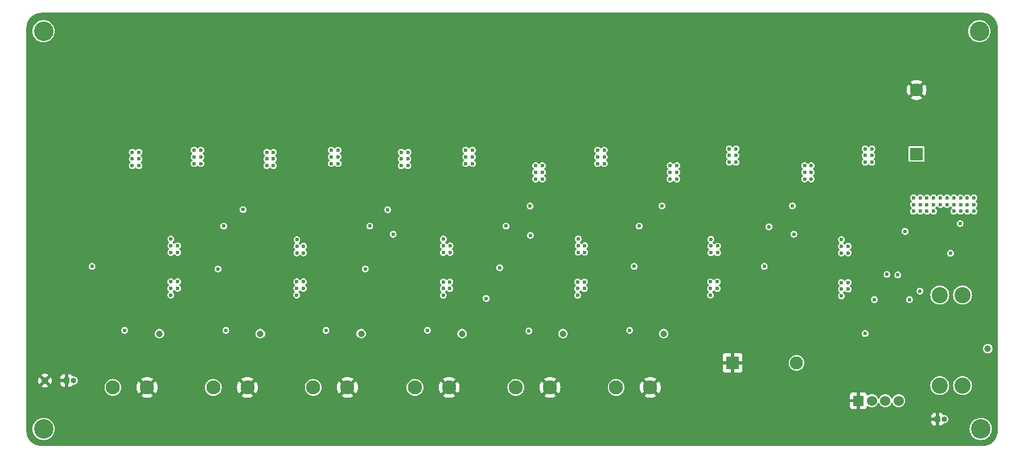
<source format=gbr>
%TF.GenerationSoftware,KiCad,Pcbnew,8.0.6*%
%TF.CreationDate,2025-03-19T11:29:43+02:00*%
%TF.ProjectId,UPD_PCB,5550445f-5043-4422-9e6b-696361645f70,1.1*%
%TF.SameCoordinates,Original*%
%TF.FileFunction,Copper,L2,Inr*%
%TF.FilePolarity,Positive*%
%FSLAX46Y46*%
G04 Gerber Fmt 4.6, Leading zero omitted, Abs format (unit mm)*
G04 Created by KiCad (PCBNEW 8.0.6) date 2025-03-19 11:29:43*
%MOMM*%
%LPD*%
G01*
G04 APERTURE LIST*
%TA.AperFunction,ComponentPad*%
%ADD10C,2.100000*%
%TD*%
%TA.AperFunction,ComponentPad*%
%ADD11C,2.900000*%
%TD*%
%TA.AperFunction,ComponentPad*%
%ADD12C,1.000000*%
%TD*%
%TA.AperFunction,ComponentPad*%
%ADD13C,1.950000*%
%TD*%
%TA.AperFunction,ComponentPad*%
%ADD14R,1.950000X1.950000*%
%TD*%
%TA.AperFunction,ComponentPad*%
%ADD15R,0.850000X0.850000*%
%TD*%
%TA.AperFunction,ComponentPad*%
%ADD16O,0.850000X0.850000*%
%TD*%
%TA.AperFunction,ComponentPad*%
%ADD17R,1.524000X1.524000*%
%TD*%
%TA.AperFunction,ComponentPad*%
%ADD18C,1.524000*%
%TD*%
%TA.AperFunction,ComponentPad*%
%ADD19C,2.400000*%
%TD*%
%TA.AperFunction,ViaPad*%
%ADD20C,0.600000*%
%TD*%
G04 APERTURE END LIST*
D10*
%TO.N,+12V_1_out*%
%TO.C,J6*%
X128050000Y-106019999D03*
%TO.N,GND*%
X133130000Y-106019999D03*
%TD*%
%TO.N,+16V_out*%
%TO.C,J5*%
X158050000Y-106020000D03*
%TO.N,GND*%
X163130000Y-106020000D03*
%TD*%
D11*
%TO.N,N/C*%
%TO.C,REF\u002A\u002A*%
X102800000Y-53000000D03*
%TD*%
D10*
%TO.N,+19V_out*%
%TO.C,J4*%
X173050001Y-106020000D03*
%TO.N,GND*%
X178130001Y-106020000D03*
%TD*%
D12*
%TO.N,GND*%
%TO.C,TP1*%
X103000000Y-105000000D03*
%TD*%
D13*
%TO.N,GND*%
%TO.C,J2*%
X232650000Y-61740001D03*
D14*
%TO.N,IP+*%
X232650000Y-71260001D03*
%TD*%
D15*
%TO.N,GND*%
%TO.C,J3*%
X106250000Y-105000000D03*
D16*
%TO.N,+5V_out*%
X107250000Y-105000000D03*
%TD*%
D12*
%TO.N,+5V_out*%
%TO.C,TP7*%
X120050000Y-98020000D03*
%TD*%
%TO.N,+24V_out*%
%TO.C,TP2*%
X195050000Y-98020000D03*
%TD*%
D14*
%TO.N,GND*%
%TO.C,J10*%
X205290000Y-102370000D03*
D13*
%TO.N,+42V_out*%
X214810000Y-102370000D03*
%TD*%
D12*
%TO.N,+12V_2_out*%
%TO.C,TP5*%
X150050000Y-98020000D03*
%TD*%
%TO.N,+16V_out*%
%TO.C,TP6*%
X165050000Y-98020000D03*
%TD*%
D17*
%TO.N,GND*%
%TO.C,J11*%
X224000000Y-108000000D03*
D18*
%TO.N,+5V_out*%
X226000001Y-108000000D03*
%TO.N,INA_SDA*%
X228000000Y-108000000D03*
%TO.N,INA_SCL*%
X230000000Y-108000000D03*
%TD*%
D12*
%TO.N,+12V_1_out*%
%TO.C,TP3*%
X135050000Y-98020000D03*
%TD*%
D11*
%TO.N,N/C*%
%TO.C,REF\u002A\u002A*%
X242200000Y-112200000D03*
%TD*%
D10*
%TO.N,+12V_2_out*%
%TO.C,J7*%
X142920000Y-106020000D03*
%TO.N,GND*%
X148000000Y-106020000D03*
%TD*%
D11*
%TO.N,N/C*%
%TO.C,REF\u002A\u002A*%
X102800000Y-112200000D03*
%TD*%
D15*
%TO.N,GND*%
%TO.C,J12*%
X235750001Y-110750000D03*
D16*
%TO.N,VIOUT*%
X236750001Y-110750000D03*
%TD*%
D12*
%TO.N,+42V_out*%
%TO.C,TP8*%
X243250000Y-100250000D03*
%TD*%
%TO.N,+19V_out*%
%TO.C,TP4*%
X180050000Y-98020000D03*
%TD*%
D11*
%TO.N,N/C*%
%TO.C,REF\u002A\u002A*%
X242000000Y-53000000D03*
%TD*%
D10*
%TO.N,+5V_out*%
%TO.C,J8*%
X113120001Y-106020000D03*
%TO.N,GND*%
X118200001Y-106020000D03*
%TD*%
%TO.N,+24V_out*%
%TO.C,J9*%
X187970000Y-106020000D03*
%TO.N,GND*%
X193050000Y-106020000D03*
%TD*%
D19*
%TO.N,+42V*%
%TO.C,J1*%
X239500000Y-92265000D03*
%TO.N,+42V_out*%
X239500000Y-105735000D03*
%TO.N,+42V*%
X236100000Y-92265000D03*
%TO.N,+42V_out*%
X236100000Y-105735000D03*
%TD*%
D20*
%TO.N,GND*%
X109034207Y-69760446D03*
X208600000Y-70600000D03*
X143000000Y-74800000D03*
X148200001Y-70000000D03*
X238949999Y-86050000D03*
X169600000Y-70800000D03*
X129077800Y-69840307D03*
X151915000Y-92000000D03*
X209600000Y-70600000D03*
X110034208Y-69760446D03*
X127227117Y-99997643D03*
X122800000Y-74800000D03*
X150076825Y-77099611D03*
X168600000Y-70800000D03*
X150200000Y-70000000D03*
X231108777Y-92200000D03*
X109000000Y-77000000D03*
X131280000Y-86920000D03*
X184632498Y-68970000D03*
X130010000Y-91800000D03*
X187200001Y-100000000D03*
X145032498Y-68969997D03*
X189400000Y-70600000D03*
X222400000Y-74912500D03*
X182600000Y-75000000D03*
X220990824Y-99520244D03*
X108034207Y-69760446D03*
X242699999Y-82800000D03*
X110000000Y-77000000D03*
X128081115Y-77081115D03*
X165032499Y-69000000D03*
X124682498Y-68950000D03*
X163000000Y-74800000D03*
X190400000Y-70600000D03*
X111280000Y-91800000D03*
X130081115Y-77081115D03*
X142136143Y-99992071D03*
X130077800Y-69840307D03*
X202200000Y-74800000D03*
X148076825Y-77099611D03*
X149200000Y-70000000D03*
X108000000Y-77000000D03*
X204294999Y-68720000D03*
X188400000Y-70600000D03*
X128077800Y-69840307D03*
X234449999Y-81550000D03*
X224407500Y-68657500D03*
X233170246Y-90675000D03*
X129081115Y-77081115D03*
X112162500Y-99991249D03*
X171915000Y-91999999D03*
X157250000Y-99991249D03*
X149076825Y-77099611D03*
X212590000Y-88000000D03*
X210600000Y-70600000D03*
X172250000Y-99991250D03*
X193887500Y-87087500D03*
X170600000Y-70800000D03*
%TO.N,+42V*%
X236199999Y-77800000D03*
X186200000Y-70700000D03*
X165600001Y-72700000D03*
X145600000Y-71699999D03*
X225000000Y-70500000D03*
X235199999Y-79799999D03*
X234200000Y-78800000D03*
X234199999Y-77800000D03*
X226000000Y-70500000D03*
X225000000Y-72500000D03*
X166600000Y-72700000D03*
X165600000Y-71700000D03*
X125200000Y-70700000D03*
X233199999Y-77799999D03*
X236199999Y-78800000D03*
X233199999Y-79800000D03*
X204800000Y-72500000D03*
X185200000Y-72700000D03*
X186200000Y-72700000D03*
X235199999Y-77800000D03*
X232200000Y-77799999D03*
X185200000Y-70700000D03*
X226000000Y-71500000D03*
X166600000Y-71700000D03*
X233199999Y-78800000D03*
X225000000Y-71499999D03*
X166600000Y-70700000D03*
X125200000Y-71700000D03*
X146600000Y-71699999D03*
X126200000Y-71700000D03*
X165600000Y-70700000D03*
X126200000Y-72700000D03*
X205800000Y-70500000D03*
X235199999Y-78800000D03*
X232199999Y-79800000D03*
X146600000Y-72700000D03*
X146600000Y-70700000D03*
X185200000Y-71700000D03*
X204800000Y-71499999D03*
X205800000Y-71500000D03*
X125200001Y-72700000D03*
X234200000Y-79799999D03*
X186200000Y-71700000D03*
X145600001Y-70700000D03*
X226000000Y-72500000D03*
X126200000Y-70700000D03*
X204800000Y-70500000D03*
X232199999Y-78800000D03*
X145600000Y-72700000D03*
X205800000Y-72500000D03*
%TO.N,+5V_out*%
X239121248Y-81628751D03*
X170645000Y-88200000D03*
X121740146Y-92276866D03*
X230949999Y-82800000D03*
X210000000Y-88000000D03*
X150645000Y-88400000D03*
X233170246Y-91675001D03*
X226399999Y-92954754D03*
X121740147Y-90276866D03*
X114837501Y-97519999D03*
X237699999Y-86050000D03*
X168630001Y-92770000D03*
X128740001Y-88400000D03*
X214400000Y-83200000D03*
X190645000Y-88000000D03*
X231599999Y-92954754D03*
X175200000Y-83400000D03*
X122740146Y-91276865D03*
X110010000Y-88000000D03*
X121740147Y-91276866D03*
X154800000Y-83200000D03*
X122740146Y-90276866D03*
%TO.N,IP+*%
X241199999Y-79800000D03*
X241199999Y-78800000D03*
X240199999Y-79799999D03*
X240199999Y-78800000D03*
X240199999Y-77800000D03*
X238199999Y-77799999D03*
X241200000Y-77799999D03*
X238199999Y-78800000D03*
X237199999Y-77799999D03*
X238199999Y-79800000D03*
X237199999Y-78800000D03*
X239199999Y-77800000D03*
X239200000Y-79800000D03*
X239200000Y-78800000D03*
%TO.N,INA_SDA*%
X228262500Y-89200000D03*
X229875000Y-89275000D03*
%TO.N,INA_SCL*%
X151318750Y-82000000D03*
X175168751Y-79013750D03*
X214200000Y-79000000D03*
X154000000Y-79575000D03*
X132481250Y-79551250D03*
X171600000Y-82000000D03*
X191400000Y-82000000D03*
X210700000Y-82100000D03*
X129600000Y-82000000D03*
X194800000Y-79000000D03*
%TO.N,+24V*%
X221483513Y-85000000D03*
X216000000Y-74000000D03*
X221483513Y-84000000D03*
X221483513Y-86000000D03*
X216000000Y-75000000D03*
X216000000Y-73000000D03*
X222483513Y-86000000D03*
X222483513Y-85000000D03*
X217000000Y-73000000D03*
X217000000Y-74000000D03*
X217000000Y-75000000D03*
%TO.N,+12V_1*%
X137000000Y-72000000D03*
X140483513Y-86000000D03*
X135999999Y-73000000D03*
X141483513Y-85000000D03*
X140483513Y-84000000D03*
X137000000Y-71000000D03*
X136000000Y-71000000D03*
X140483513Y-85000000D03*
X141483513Y-86000000D03*
X137000000Y-73000000D03*
X136000000Y-72000000D03*
%TO.N,+19V*%
X203050016Y-84965777D03*
X197000001Y-75000000D03*
X197000000Y-74000000D03*
X202050016Y-84965777D03*
X202050016Y-85965777D03*
X196000000Y-73999999D03*
X196000000Y-75000000D03*
X196000000Y-73000000D03*
X202050016Y-83965777D03*
X197000000Y-73000000D03*
X203050016Y-85965777D03*
%TO.N,+12V_2*%
X156000000Y-72000000D03*
X162269080Y-83941147D03*
X157000000Y-71000000D03*
X157000000Y-72000000D03*
X163269080Y-84941148D03*
X163269080Y-85941146D03*
X162269080Y-85941147D03*
X162269080Y-84941147D03*
X157000000Y-73000000D03*
X156000001Y-71000000D03*
X156000000Y-73000000D03*
%TO.N,+16V*%
X176000001Y-73000000D03*
X182312396Y-83908738D03*
X176000001Y-73999999D03*
X182312396Y-85908738D03*
X176000000Y-75000000D03*
X183312397Y-84908738D03*
X177000000Y-73999999D03*
X182312396Y-84908738D03*
X177000000Y-75000000D03*
X183312396Y-85908738D03*
X177000000Y-73000001D03*
%TO.N,+5V_NS*%
X121750000Y-83921959D03*
X117000001Y-73000000D03*
X116000000Y-73000000D03*
X117000000Y-71000000D03*
X116000000Y-72000000D03*
X116000000Y-71000000D03*
X122750000Y-85921959D03*
X121750000Y-85921958D03*
X121750000Y-84921959D03*
X122750000Y-84921959D03*
X117000000Y-72000000D03*
%TO.N,+24V_out*%
X221483513Y-91400000D03*
X222483514Y-90400000D03*
X221483513Y-92400000D03*
X221483513Y-90400000D03*
X190000000Y-97520000D03*
X222483514Y-91399999D03*
%TO.N,+12V_1_out*%
X141470567Y-90280581D03*
X140470567Y-92280581D03*
X140470567Y-90280581D03*
X140470567Y-91280580D03*
X129902118Y-97526393D03*
X141470567Y-91280581D03*
%TO.N,+19V_out*%
X175000000Y-97600000D03*
X203026068Y-90297736D03*
X202026068Y-91297736D03*
X202026068Y-90297736D03*
X202026069Y-92297736D03*
X203026068Y-91297736D03*
%TO.N,+12V_2_out*%
X144811143Y-97530820D03*
X163244211Y-90306474D03*
X162244212Y-90306474D03*
X162244212Y-91306474D03*
X162244211Y-92306474D03*
X163244211Y-91306473D03*
%TO.N,+16V_out*%
X182239014Y-92307606D03*
X183239014Y-90307606D03*
X182239014Y-91307606D03*
X182239014Y-90307606D03*
X183239014Y-91307606D03*
X159925001Y-97519999D03*
%TO.N,+42V_out*%
X225000000Y-98000001D03*
%TD*%
%TA.AperFunction,Conductor*%
%TO.N,GND*%
G36*
X242503736Y-50250726D02*
G01*
X242763662Y-50266448D01*
X242778524Y-50268253D01*
X242849528Y-50281264D01*
X243030969Y-50314515D01*
X243045498Y-50318096D01*
X243290523Y-50394449D01*
X243304516Y-50399755D01*
X243538562Y-50505091D01*
X243551808Y-50512044D01*
X243771449Y-50644821D01*
X243783760Y-50653319D01*
X243797810Y-50664326D01*
X243985792Y-50811601D01*
X243997000Y-50821531D01*
X244178468Y-51002999D01*
X244188398Y-51014207D01*
X244346676Y-51216233D01*
X244355180Y-51228553D01*
X244437531Y-51364778D01*
X244487952Y-51448185D01*
X244494911Y-51461444D01*
X244600242Y-51695480D01*
X244605551Y-51709480D01*
X244681901Y-51954494D01*
X244685485Y-51969034D01*
X244731746Y-52221475D01*
X244733551Y-52236339D01*
X244749273Y-52496261D01*
X244749499Y-52503748D01*
X244749499Y-112496248D01*
X244749273Y-112503735D01*
X244733550Y-112763659D01*
X244731745Y-112778523D01*
X244685484Y-113030964D01*
X244681900Y-113045504D01*
X244605550Y-113290518D01*
X244600241Y-113304518D01*
X244494910Y-113538555D01*
X244487951Y-113551814D01*
X244355182Y-113771442D01*
X244346676Y-113783765D01*
X244188398Y-113985791D01*
X244178468Y-113996999D01*
X243997000Y-114178467D01*
X243985792Y-114188397D01*
X243783765Y-114346675D01*
X243771442Y-114355181D01*
X243551814Y-114487951D01*
X243538555Y-114494910D01*
X243304517Y-114600242D01*
X243290516Y-114605551D01*
X243045506Y-114681899D01*
X243030968Y-114685483D01*
X242778525Y-114731745D01*
X242763660Y-114733550D01*
X242503736Y-114749273D01*
X242496249Y-114749499D01*
X102503751Y-114749499D01*
X102496264Y-114749273D01*
X102236339Y-114733550D01*
X102221475Y-114731745D01*
X101969035Y-114685484D01*
X101954495Y-114681900D01*
X101709481Y-114605550D01*
X101695481Y-114600241D01*
X101461445Y-114494910D01*
X101448186Y-114487951D01*
X101228557Y-114355181D01*
X101216234Y-114346675D01*
X101202192Y-114335674D01*
X101014207Y-114188397D01*
X101002999Y-114178467D01*
X100821532Y-113997000D01*
X100811602Y-113985792D01*
X100811601Y-113985791D01*
X100653320Y-113783759D01*
X100644822Y-113771448D01*
X100512045Y-113551807D01*
X100505090Y-113538555D01*
X100399756Y-113304515D01*
X100394449Y-113290518D01*
X100385761Y-113262636D01*
X100318097Y-113045497D01*
X100314515Y-113030964D01*
X100301776Y-112961451D01*
X100268254Y-112778523D01*
X100266449Y-112763660D01*
X100250727Y-112503736D01*
X100250501Y-112496249D01*
X100250501Y-112445841D01*
X100250500Y-112445827D01*
X100250500Y-112200000D01*
X101144396Y-112200000D01*
X101164778Y-112458990D01*
X101225427Y-112711610D01*
X101324843Y-112951623D01*
X101324845Y-112951627D01*
X101324846Y-112951628D01*
X101460588Y-113173140D01*
X101629311Y-113370689D01*
X101826860Y-113539412D01*
X102048372Y-113675154D01*
X102048374Y-113675154D01*
X102048376Y-113675156D01*
X102109693Y-113700554D01*
X102288390Y-113774573D01*
X102541006Y-113835221D01*
X102800000Y-113855604D01*
X103058994Y-113835221D01*
X103311610Y-113774573D01*
X103551628Y-113675154D01*
X103773140Y-113539412D01*
X103970689Y-113370689D01*
X104139412Y-113173140D01*
X104275154Y-112951628D01*
X104374573Y-112711610D01*
X104435221Y-112458994D01*
X104455604Y-112200000D01*
X240544396Y-112200000D01*
X240564778Y-112458990D01*
X240625427Y-112711610D01*
X240724843Y-112951623D01*
X240724845Y-112951627D01*
X240724846Y-112951628D01*
X240860588Y-113173140D01*
X241029311Y-113370689D01*
X241226860Y-113539412D01*
X241448372Y-113675154D01*
X241448374Y-113675154D01*
X241448376Y-113675156D01*
X241509693Y-113700554D01*
X241688390Y-113774573D01*
X241941006Y-113835221D01*
X242200000Y-113855604D01*
X242458994Y-113835221D01*
X242711610Y-113774573D01*
X242951628Y-113675154D01*
X243173140Y-113539412D01*
X243370689Y-113370689D01*
X243539412Y-113173140D01*
X243675154Y-112951628D01*
X243774573Y-112711610D01*
X243835221Y-112458994D01*
X243855604Y-112200000D01*
X243835221Y-111941006D01*
X243774573Y-111688390D01*
X243675154Y-111448372D01*
X243539412Y-111226860D01*
X243370689Y-111029311D01*
X243173140Y-110860588D01*
X242951628Y-110724846D01*
X242951627Y-110724845D01*
X242951623Y-110724843D01*
X242785627Y-110656086D01*
X242711610Y-110625427D01*
X242711611Y-110625427D01*
X242573921Y-110592370D01*
X242458994Y-110564779D01*
X242458992Y-110564778D01*
X242458991Y-110564778D01*
X242200000Y-110544396D01*
X241941009Y-110564778D01*
X241688389Y-110625427D01*
X241448376Y-110724843D01*
X241226859Y-110860588D01*
X241029311Y-111029311D01*
X240860588Y-111226859D01*
X240724843Y-111448376D01*
X240625427Y-111688389D01*
X240564778Y-111941009D01*
X240544396Y-112200000D01*
X104455604Y-112200000D01*
X104435221Y-111941006D01*
X104374573Y-111688390D01*
X104275154Y-111448372D01*
X104139412Y-111226860D01*
X104135982Y-111222844D01*
X234825001Y-111222844D01*
X234831402Y-111282372D01*
X234831404Y-111282379D01*
X234881646Y-111417086D01*
X234881650Y-111417093D01*
X234967810Y-111532187D01*
X234967813Y-111532190D01*
X235082907Y-111618350D01*
X235082914Y-111618354D01*
X235217621Y-111668596D01*
X235217628Y-111668598D01*
X235277156Y-111674999D01*
X235277173Y-111675000D01*
X235500001Y-111675000D01*
X235500001Y-111000000D01*
X234825001Y-111000000D01*
X234825001Y-111222844D01*
X104135982Y-111222844D01*
X103970689Y-111029311D01*
X103773140Y-110860588D01*
X103551628Y-110724846D01*
X103551627Y-110724845D01*
X103551623Y-110724843D01*
X103492303Y-110700272D01*
X235500001Y-110700272D01*
X235500001Y-110799728D01*
X235538061Y-110891614D01*
X235608387Y-110961940D01*
X235700273Y-111000000D01*
X235799729Y-111000000D01*
X235891615Y-110961940D01*
X235961941Y-110891614D01*
X236000001Y-110799728D01*
X236000001Y-111675000D01*
X236222829Y-111675000D01*
X236222845Y-111674999D01*
X236282373Y-111668598D01*
X236282380Y-111668596D01*
X236417087Y-111618354D01*
X236417094Y-111618350D01*
X236532188Y-111532190D01*
X236532191Y-111532187D01*
X236612291Y-111425189D01*
X236668224Y-111383318D01*
X236711557Y-111375500D01*
X236825951Y-111375500D01*
X236875111Y-111363382D01*
X236973435Y-111339148D01*
X237107935Y-111268557D01*
X237221633Y-111167830D01*
X237307922Y-111042819D01*
X237361786Y-110900791D01*
X237380095Y-110750000D01*
X237361786Y-110599209D01*
X237307922Y-110457181D01*
X237221633Y-110332170D01*
X237107935Y-110231443D01*
X236973435Y-110160852D01*
X236973434Y-110160851D01*
X236973433Y-110160851D01*
X236825951Y-110124500D01*
X236825950Y-110124500D01*
X236711557Y-110124500D01*
X236644518Y-110104815D01*
X236612291Y-110074811D01*
X236532191Y-109967812D01*
X236532188Y-109967809D01*
X236417094Y-109881649D01*
X236417087Y-109881645D01*
X236282380Y-109831403D01*
X236282373Y-109831401D01*
X236222845Y-109825000D01*
X236000001Y-109825000D01*
X236000001Y-110700272D01*
X235961941Y-110608386D01*
X235891615Y-110538060D01*
X235799729Y-110500000D01*
X235700273Y-110500000D01*
X235608387Y-110538060D01*
X235538061Y-110608386D01*
X235500001Y-110700272D01*
X103492303Y-110700272D01*
X103385627Y-110656086D01*
X103311610Y-110625427D01*
X103311611Y-110625427D01*
X103173921Y-110592370D01*
X103058994Y-110564779D01*
X103058992Y-110564778D01*
X103058991Y-110564778D01*
X102800000Y-110544396D01*
X102541009Y-110564778D01*
X102288389Y-110625427D01*
X102048376Y-110724843D01*
X101826859Y-110860588D01*
X101629311Y-111029311D01*
X101460588Y-111226859D01*
X101324843Y-111448376D01*
X101225427Y-111688389D01*
X101164778Y-111941009D01*
X101144396Y-112200000D01*
X100250500Y-112200000D01*
X100250500Y-110277155D01*
X234825001Y-110277155D01*
X234825001Y-110500000D01*
X235500001Y-110500000D01*
X235500001Y-109825000D01*
X235277156Y-109825000D01*
X235217628Y-109831401D01*
X235217621Y-109831403D01*
X235082914Y-109881645D01*
X235082907Y-109881649D01*
X234967813Y-109967809D01*
X234967810Y-109967812D01*
X234881650Y-110082906D01*
X234881646Y-110082913D01*
X234831404Y-110217620D01*
X234831402Y-110217627D01*
X234825001Y-110277155D01*
X100250500Y-110277155D01*
X100250500Y-106020000D01*
X111864724Y-106020000D01*
X111879710Y-106191300D01*
X111883794Y-106237975D01*
X111883794Y-106237979D01*
X111940423Y-106449322D01*
X111940425Y-106449326D01*
X111940426Y-106449330D01*
X111964267Y-106500457D01*
X112032898Y-106647638D01*
X112032899Y-106647639D01*
X112158403Y-106826877D01*
X112313124Y-106981598D01*
X112492362Y-107107102D01*
X112690671Y-107199575D01*
X112690677Y-107199576D01*
X112690678Y-107199577D01*
X112721365Y-107207799D01*
X112902024Y-107256207D01*
X113084927Y-107272208D01*
X113119999Y-107275277D01*
X113120001Y-107275277D01*
X113120003Y-107275277D01*
X113148255Y-107272805D01*
X113337978Y-107256207D01*
X113549331Y-107199575D01*
X113747640Y-107107102D01*
X113926878Y-106981598D01*
X114081599Y-106826877D01*
X114207103Y-106647639D01*
X114299576Y-106449330D01*
X114356208Y-106237977D01*
X114375278Y-106020000D01*
X116645208Y-106020000D01*
X116664349Y-106263219D01*
X116721304Y-106500457D01*
X116814669Y-106725861D01*
X116938505Y-106927941D01*
X117560690Y-106305755D01*
X117579669Y-106351574D01*
X117656275Y-106466224D01*
X117753777Y-106563726D01*
X117868427Y-106640332D01*
X117914243Y-106659309D01*
X117292058Y-107281494D01*
X117494139Y-107405331D01*
X117719543Y-107498696D01*
X117956781Y-107555651D01*
X117956780Y-107555651D01*
X118200001Y-107574792D01*
X118443220Y-107555651D01*
X118680458Y-107498696D01*
X118905862Y-107405331D01*
X119107942Y-107281495D01*
X119107942Y-107281494D01*
X118485758Y-106659309D01*
X118531575Y-106640332D01*
X118646225Y-106563726D01*
X118743727Y-106466224D01*
X118820333Y-106351574D01*
X118839310Y-106305756D01*
X119461495Y-106927941D01*
X119461496Y-106927941D01*
X119585332Y-106725861D01*
X119678697Y-106500457D01*
X119735652Y-106263219D01*
X119754793Y-106020000D01*
X119754793Y-106019999D01*
X126794723Y-106019999D01*
X126809709Y-106191300D01*
X126813793Y-106237974D01*
X126813793Y-106237978D01*
X126870422Y-106449321D01*
X126870424Y-106449325D01*
X126870425Y-106449329D01*
X126916661Y-106548483D01*
X126962897Y-106647637D01*
X126987998Y-106683485D01*
X127088402Y-106826876D01*
X127243123Y-106981597D01*
X127422361Y-107107101D01*
X127620670Y-107199574D01*
X127620676Y-107199575D01*
X127620677Y-107199576D01*
X127651364Y-107207798D01*
X127832023Y-107256206D01*
X128014926Y-107272207D01*
X128049998Y-107275276D01*
X128050000Y-107275276D01*
X128050002Y-107275276D01*
X128078254Y-107272804D01*
X128267977Y-107256206D01*
X128479330Y-107199574D01*
X128677639Y-107107101D01*
X128856877Y-106981597D01*
X129011598Y-106826876D01*
X129137102Y-106647638D01*
X129229575Y-106449329D01*
X129286207Y-106237976D01*
X129305277Y-106019999D01*
X131575207Y-106019999D01*
X131594348Y-106263218D01*
X131651303Y-106500456D01*
X131744668Y-106725860D01*
X131868504Y-106927940D01*
X132490689Y-106305754D01*
X132509668Y-106351573D01*
X132586274Y-106466223D01*
X132683776Y-106563725D01*
X132798426Y-106640331D01*
X132844242Y-106659308D01*
X132222057Y-107281493D01*
X132424138Y-107405330D01*
X132649542Y-107498695D01*
X132886780Y-107555650D01*
X132886779Y-107555650D01*
X133130000Y-107574791D01*
X133373219Y-107555650D01*
X133610457Y-107498695D01*
X133835861Y-107405330D01*
X134037941Y-107281494D01*
X134037941Y-107281493D01*
X133415757Y-106659308D01*
X133461574Y-106640331D01*
X133576224Y-106563725D01*
X133673726Y-106466223D01*
X133750332Y-106351573D01*
X133769309Y-106305755D01*
X134391494Y-106927940D01*
X134391495Y-106927940D01*
X134515331Y-106725860D01*
X134608696Y-106500456D01*
X134665651Y-106263218D01*
X134684792Y-106020000D01*
X141664723Y-106020000D01*
X141679709Y-106191300D01*
X141683793Y-106237975D01*
X141683793Y-106237979D01*
X141740422Y-106449322D01*
X141740424Y-106449326D01*
X141740425Y-106449330D01*
X141764266Y-106500457D01*
X141832897Y-106647638D01*
X141832898Y-106647639D01*
X141958402Y-106826877D01*
X142113123Y-106981598D01*
X142292361Y-107107102D01*
X142490670Y-107199575D01*
X142490676Y-107199576D01*
X142490677Y-107199577D01*
X142521364Y-107207799D01*
X142702023Y-107256207D01*
X142884926Y-107272208D01*
X142919998Y-107275277D01*
X142920000Y-107275277D01*
X142920002Y-107275277D01*
X142948254Y-107272805D01*
X143137977Y-107256207D01*
X143349330Y-107199575D01*
X143547639Y-107107102D01*
X143726877Y-106981598D01*
X143881598Y-106826877D01*
X144007102Y-106647639D01*
X144099575Y-106449330D01*
X144156207Y-106237977D01*
X144175277Y-106020000D01*
X146445207Y-106020000D01*
X146464348Y-106263219D01*
X146521303Y-106500457D01*
X146614668Y-106725861D01*
X146738504Y-106927941D01*
X147360689Y-106305755D01*
X147379668Y-106351574D01*
X147456274Y-106466224D01*
X147553776Y-106563726D01*
X147668426Y-106640332D01*
X147714242Y-106659309D01*
X147092057Y-107281494D01*
X147294138Y-107405331D01*
X147519542Y-107498696D01*
X147756780Y-107555651D01*
X147756779Y-107555651D01*
X148000000Y-107574792D01*
X148243219Y-107555651D01*
X148480457Y-107498696D01*
X148705861Y-107405331D01*
X148907941Y-107281495D01*
X148907941Y-107281494D01*
X148285757Y-106659309D01*
X148331574Y-106640332D01*
X148446224Y-106563726D01*
X148543726Y-106466224D01*
X148620332Y-106351574D01*
X148639309Y-106305756D01*
X149261494Y-106927941D01*
X149261495Y-106927941D01*
X149385331Y-106725861D01*
X149478696Y-106500457D01*
X149535651Y-106263219D01*
X149554792Y-106020000D01*
X156794723Y-106020000D01*
X156809709Y-106191300D01*
X156813793Y-106237975D01*
X156813793Y-106237979D01*
X156870422Y-106449322D01*
X156870424Y-106449326D01*
X156870425Y-106449330D01*
X156894266Y-106500457D01*
X156962897Y-106647638D01*
X156962898Y-106647639D01*
X157088402Y-106826877D01*
X157243123Y-106981598D01*
X157422361Y-107107102D01*
X157620670Y-107199575D01*
X157620676Y-107199576D01*
X157620677Y-107199577D01*
X157651364Y-107207799D01*
X157832023Y-107256207D01*
X158014926Y-107272208D01*
X158049998Y-107275277D01*
X158050000Y-107275277D01*
X158050002Y-107275277D01*
X158078254Y-107272805D01*
X158267977Y-107256207D01*
X158479330Y-107199575D01*
X158677639Y-107107102D01*
X158856877Y-106981598D01*
X159011598Y-106826877D01*
X159137102Y-106647639D01*
X159229575Y-106449330D01*
X159286207Y-106237977D01*
X159305277Y-106020000D01*
X161575207Y-106020000D01*
X161594348Y-106263219D01*
X161651303Y-106500457D01*
X161744668Y-106725861D01*
X161868504Y-106927941D01*
X162490689Y-106305755D01*
X162509668Y-106351574D01*
X162586274Y-106466224D01*
X162683776Y-106563726D01*
X162798426Y-106640332D01*
X162844242Y-106659309D01*
X162222057Y-107281494D01*
X162424138Y-107405331D01*
X162649542Y-107498696D01*
X162886780Y-107555651D01*
X162886779Y-107555651D01*
X163130000Y-107574792D01*
X163373219Y-107555651D01*
X163610457Y-107498696D01*
X163835861Y-107405331D01*
X164037941Y-107281495D01*
X164037941Y-107281494D01*
X163415757Y-106659309D01*
X163461574Y-106640332D01*
X163576224Y-106563726D01*
X163673726Y-106466224D01*
X163750332Y-106351574D01*
X163769309Y-106305756D01*
X164391494Y-106927941D01*
X164391495Y-106927941D01*
X164515331Y-106725861D01*
X164608696Y-106500457D01*
X164665651Y-106263219D01*
X164684792Y-106020000D01*
X171794724Y-106020000D01*
X171809710Y-106191300D01*
X171813794Y-106237975D01*
X171813794Y-106237979D01*
X171870423Y-106449322D01*
X171870425Y-106449326D01*
X171870426Y-106449330D01*
X171894267Y-106500457D01*
X171962898Y-106647638D01*
X171962899Y-106647639D01*
X172088403Y-106826877D01*
X172243124Y-106981598D01*
X172422362Y-107107102D01*
X172620671Y-107199575D01*
X172620677Y-107199576D01*
X172620678Y-107199577D01*
X172651365Y-107207799D01*
X172832024Y-107256207D01*
X173014927Y-107272208D01*
X173049999Y-107275277D01*
X173050001Y-107275277D01*
X173050003Y-107275277D01*
X173078255Y-107272805D01*
X173267978Y-107256207D01*
X173479331Y-107199575D01*
X173677640Y-107107102D01*
X173856878Y-106981598D01*
X174011599Y-106826877D01*
X174137103Y-106647639D01*
X174229576Y-106449330D01*
X174286208Y-106237977D01*
X174305278Y-106020000D01*
X176575208Y-106020000D01*
X176594349Y-106263219D01*
X176651304Y-106500457D01*
X176744669Y-106725861D01*
X176868505Y-106927941D01*
X177490690Y-106305755D01*
X177509669Y-106351574D01*
X177586275Y-106466224D01*
X177683777Y-106563726D01*
X177798427Y-106640332D01*
X177844243Y-106659309D01*
X177222058Y-107281494D01*
X177424139Y-107405331D01*
X177649543Y-107498696D01*
X177886781Y-107555651D01*
X177886780Y-107555651D01*
X178130001Y-107574792D01*
X178373220Y-107555651D01*
X178610458Y-107498696D01*
X178835862Y-107405331D01*
X179037942Y-107281495D01*
X179037942Y-107281494D01*
X178415758Y-106659309D01*
X178461575Y-106640332D01*
X178576225Y-106563726D01*
X178673727Y-106466224D01*
X178750333Y-106351574D01*
X178769310Y-106305756D01*
X179391495Y-106927941D01*
X179391496Y-106927941D01*
X179515332Y-106725861D01*
X179608697Y-106500457D01*
X179665652Y-106263219D01*
X179684793Y-106020000D01*
X186714723Y-106020000D01*
X186729709Y-106191300D01*
X186733793Y-106237975D01*
X186733793Y-106237979D01*
X186790422Y-106449322D01*
X186790424Y-106449326D01*
X186790425Y-106449330D01*
X186814266Y-106500457D01*
X186882897Y-106647638D01*
X186882898Y-106647639D01*
X187008402Y-106826877D01*
X187163123Y-106981598D01*
X187342361Y-107107102D01*
X187540670Y-107199575D01*
X187540676Y-107199576D01*
X187540677Y-107199577D01*
X187571364Y-107207799D01*
X187752023Y-107256207D01*
X187934926Y-107272208D01*
X187969998Y-107275277D01*
X187970000Y-107275277D01*
X187970002Y-107275277D01*
X187998254Y-107272805D01*
X188187977Y-107256207D01*
X188399330Y-107199575D01*
X188597639Y-107107102D01*
X188776877Y-106981598D01*
X188931598Y-106826877D01*
X189057102Y-106647639D01*
X189149575Y-106449330D01*
X189206207Y-106237977D01*
X189225277Y-106020000D01*
X191495207Y-106020000D01*
X191514348Y-106263219D01*
X191571303Y-106500457D01*
X191664668Y-106725861D01*
X191788504Y-106927941D01*
X192410689Y-106305755D01*
X192429668Y-106351574D01*
X192506274Y-106466224D01*
X192603776Y-106563726D01*
X192718426Y-106640332D01*
X192764242Y-106659309D01*
X192142057Y-107281494D01*
X192344138Y-107405331D01*
X192569542Y-107498696D01*
X192806780Y-107555651D01*
X192806779Y-107555651D01*
X193050000Y-107574792D01*
X193293219Y-107555651D01*
X193530457Y-107498696D01*
X193755861Y-107405331D01*
X193957941Y-107281495D01*
X193957941Y-107281494D01*
X193866602Y-107190155D01*
X222738000Y-107190155D01*
X222738000Y-107750000D01*
X223711184Y-107750000D01*
X223695124Y-107766060D01*
X223644964Y-107852939D01*
X223619000Y-107949840D01*
X223619000Y-108050160D01*
X223644964Y-108147061D01*
X223695124Y-108233940D01*
X223711184Y-108250000D01*
X222738000Y-108250000D01*
X222738000Y-108809844D01*
X222744401Y-108869372D01*
X222744403Y-108869379D01*
X222794645Y-109004086D01*
X222794649Y-109004093D01*
X222880809Y-109119187D01*
X222880812Y-109119190D01*
X222995906Y-109205350D01*
X222995913Y-109205354D01*
X223130620Y-109255596D01*
X223130627Y-109255598D01*
X223190155Y-109261999D01*
X223190172Y-109262000D01*
X223750000Y-109262000D01*
X223750000Y-108288816D01*
X223766060Y-108304876D01*
X223852939Y-108355036D01*
X223949840Y-108381000D01*
X224050160Y-108381000D01*
X224147061Y-108355036D01*
X224233940Y-108304876D01*
X224250000Y-108288816D01*
X224250000Y-109262000D01*
X224809828Y-109262000D01*
X224809844Y-109261999D01*
X224869372Y-109255598D01*
X224869379Y-109255596D01*
X225004086Y-109205354D01*
X225004093Y-109205350D01*
X225119187Y-109119190D01*
X225119190Y-109119187D01*
X225205350Y-109004093D01*
X225205354Y-109004086D01*
X225255596Y-108869380D01*
X225256430Y-108865851D01*
X225257830Y-108863390D01*
X225258309Y-108862108D01*
X225258516Y-108862185D01*
X225290995Y-108805131D01*
X225352902Y-108772737D01*
X225422494Y-108778955D01*
X225455775Y-108798498D01*
X225462675Y-108804161D01*
X225462682Y-108804165D01*
X225629878Y-108893533D01*
X225629879Y-108893533D01*
X225629886Y-108893537D01*
X225811318Y-108948573D01*
X225811317Y-108948573D01*
X225828234Y-108950239D01*
X226000001Y-108967157D01*
X226188684Y-108948573D01*
X226370116Y-108893537D01*
X226537325Y-108804162D01*
X226683884Y-108683883D01*
X226804163Y-108537324D01*
X226890643Y-108375530D01*
X226939604Y-108325689D01*
X227007741Y-108310228D01*
X227073421Y-108334059D01*
X227109358Y-108375533D01*
X227195834Y-108537318D01*
X227195838Y-108537325D01*
X227316116Y-108683883D01*
X227462674Y-108804161D01*
X227462681Y-108804165D01*
X227629877Y-108893533D01*
X227629878Y-108893533D01*
X227629885Y-108893537D01*
X227811317Y-108948573D01*
X227811316Y-108948573D01*
X227828233Y-108950239D01*
X228000000Y-108967157D01*
X228188683Y-108948573D01*
X228370115Y-108893537D01*
X228537324Y-108804162D01*
X228683883Y-108683883D01*
X228804162Y-108537324D01*
X228890642Y-108375532D01*
X228939604Y-108325688D01*
X229007742Y-108310227D01*
X229073421Y-108334058D01*
X229109358Y-108375532D01*
X229195834Y-108537318D01*
X229195838Y-108537325D01*
X229316116Y-108683883D01*
X229462674Y-108804161D01*
X229462681Y-108804165D01*
X229629877Y-108893533D01*
X229629878Y-108893533D01*
X229629885Y-108893537D01*
X229811317Y-108948573D01*
X229811316Y-108948573D01*
X229828233Y-108950239D01*
X230000000Y-108967157D01*
X230188683Y-108948573D01*
X230370115Y-108893537D01*
X230537324Y-108804162D01*
X230683883Y-108683883D01*
X230804162Y-108537324D01*
X230893537Y-108370115D01*
X230948573Y-108188683D01*
X230967157Y-108000000D01*
X230948573Y-107811317D01*
X230893537Y-107629885D01*
X230890641Y-107624467D01*
X230804165Y-107462681D01*
X230804161Y-107462674D01*
X230683883Y-107316116D01*
X230537325Y-107195838D01*
X230537318Y-107195834D01*
X230370122Y-107106466D01*
X230370119Y-107106465D01*
X230370118Y-107106464D01*
X230370115Y-107106463D01*
X230188683Y-107051427D01*
X230188681Y-107051426D01*
X230188683Y-107051426D01*
X230000000Y-107032843D01*
X229811318Y-107051426D01*
X229704194Y-107083921D01*
X229629885Y-107106463D01*
X229629882Y-107106464D01*
X229629880Y-107106465D01*
X229629877Y-107106466D01*
X229462681Y-107195834D01*
X229462674Y-107195838D01*
X229316116Y-107316116D01*
X229195838Y-107462674D01*
X229195834Y-107462681D01*
X229109358Y-107624467D01*
X229060396Y-107674311D01*
X228992258Y-107689772D01*
X228926578Y-107665940D01*
X228890642Y-107624467D01*
X228804165Y-107462681D01*
X228804161Y-107462674D01*
X228683883Y-107316116D01*
X228537325Y-107195838D01*
X228537318Y-107195834D01*
X228370122Y-107106466D01*
X228370119Y-107106465D01*
X228370118Y-107106464D01*
X228370115Y-107106463D01*
X228188683Y-107051427D01*
X228188681Y-107051426D01*
X228188683Y-107051426D01*
X228000000Y-107032843D01*
X227811318Y-107051426D01*
X227704194Y-107083921D01*
X227629885Y-107106463D01*
X227629882Y-107106464D01*
X227629880Y-107106465D01*
X227629877Y-107106466D01*
X227462681Y-107195834D01*
X227462674Y-107195838D01*
X227316116Y-107316116D01*
X227195838Y-107462674D01*
X227195833Y-107462681D01*
X227109358Y-107624466D01*
X227060396Y-107674311D01*
X226992258Y-107689771D01*
X226926578Y-107665939D01*
X226890642Y-107624466D01*
X226804166Y-107462681D01*
X226804162Y-107462674D01*
X226683884Y-107316116D01*
X226537326Y-107195838D01*
X226537319Y-107195834D01*
X226370123Y-107106466D01*
X226370120Y-107106465D01*
X226370119Y-107106464D01*
X226370116Y-107106463D01*
X226188684Y-107051427D01*
X226188682Y-107051426D01*
X226188684Y-107051426D01*
X226000001Y-107032843D01*
X225811319Y-107051426D01*
X225704195Y-107083921D01*
X225629886Y-107106463D01*
X225629883Y-107106464D01*
X225629881Y-107106465D01*
X225629878Y-107106466D01*
X225462682Y-107195834D01*
X225462672Y-107195841D01*
X225455770Y-107201505D01*
X225391459Y-107228815D01*
X225322592Y-107217020D01*
X225271034Y-107169866D01*
X225256430Y-107134150D01*
X225255595Y-107130616D01*
X225205354Y-106995913D01*
X225205350Y-106995906D01*
X225119190Y-106880812D01*
X225119187Y-106880809D01*
X225004093Y-106794649D01*
X225004086Y-106794645D01*
X224869379Y-106744403D01*
X224869372Y-106744401D01*
X224809844Y-106738000D01*
X224250000Y-106738000D01*
X224250000Y-107711184D01*
X224233940Y-107695124D01*
X224147061Y-107644964D01*
X224050160Y-107619000D01*
X223949840Y-107619000D01*
X223852939Y-107644964D01*
X223766060Y-107695124D01*
X223750000Y-107711184D01*
X223750000Y-106738000D01*
X223190155Y-106738000D01*
X223130627Y-106744401D01*
X223130620Y-106744403D01*
X222995913Y-106794645D01*
X222995906Y-106794649D01*
X222880812Y-106880809D01*
X222880809Y-106880812D01*
X222794649Y-106995906D01*
X222794645Y-106995913D01*
X222744403Y-107130620D01*
X222744401Y-107130627D01*
X222738000Y-107190155D01*
X193866602Y-107190155D01*
X193335757Y-106659309D01*
X193381574Y-106640332D01*
X193496224Y-106563726D01*
X193593726Y-106466224D01*
X193670332Y-106351574D01*
X193689309Y-106305756D01*
X194311494Y-106927941D01*
X194311495Y-106927941D01*
X194435331Y-106725861D01*
X194528696Y-106500457D01*
X194585651Y-106263219D01*
X194604792Y-106020000D01*
X194585651Y-105776780D01*
X194575619Y-105734993D01*
X234694700Y-105734993D01*
X234694700Y-105735006D01*
X234713864Y-105966297D01*
X234713866Y-105966308D01*
X234770842Y-106191300D01*
X234864075Y-106403848D01*
X234991016Y-106598147D01*
X234991019Y-106598151D01*
X234991021Y-106598153D01*
X235148216Y-106768913D01*
X235148219Y-106768915D01*
X235148222Y-106768918D01*
X235331365Y-106911464D01*
X235331371Y-106911468D01*
X235331374Y-106911470D01*
X235535497Y-107021936D01*
X235649487Y-107061068D01*
X235755015Y-107097297D01*
X235755017Y-107097297D01*
X235755019Y-107097298D01*
X235983951Y-107135500D01*
X235983952Y-107135500D01*
X236216048Y-107135500D01*
X236216049Y-107135500D01*
X236444981Y-107097298D01*
X236664503Y-107021936D01*
X236868626Y-106911470D01*
X236908020Y-106880809D01*
X236977306Y-106826881D01*
X237051784Y-106768913D01*
X237208979Y-106598153D01*
X237335924Y-106403849D01*
X237429157Y-106191300D01*
X237486134Y-105966305D01*
X237490087Y-105918598D01*
X237505300Y-105735006D01*
X237505300Y-105734993D01*
X238094700Y-105734993D01*
X238094700Y-105735006D01*
X238113864Y-105966297D01*
X238113866Y-105966308D01*
X238170842Y-106191300D01*
X238264075Y-106403848D01*
X238391016Y-106598147D01*
X238391019Y-106598151D01*
X238391021Y-106598153D01*
X238548216Y-106768913D01*
X238548219Y-106768915D01*
X238548222Y-106768918D01*
X238731365Y-106911464D01*
X238731371Y-106911468D01*
X238731374Y-106911470D01*
X238935497Y-107021936D01*
X239049487Y-107061068D01*
X239155015Y-107097297D01*
X239155017Y-107097297D01*
X239155019Y-107097298D01*
X239383951Y-107135500D01*
X239383952Y-107135500D01*
X239616048Y-107135500D01*
X239616049Y-107135500D01*
X239844981Y-107097298D01*
X240064503Y-107021936D01*
X240268626Y-106911470D01*
X240308020Y-106880809D01*
X240377306Y-106826881D01*
X240451784Y-106768913D01*
X240608979Y-106598153D01*
X240735924Y-106403849D01*
X240829157Y-106191300D01*
X240886134Y-105966305D01*
X240890087Y-105918598D01*
X240905300Y-105735006D01*
X240905300Y-105734993D01*
X240886135Y-105503702D01*
X240886133Y-105503691D01*
X240829157Y-105278699D01*
X240735924Y-105066151D01*
X240608983Y-104871852D01*
X240608980Y-104871849D01*
X240608979Y-104871847D01*
X240451784Y-104701087D01*
X240451779Y-104701083D01*
X240451777Y-104701081D01*
X240268634Y-104558535D01*
X240268628Y-104558531D01*
X240064504Y-104448064D01*
X240064495Y-104448061D01*
X239844984Y-104372702D01*
X239673282Y-104344050D01*
X239616049Y-104334500D01*
X239383951Y-104334500D01*
X239338164Y-104342140D01*
X239155015Y-104372702D01*
X238935504Y-104448061D01*
X238935495Y-104448064D01*
X238731371Y-104558531D01*
X238731365Y-104558535D01*
X238548222Y-104701081D01*
X238548219Y-104701084D01*
X238391016Y-104871852D01*
X238264075Y-105066151D01*
X238170842Y-105278699D01*
X238113866Y-105503691D01*
X238113864Y-105503702D01*
X238094700Y-105734993D01*
X237505300Y-105734993D01*
X237486135Y-105503702D01*
X237486133Y-105503691D01*
X237429157Y-105278699D01*
X237335924Y-105066151D01*
X237208983Y-104871852D01*
X237208980Y-104871849D01*
X237208979Y-104871847D01*
X237051784Y-104701087D01*
X237051779Y-104701083D01*
X237051777Y-104701081D01*
X236868634Y-104558535D01*
X236868628Y-104558531D01*
X236664504Y-104448064D01*
X236664495Y-104448061D01*
X236444984Y-104372702D01*
X236273282Y-104344050D01*
X236216049Y-104334500D01*
X235983951Y-104334500D01*
X235938164Y-104342140D01*
X235755015Y-104372702D01*
X235535504Y-104448061D01*
X235535495Y-104448064D01*
X235331371Y-104558531D01*
X235331365Y-104558535D01*
X235148222Y-104701081D01*
X235148219Y-104701084D01*
X234991016Y-104871852D01*
X234864075Y-105066151D01*
X234770842Y-105278699D01*
X234713866Y-105503691D01*
X234713864Y-105503702D01*
X234694700Y-105734993D01*
X194575619Y-105734993D01*
X194528696Y-105539542D01*
X194435331Y-105314138D01*
X194311494Y-105112057D01*
X193689309Y-105734242D01*
X193670332Y-105688426D01*
X193593726Y-105573776D01*
X193496224Y-105476274D01*
X193381574Y-105399668D01*
X193335756Y-105380689D01*
X193957941Y-104758504D01*
X193755861Y-104634668D01*
X193530457Y-104541303D01*
X193293219Y-104484348D01*
X193293220Y-104484348D01*
X193050000Y-104465207D01*
X192806780Y-104484348D01*
X192569542Y-104541303D01*
X192344138Y-104634668D01*
X192142057Y-104758504D01*
X192764243Y-105380689D01*
X192718426Y-105399668D01*
X192603776Y-105476274D01*
X192506274Y-105573776D01*
X192429668Y-105688426D01*
X192410690Y-105734243D01*
X191788504Y-105112057D01*
X191664668Y-105314138D01*
X191571303Y-105539542D01*
X191514348Y-105776780D01*
X191495207Y-106020000D01*
X189225277Y-106020000D01*
X189206207Y-105802023D01*
X189149575Y-105590670D01*
X189057102Y-105392362D01*
X189057100Y-105392359D01*
X189057099Y-105392357D01*
X188931599Y-105213124D01*
X188860089Y-105141614D01*
X188776877Y-105058402D01*
X188597642Y-104932900D01*
X188597638Y-104932897D01*
X188466725Y-104871852D01*
X188399330Y-104840425D01*
X188399326Y-104840424D01*
X188399322Y-104840422D01*
X188187977Y-104783793D01*
X187970002Y-104764723D01*
X187969998Y-104764723D01*
X187824682Y-104777436D01*
X187752023Y-104783793D01*
X187752020Y-104783793D01*
X187540677Y-104840422D01*
X187540668Y-104840426D01*
X187342361Y-104932898D01*
X187342357Y-104932900D01*
X187163121Y-105058402D01*
X187008402Y-105213121D01*
X186882900Y-105392357D01*
X186882898Y-105392361D01*
X186879491Y-105399668D01*
X186790426Y-105590669D01*
X186790422Y-105590677D01*
X186733793Y-105802020D01*
X186733793Y-105802024D01*
X186717739Y-105985531D01*
X186714723Y-106020000D01*
X179684793Y-106020000D01*
X179665652Y-105776780D01*
X179608697Y-105539542D01*
X179515332Y-105314138D01*
X179391495Y-105112057D01*
X178769310Y-105734242D01*
X178750333Y-105688426D01*
X178673727Y-105573776D01*
X178576225Y-105476274D01*
X178461575Y-105399668D01*
X178415757Y-105380689D01*
X179037942Y-104758504D01*
X178835862Y-104634668D01*
X178610458Y-104541303D01*
X178373220Y-104484348D01*
X178373221Y-104484348D01*
X178130001Y-104465207D01*
X177886781Y-104484348D01*
X177649543Y-104541303D01*
X177424139Y-104634668D01*
X177222058Y-104758504D01*
X177844244Y-105380689D01*
X177798427Y-105399668D01*
X177683777Y-105476274D01*
X177586275Y-105573776D01*
X177509669Y-105688426D01*
X177490691Y-105734243D01*
X176868505Y-105112057D01*
X176744669Y-105314138D01*
X176651304Y-105539542D01*
X176594349Y-105776780D01*
X176575208Y-106020000D01*
X174305278Y-106020000D01*
X174286208Y-105802023D01*
X174229576Y-105590670D01*
X174137103Y-105392362D01*
X174137101Y-105392359D01*
X174137100Y-105392357D01*
X174011600Y-105213124D01*
X173940090Y-105141614D01*
X173856878Y-105058402D01*
X173677643Y-104932900D01*
X173677639Y-104932897D01*
X173546726Y-104871852D01*
X173479331Y-104840425D01*
X173479327Y-104840424D01*
X173479323Y-104840422D01*
X173267978Y-104783793D01*
X173050003Y-104764723D01*
X173049999Y-104764723D01*
X172904683Y-104777436D01*
X172832024Y-104783793D01*
X172832021Y-104783793D01*
X172620678Y-104840422D01*
X172620669Y-104840426D01*
X172422362Y-104932898D01*
X172422358Y-104932900D01*
X172243122Y-105058402D01*
X172088403Y-105213121D01*
X171962901Y-105392357D01*
X171962899Y-105392361D01*
X171959492Y-105399668D01*
X171870427Y-105590669D01*
X171870423Y-105590677D01*
X171813794Y-105802020D01*
X171813794Y-105802024D01*
X171797740Y-105985531D01*
X171794724Y-106020000D01*
X164684792Y-106020000D01*
X164665651Y-105776780D01*
X164608696Y-105539542D01*
X164515331Y-105314138D01*
X164391494Y-105112057D01*
X163769309Y-105734242D01*
X163750332Y-105688426D01*
X163673726Y-105573776D01*
X163576224Y-105476274D01*
X163461574Y-105399668D01*
X163415756Y-105380689D01*
X164037941Y-104758504D01*
X163835861Y-104634668D01*
X163610457Y-104541303D01*
X163373219Y-104484348D01*
X163373220Y-104484348D01*
X163130000Y-104465207D01*
X162886780Y-104484348D01*
X162649542Y-104541303D01*
X162424138Y-104634668D01*
X162222057Y-104758504D01*
X162844243Y-105380689D01*
X162798426Y-105399668D01*
X162683776Y-105476274D01*
X162586274Y-105573776D01*
X162509668Y-105688426D01*
X162490690Y-105734243D01*
X161868504Y-105112057D01*
X161744668Y-105314138D01*
X161651303Y-105539542D01*
X161594348Y-105776780D01*
X161575207Y-106020000D01*
X159305277Y-106020000D01*
X159286207Y-105802023D01*
X159229575Y-105590670D01*
X159137102Y-105392362D01*
X159137100Y-105392359D01*
X159137099Y-105392357D01*
X159011599Y-105213124D01*
X158940089Y-105141614D01*
X158856877Y-105058402D01*
X158677642Y-104932900D01*
X158677638Y-104932897D01*
X158546725Y-104871852D01*
X158479330Y-104840425D01*
X158479326Y-104840424D01*
X158479322Y-104840422D01*
X158267977Y-104783793D01*
X158050002Y-104764723D01*
X158049998Y-104764723D01*
X157904682Y-104777436D01*
X157832023Y-104783793D01*
X157832020Y-104783793D01*
X157620677Y-104840422D01*
X157620668Y-104840426D01*
X157422361Y-104932898D01*
X157422357Y-104932900D01*
X157243121Y-105058402D01*
X157088402Y-105213121D01*
X156962900Y-105392357D01*
X156962898Y-105392361D01*
X156959491Y-105399668D01*
X156870426Y-105590669D01*
X156870422Y-105590677D01*
X156813793Y-105802020D01*
X156813793Y-105802024D01*
X156797739Y-105985531D01*
X156794723Y-106020000D01*
X149554792Y-106020000D01*
X149535651Y-105776780D01*
X149478696Y-105539542D01*
X149385331Y-105314138D01*
X149261494Y-105112057D01*
X148639309Y-105734242D01*
X148620332Y-105688426D01*
X148543726Y-105573776D01*
X148446224Y-105476274D01*
X148331574Y-105399668D01*
X148285756Y-105380689D01*
X148907941Y-104758504D01*
X148705861Y-104634668D01*
X148480457Y-104541303D01*
X148243219Y-104484348D01*
X148243220Y-104484348D01*
X148000000Y-104465207D01*
X147756780Y-104484348D01*
X147519542Y-104541303D01*
X147294138Y-104634668D01*
X147092057Y-104758504D01*
X147714243Y-105380689D01*
X147668426Y-105399668D01*
X147553776Y-105476274D01*
X147456274Y-105573776D01*
X147379668Y-105688426D01*
X147360690Y-105734243D01*
X146738504Y-105112057D01*
X146614668Y-105314138D01*
X146521303Y-105539542D01*
X146464348Y-105776780D01*
X146445207Y-106020000D01*
X144175277Y-106020000D01*
X144156207Y-105802023D01*
X144099575Y-105590670D01*
X144007102Y-105392362D01*
X144007100Y-105392359D01*
X144007099Y-105392357D01*
X143881599Y-105213124D01*
X143810089Y-105141614D01*
X143726877Y-105058402D01*
X143547642Y-104932900D01*
X143547638Y-104932897D01*
X143416725Y-104871852D01*
X143349330Y-104840425D01*
X143349326Y-104840424D01*
X143349322Y-104840422D01*
X143137977Y-104783793D01*
X142920002Y-104764723D01*
X142919998Y-104764723D01*
X142774682Y-104777436D01*
X142702023Y-104783793D01*
X142702020Y-104783793D01*
X142490677Y-104840422D01*
X142490668Y-104840426D01*
X142292361Y-104932898D01*
X142292357Y-104932900D01*
X142113121Y-105058402D01*
X141958402Y-105213121D01*
X141832900Y-105392357D01*
X141832898Y-105392361D01*
X141829491Y-105399668D01*
X141740426Y-105590669D01*
X141740422Y-105590677D01*
X141683793Y-105802020D01*
X141683793Y-105802024D01*
X141667739Y-105985531D01*
X141664723Y-106020000D01*
X134684792Y-106020000D01*
X134684792Y-106019999D01*
X134665651Y-105776779D01*
X134608696Y-105539541D01*
X134515331Y-105314137D01*
X134391494Y-105112056D01*
X133769309Y-105734241D01*
X133750332Y-105688425D01*
X133673726Y-105573775D01*
X133576224Y-105476273D01*
X133461574Y-105399667D01*
X133415756Y-105380688D01*
X134037941Y-104758503D01*
X133835861Y-104634667D01*
X133610457Y-104541302D01*
X133373219Y-104484347D01*
X133373220Y-104484347D01*
X133130000Y-104465206D01*
X132886780Y-104484347D01*
X132649542Y-104541302D01*
X132424138Y-104634667D01*
X132222057Y-104758503D01*
X132844243Y-105380688D01*
X132798426Y-105399667D01*
X132683776Y-105476273D01*
X132586274Y-105573775D01*
X132509668Y-105688425D01*
X132490690Y-105734242D01*
X131868504Y-105112056D01*
X131744668Y-105314137D01*
X131651303Y-105539541D01*
X131594348Y-105776779D01*
X131575207Y-106019999D01*
X129305277Y-106019999D01*
X129286207Y-105802022D01*
X129229575Y-105590669D01*
X129137102Y-105392361D01*
X129137099Y-105392357D01*
X129137099Y-105392356D01*
X129011599Y-105213123D01*
X128940090Y-105141614D01*
X128856877Y-105058401D01*
X128702453Y-104950272D01*
X128677638Y-104932896D01*
X128578484Y-104886660D01*
X128479330Y-104840424D01*
X128479326Y-104840423D01*
X128479322Y-104840421D01*
X128267977Y-104783792D01*
X128050002Y-104764722D01*
X128049998Y-104764722D01*
X127904682Y-104777435D01*
X127832023Y-104783792D01*
X127832020Y-104783792D01*
X127620677Y-104840421D01*
X127620668Y-104840425D01*
X127422361Y-104932897D01*
X127422357Y-104932899D01*
X127243121Y-105058401D01*
X127088402Y-105213120D01*
X126962900Y-105392356D01*
X126962898Y-105392360D01*
X126897609Y-105532372D01*
X126870426Y-105590668D01*
X126870422Y-105590676D01*
X126813793Y-105802019D01*
X126813793Y-105802023D01*
X126800755Y-105951056D01*
X126794723Y-106019999D01*
X119754793Y-106019999D01*
X119735652Y-105776780D01*
X119678697Y-105539542D01*
X119585332Y-105314138D01*
X119461495Y-105112057D01*
X118839310Y-105734242D01*
X118820333Y-105688426D01*
X118743727Y-105573776D01*
X118646225Y-105476274D01*
X118531575Y-105399668D01*
X118485757Y-105380689D01*
X119107942Y-104758504D01*
X118905862Y-104634668D01*
X118680458Y-104541303D01*
X118443220Y-104484348D01*
X118443221Y-104484348D01*
X118200001Y-104465207D01*
X117956781Y-104484348D01*
X117719543Y-104541303D01*
X117494139Y-104634668D01*
X117292058Y-104758504D01*
X117914244Y-105380689D01*
X117868427Y-105399668D01*
X117753777Y-105476274D01*
X117656275Y-105573776D01*
X117579669Y-105688426D01*
X117560691Y-105734243D01*
X116938505Y-105112057D01*
X116814669Y-105314138D01*
X116721304Y-105539542D01*
X116664349Y-105776780D01*
X116645208Y-106020000D01*
X114375278Y-106020000D01*
X114356208Y-105802023D01*
X114299576Y-105590670D01*
X114207103Y-105392362D01*
X114207101Y-105392359D01*
X114207100Y-105392357D01*
X114081600Y-105213124D01*
X114010090Y-105141614D01*
X113926878Y-105058402D01*
X113747643Y-104932900D01*
X113747639Y-104932897D01*
X113616726Y-104871852D01*
X113549331Y-104840425D01*
X113549327Y-104840424D01*
X113549323Y-104840422D01*
X113337978Y-104783793D01*
X113120003Y-104764723D01*
X113119999Y-104764723D01*
X112974683Y-104777436D01*
X112902024Y-104783793D01*
X112902021Y-104783793D01*
X112690678Y-104840422D01*
X112690669Y-104840426D01*
X112492362Y-104932898D01*
X112492358Y-104932900D01*
X112313122Y-105058402D01*
X112158403Y-105213121D01*
X112032901Y-105392357D01*
X112032899Y-105392361D01*
X112029492Y-105399668D01*
X111940427Y-105590669D01*
X111940423Y-105590677D01*
X111883794Y-105802020D01*
X111883794Y-105802024D01*
X111867740Y-105985531D01*
X111864724Y-106020000D01*
X100250500Y-106020000D01*
X100250500Y-105862075D01*
X102491476Y-105862075D01*
X102615462Y-105928348D01*
X102803969Y-105985531D01*
X102803965Y-105985531D01*
X103000000Y-106004838D01*
X103196032Y-105985531D01*
X103384537Y-105928348D01*
X103508523Y-105862076D01*
X103508523Y-105862075D01*
X103000001Y-105353553D01*
X103000000Y-105353553D01*
X102491476Y-105862075D01*
X100250500Y-105862075D01*
X100250500Y-105000000D01*
X101995161Y-105000000D01*
X102014468Y-105196032D01*
X102071651Y-105384537D01*
X102137923Y-105508522D01*
X102646447Y-105000000D01*
X102596719Y-104950272D01*
X102750000Y-104950272D01*
X102750000Y-105049728D01*
X102788060Y-105141614D01*
X102858386Y-105211940D01*
X102950272Y-105250000D01*
X103049728Y-105250000D01*
X103141614Y-105211940D01*
X103211940Y-105141614D01*
X103250000Y-105049728D01*
X103250000Y-104999999D01*
X103353553Y-104999999D01*
X103353553Y-105000000D01*
X103862076Y-105508523D01*
X103881147Y-105472844D01*
X105325000Y-105472844D01*
X105331401Y-105532372D01*
X105331403Y-105532379D01*
X105381645Y-105667086D01*
X105381649Y-105667093D01*
X105467809Y-105782187D01*
X105467812Y-105782190D01*
X105582906Y-105868350D01*
X105582913Y-105868354D01*
X105717620Y-105918596D01*
X105717627Y-105918598D01*
X105777155Y-105924999D01*
X105777172Y-105925000D01*
X106000000Y-105925000D01*
X106000000Y-105250000D01*
X105325000Y-105250000D01*
X105325000Y-105472844D01*
X103881147Y-105472844D01*
X103928348Y-105384537D01*
X103985531Y-105196032D01*
X104004838Y-105000000D01*
X103999940Y-104950272D01*
X106000000Y-104950272D01*
X106000000Y-105049728D01*
X106038060Y-105141614D01*
X106108386Y-105211940D01*
X106200272Y-105250000D01*
X106299728Y-105250000D01*
X106391614Y-105211940D01*
X106461940Y-105141614D01*
X106500000Y-105049728D01*
X106500000Y-105925000D01*
X106722828Y-105925000D01*
X106722844Y-105924999D01*
X106782372Y-105918598D01*
X106782379Y-105918596D01*
X106917086Y-105868354D01*
X106917093Y-105868350D01*
X107032187Y-105782190D01*
X107032190Y-105782187D01*
X107112290Y-105675189D01*
X107168223Y-105633318D01*
X107211556Y-105625500D01*
X107325950Y-105625500D01*
X107375110Y-105613382D01*
X107473434Y-105589148D01*
X107607934Y-105518557D01*
X107721632Y-105417830D01*
X107807921Y-105292819D01*
X107861785Y-105150791D01*
X107880094Y-105000000D01*
X107861785Y-104849209D01*
X107807921Y-104707181D01*
X107721632Y-104582170D01*
X107607934Y-104481443D01*
X107473434Y-104410852D01*
X107473433Y-104410851D01*
X107473432Y-104410851D01*
X107325950Y-104374500D01*
X107325949Y-104374500D01*
X107211556Y-104374500D01*
X107144517Y-104354815D01*
X107112290Y-104324811D01*
X107032190Y-104217812D01*
X107032187Y-104217809D01*
X106917093Y-104131649D01*
X106917086Y-104131645D01*
X106782379Y-104081403D01*
X106782372Y-104081401D01*
X106722844Y-104075000D01*
X106500000Y-104075000D01*
X106500000Y-104950272D01*
X106461940Y-104858386D01*
X106391614Y-104788060D01*
X106299728Y-104750000D01*
X106200272Y-104750000D01*
X106108386Y-104788060D01*
X106038060Y-104858386D01*
X106000000Y-104950272D01*
X103999940Y-104950272D01*
X103985531Y-104803967D01*
X103928348Y-104615462D01*
X103881146Y-104527155D01*
X105325000Y-104527155D01*
X105325000Y-104750000D01*
X106000000Y-104750000D01*
X106000000Y-104075000D01*
X105777155Y-104075000D01*
X105717627Y-104081401D01*
X105717620Y-104081403D01*
X105582913Y-104131645D01*
X105582906Y-104131649D01*
X105467812Y-104217809D01*
X105467809Y-104217812D01*
X105381649Y-104332906D01*
X105381645Y-104332913D01*
X105331403Y-104467620D01*
X105331401Y-104467627D01*
X105325000Y-104527155D01*
X103881146Y-104527155D01*
X103862075Y-104491476D01*
X103353553Y-104999999D01*
X103250000Y-104999999D01*
X103250000Y-104950272D01*
X103211940Y-104858386D01*
X103141614Y-104788060D01*
X103049728Y-104750000D01*
X102950272Y-104750000D01*
X102858386Y-104788060D01*
X102788060Y-104858386D01*
X102750000Y-104950272D01*
X102596719Y-104950272D01*
X102137923Y-104491476D01*
X102071649Y-104615466D01*
X102014468Y-104803967D01*
X101995161Y-105000000D01*
X100250500Y-105000000D01*
X100250500Y-104137923D01*
X102491476Y-104137923D01*
X103000000Y-104646447D01*
X103000001Y-104646447D01*
X103508522Y-104137923D01*
X103384537Y-104071651D01*
X103196030Y-104014468D01*
X103196034Y-104014468D01*
X103000000Y-103995161D01*
X102803967Y-104014468D01*
X102615466Y-104071649D01*
X102491476Y-104137923D01*
X100250500Y-104137923D01*
X100250500Y-101347155D01*
X203815000Y-101347155D01*
X203815000Y-102120000D01*
X204689999Y-102120000D01*
X204664979Y-102180402D01*
X204640000Y-102305981D01*
X204640000Y-102434019D01*
X204664979Y-102559598D01*
X204689999Y-102620000D01*
X203815000Y-102620000D01*
X203815000Y-103392844D01*
X203821401Y-103452372D01*
X203821403Y-103452379D01*
X203871645Y-103587086D01*
X203871649Y-103587093D01*
X203957809Y-103702187D01*
X203957812Y-103702190D01*
X204072906Y-103788350D01*
X204072913Y-103788354D01*
X204207620Y-103838596D01*
X204207627Y-103838598D01*
X204267155Y-103844999D01*
X204267172Y-103845000D01*
X205040000Y-103845000D01*
X205040000Y-102970001D01*
X205100402Y-102995021D01*
X205225981Y-103020000D01*
X205354019Y-103020000D01*
X205479598Y-102995021D01*
X205540000Y-102970001D01*
X205540000Y-103845000D01*
X206312828Y-103845000D01*
X206312844Y-103844999D01*
X206372372Y-103838598D01*
X206372379Y-103838596D01*
X206507086Y-103788354D01*
X206507093Y-103788350D01*
X206622187Y-103702190D01*
X206622190Y-103702187D01*
X206708350Y-103587093D01*
X206708354Y-103587086D01*
X206758596Y-103452379D01*
X206758598Y-103452372D01*
X206764999Y-103392844D01*
X206765000Y-103392827D01*
X206765000Y-102620000D01*
X205890001Y-102620000D01*
X205915021Y-102559598D01*
X205940000Y-102434019D01*
X205940000Y-102369999D01*
X213629464Y-102369999D01*
X213629464Y-102370000D01*
X213649564Y-102586918D01*
X213649564Y-102586920D01*
X213649565Y-102586923D01*
X213705738Y-102784351D01*
X213709184Y-102796462D01*
X213806288Y-102991472D01*
X213937573Y-103165322D01*
X214098568Y-103312088D01*
X214098575Y-103312092D01*
X214098576Y-103312093D01*
X214283786Y-103426770D01*
X214283792Y-103426773D01*
X214306664Y-103435633D01*
X214486931Y-103505470D01*
X214701074Y-103545500D01*
X214701076Y-103545500D01*
X214918924Y-103545500D01*
X214918926Y-103545500D01*
X215133069Y-103505470D01*
X215336210Y-103426772D01*
X215521432Y-103312088D01*
X215682427Y-103165322D01*
X215813712Y-102991472D01*
X215910817Y-102796459D01*
X215970435Y-102586923D01*
X215990536Y-102370000D01*
X215970435Y-102153077D01*
X215910817Y-101943541D01*
X215813712Y-101748528D01*
X215682427Y-101574678D01*
X215521432Y-101427912D01*
X215521428Y-101427909D01*
X215521423Y-101427906D01*
X215336213Y-101313229D01*
X215336207Y-101313226D01*
X215251113Y-101280260D01*
X215133069Y-101234530D01*
X214918926Y-101194500D01*
X214701074Y-101194500D01*
X214486931Y-101234530D01*
X214438130Y-101253435D01*
X214283792Y-101313226D01*
X214283786Y-101313229D01*
X214098576Y-101427906D01*
X214098566Y-101427913D01*
X213937574Y-101574676D01*
X213806288Y-101748527D01*
X213709184Y-101943537D01*
X213649564Y-102153081D01*
X213629464Y-102369999D01*
X205940000Y-102369999D01*
X205940000Y-102305981D01*
X205915021Y-102180402D01*
X205890001Y-102120000D01*
X206765000Y-102120000D01*
X206765000Y-101347172D01*
X206764999Y-101347155D01*
X206758598Y-101287627D01*
X206758596Y-101287620D01*
X206708354Y-101152913D01*
X206708350Y-101152906D01*
X206622190Y-101037812D01*
X206622187Y-101037809D01*
X206507093Y-100951649D01*
X206507086Y-100951645D01*
X206372379Y-100901403D01*
X206372372Y-100901401D01*
X206312844Y-100895000D01*
X205540000Y-100895000D01*
X205540000Y-101769998D01*
X205479598Y-101744979D01*
X205354019Y-101720000D01*
X205225981Y-101720000D01*
X205100402Y-101744979D01*
X205040000Y-101769998D01*
X205040000Y-100895000D01*
X204267155Y-100895000D01*
X204207627Y-100901401D01*
X204207620Y-100901403D01*
X204072913Y-100951645D01*
X204072906Y-100951649D01*
X203957812Y-101037809D01*
X203957809Y-101037812D01*
X203871649Y-101152906D01*
X203871645Y-101152913D01*
X203821403Y-101287620D01*
X203821401Y-101287627D01*
X203815000Y-101347155D01*
X100250500Y-101347155D01*
X100250500Y-100250000D01*
X242544355Y-100250000D01*
X242564859Y-100418869D01*
X242564860Y-100418874D01*
X242625182Y-100577931D01*
X242687475Y-100668177D01*
X242721817Y-100717929D01*
X242827505Y-100811560D01*
X242849150Y-100830736D01*
X242971595Y-100895000D01*
X242999775Y-100909790D01*
X243164944Y-100950500D01*
X243335056Y-100950500D01*
X243500225Y-100909790D01*
X243579692Y-100868081D01*
X243650849Y-100830736D01*
X243650850Y-100830734D01*
X243650852Y-100830734D01*
X243778183Y-100717929D01*
X243874818Y-100577930D01*
X243935140Y-100418872D01*
X243955645Y-100250000D01*
X243935140Y-100081128D01*
X243874818Y-99922070D01*
X243778183Y-99782071D01*
X243650852Y-99669266D01*
X243650849Y-99669263D01*
X243500226Y-99590210D01*
X243335056Y-99549500D01*
X243164944Y-99549500D01*
X242999773Y-99590210D01*
X242849150Y-99669263D01*
X242721816Y-99782072D01*
X242625182Y-99922068D01*
X242564860Y-100081125D01*
X242564859Y-100081130D01*
X242544355Y-100250000D01*
X100250500Y-100250000D01*
X100250500Y-97519999D01*
X114331854Y-97519999D01*
X114352335Y-97662455D01*
X114412123Y-97793370D01*
X114412124Y-97793372D01*
X114506373Y-97902142D01*
X114627448Y-97979952D01*
X114627451Y-97979953D01*
X114627450Y-97979953D01*
X114765537Y-98020498D01*
X114765539Y-98020499D01*
X114765540Y-98020499D01*
X114909463Y-98020499D01*
X114909463Y-98020498D01*
X114911159Y-98020000D01*
X119344355Y-98020000D01*
X119364859Y-98188869D01*
X119364860Y-98188874D01*
X119425182Y-98347931D01*
X119448798Y-98382144D01*
X119521817Y-98487929D01*
X119627505Y-98581560D01*
X119649150Y-98600736D01*
X119799773Y-98679789D01*
X119799775Y-98679790D01*
X119964944Y-98720500D01*
X120135056Y-98720500D01*
X120300225Y-98679790D01*
X120379692Y-98638081D01*
X120450849Y-98600736D01*
X120450850Y-98600734D01*
X120450852Y-98600734D01*
X120578183Y-98487929D01*
X120674818Y-98347930D01*
X120735140Y-98188872D01*
X120755645Y-98020000D01*
X120735140Y-97851128D01*
X120674818Y-97692070D01*
X120661845Y-97673276D01*
X120611266Y-97600000D01*
X120578183Y-97552071D01*
X120549198Y-97526393D01*
X129396471Y-97526393D01*
X129416952Y-97668849D01*
X129473820Y-97793370D01*
X129476741Y-97799766D01*
X129570990Y-97908536D01*
X129692065Y-97986346D01*
X129692068Y-97986347D01*
X129692067Y-97986347D01*
X129830154Y-98026892D01*
X129830156Y-98026893D01*
X129830157Y-98026893D01*
X129974080Y-98026893D01*
X129974080Y-98026892D01*
X129997553Y-98020000D01*
X134344355Y-98020000D01*
X134364859Y-98188869D01*
X134364860Y-98188874D01*
X134425182Y-98347931D01*
X134448798Y-98382144D01*
X134521817Y-98487929D01*
X134627505Y-98581560D01*
X134649150Y-98600736D01*
X134799773Y-98679789D01*
X134799775Y-98679790D01*
X134964944Y-98720500D01*
X135135056Y-98720500D01*
X135300225Y-98679790D01*
X135379692Y-98638081D01*
X135450849Y-98600736D01*
X135450850Y-98600734D01*
X135450852Y-98600734D01*
X135578183Y-98487929D01*
X135674818Y-98347930D01*
X135735140Y-98188872D01*
X135755645Y-98020000D01*
X135735140Y-97851128D01*
X135674818Y-97692070D01*
X135661845Y-97673276D01*
X135611266Y-97600000D01*
X135578183Y-97552071D01*
X135554195Y-97530820D01*
X144305496Y-97530820D01*
X144325977Y-97673276D01*
X144383743Y-97799764D01*
X144385766Y-97804193D01*
X144480015Y-97912963D01*
X144601090Y-97990773D01*
X144601093Y-97990774D01*
X144601092Y-97990774D01*
X144700629Y-98020000D01*
X144724101Y-98026892D01*
X144739179Y-98031319D01*
X144739181Y-98031320D01*
X144739182Y-98031320D01*
X144883105Y-98031320D01*
X144883105Y-98031319D01*
X144921655Y-98020000D01*
X149344355Y-98020000D01*
X149364859Y-98188869D01*
X149364860Y-98188874D01*
X149425182Y-98347931D01*
X149448798Y-98382144D01*
X149521817Y-98487929D01*
X149627505Y-98581560D01*
X149649150Y-98600736D01*
X149799773Y-98679789D01*
X149799775Y-98679790D01*
X149964944Y-98720500D01*
X150135056Y-98720500D01*
X150300225Y-98679790D01*
X150379692Y-98638081D01*
X150450849Y-98600736D01*
X150450850Y-98600734D01*
X150450852Y-98600734D01*
X150578183Y-98487929D01*
X150674818Y-98347930D01*
X150735140Y-98188872D01*
X150755645Y-98020000D01*
X150735140Y-97851128D01*
X150674818Y-97692070D01*
X150661845Y-97673276D01*
X150611266Y-97600000D01*
X150578183Y-97552071D01*
X150541981Y-97519999D01*
X159419354Y-97519999D01*
X159439835Y-97662455D01*
X159499623Y-97793370D01*
X159499624Y-97793372D01*
X159593873Y-97902142D01*
X159714948Y-97979952D01*
X159714951Y-97979953D01*
X159714950Y-97979953D01*
X159853037Y-98020498D01*
X159853039Y-98020499D01*
X159853040Y-98020499D01*
X159996963Y-98020499D01*
X159996963Y-98020498D01*
X159998659Y-98020000D01*
X164344355Y-98020000D01*
X164364859Y-98188869D01*
X164364860Y-98188874D01*
X164425182Y-98347931D01*
X164448798Y-98382144D01*
X164521817Y-98487929D01*
X164627505Y-98581560D01*
X164649150Y-98600736D01*
X164799773Y-98679789D01*
X164799775Y-98679790D01*
X164964944Y-98720500D01*
X165135056Y-98720500D01*
X165300225Y-98679790D01*
X165379692Y-98638081D01*
X165450849Y-98600736D01*
X165450850Y-98600734D01*
X165450852Y-98600734D01*
X165578183Y-98487929D01*
X165674818Y-98347930D01*
X165735140Y-98188872D01*
X165755645Y-98020000D01*
X165735140Y-97851128D01*
X165674818Y-97692070D01*
X165661845Y-97673276D01*
X165611266Y-97600000D01*
X174494353Y-97600000D01*
X174514834Y-97742456D01*
X174564464Y-97851128D01*
X174574623Y-97873373D01*
X174668872Y-97982143D01*
X174789947Y-98059953D01*
X174789950Y-98059954D01*
X174789949Y-98059954D01*
X174928036Y-98100499D01*
X174928038Y-98100500D01*
X174928039Y-98100500D01*
X175071962Y-98100500D01*
X175071962Y-98100499D01*
X175210053Y-98059953D01*
X175272221Y-98020000D01*
X179344355Y-98020000D01*
X179364859Y-98188869D01*
X179364860Y-98188874D01*
X179425182Y-98347931D01*
X179448798Y-98382144D01*
X179521817Y-98487929D01*
X179627505Y-98581560D01*
X179649150Y-98600736D01*
X179799773Y-98679789D01*
X179799775Y-98679790D01*
X179964944Y-98720500D01*
X180135056Y-98720500D01*
X180300225Y-98679790D01*
X180379692Y-98638081D01*
X180450849Y-98600736D01*
X180450850Y-98600734D01*
X180450852Y-98600734D01*
X180578183Y-98487929D01*
X180674818Y-98347930D01*
X180735140Y-98188872D01*
X180755645Y-98020000D01*
X180735140Y-97851128D01*
X180674818Y-97692070D01*
X180661845Y-97673276D01*
X180611266Y-97600000D01*
X180578183Y-97552071D01*
X180541982Y-97520000D01*
X189494353Y-97520000D01*
X189514834Y-97662456D01*
X189551370Y-97742457D01*
X189574623Y-97793373D01*
X189668872Y-97902143D01*
X189789947Y-97979953D01*
X189789950Y-97979954D01*
X189789949Y-97979954D01*
X189897107Y-98011417D01*
X189928032Y-98020498D01*
X189928036Y-98020499D01*
X189928038Y-98020500D01*
X189928039Y-98020500D01*
X190071962Y-98020500D01*
X190071962Y-98020499D01*
X190073661Y-98020000D01*
X194344355Y-98020000D01*
X194364859Y-98188869D01*
X194364860Y-98188874D01*
X194425182Y-98347931D01*
X194448798Y-98382144D01*
X194521817Y-98487929D01*
X194627505Y-98581560D01*
X194649150Y-98600736D01*
X194799773Y-98679789D01*
X194799775Y-98679790D01*
X194964944Y-98720500D01*
X195135056Y-98720500D01*
X195300225Y-98679790D01*
X195379692Y-98638081D01*
X195450849Y-98600736D01*
X195450850Y-98600734D01*
X195450852Y-98600734D01*
X195578183Y-98487929D01*
X195674818Y-98347930D01*
X195735140Y-98188872D01*
X195755645Y-98020000D01*
X195753217Y-98000001D01*
X224494353Y-98000001D01*
X224514834Y-98142457D01*
X224574622Y-98273372D01*
X224574623Y-98273374D01*
X224668872Y-98382144D01*
X224789947Y-98459954D01*
X224789950Y-98459955D01*
X224789949Y-98459955D01*
X224928036Y-98500500D01*
X224928038Y-98500501D01*
X224928039Y-98500501D01*
X225071962Y-98500501D01*
X225071962Y-98500500D01*
X225210053Y-98459954D01*
X225331128Y-98382144D01*
X225425377Y-98273374D01*
X225485165Y-98142458D01*
X225505647Y-98000001D01*
X225485165Y-97857544D01*
X225425377Y-97726628D01*
X225331128Y-97617858D01*
X225210053Y-97540048D01*
X225210051Y-97540047D01*
X225210049Y-97540046D01*
X225210050Y-97540046D01*
X225071963Y-97499501D01*
X225071961Y-97499501D01*
X224928039Y-97499501D01*
X224928036Y-97499501D01*
X224789949Y-97540046D01*
X224668873Y-97617857D01*
X224574623Y-97726627D01*
X224574622Y-97726629D01*
X224514834Y-97857544D01*
X224494353Y-98000001D01*
X195753217Y-98000001D01*
X195735140Y-97851128D01*
X195674818Y-97692070D01*
X195661845Y-97673276D01*
X195611266Y-97600000D01*
X195578183Y-97552071D01*
X195450852Y-97439266D01*
X195450849Y-97439263D01*
X195300226Y-97360210D01*
X195135056Y-97319500D01*
X194964944Y-97319500D01*
X194799773Y-97360210D01*
X194649150Y-97439263D01*
X194521816Y-97552072D01*
X194425182Y-97692068D01*
X194364860Y-97851125D01*
X194364859Y-97851130D01*
X194344355Y-98020000D01*
X190073661Y-98020000D01*
X190188280Y-97986346D01*
X190210050Y-97979954D01*
X190210050Y-97979953D01*
X190210053Y-97979953D01*
X190331128Y-97902143D01*
X190425377Y-97793373D01*
X190485165Y-97662457D01*
X190505647Y-97520000D01*
X190485165Y-97377543D01*
X190425377Y-97246627D01*
X190331128Y-97137857D01*
X190210053Y-97060047D01*
X190210051Y-97060046D01*
X190210049Y-97060045D01*
X190210050Y-97060045D01*
X190071963Y-97019500D01*
X190071961Y-97019500D01*
X189928039Y-97019500D01*
X189928036Y-97019500D01*
X189789949Y-97060045D01*
X189668873Y-97137856D01*
X189668872Y-97137856D01*
X189668872Y-97137857D01*
X189656290Y-97152377D01*
X189574623Y-97246626D01*
X189574622Y-97246628D01*
X189514834Y-97377543D01*
X189494353Y-97520000D01*
X180541982Y-97520000D01*
X180450852Y-97439266D01*
X180450849Y-97439263D01*
X180300226Y-97360210D01*
X180135056Y-97319500D01*
X179964944Y-97319500D01*
X179799773Y-97360210D01*
X179649150Y-97439263D01*
X179521816Y-97552072D01*
X179425182Y-97692068D01*
X179364860Y-97851125D01*
X179364859Y-97851130D01*
X179344355Y-98020000D01*
X175272221Y-98020000D01*
X175331128Y-97982143D01*
X175425377Y-97873373D01*
X175485165Y-97742457D01*
X175505647Y-97600000D01*
X175485165Y-97457543D01*
X175425377Y-97326627D01*
X175331128Y-97217857D01*
X175210053Y-97140047D01*
X175210051Y-97140046D01*
X175210049Y-97140045D01*
X175210050Y-97140045D01*
X175071963Y-97099500D01*
X175071961Y-97099500D01*
X174928039Y-97099500D01*
X174928036Y-97099500D01*
X174789949Y-97140045D01*
X174668873Y-97217856D01*
X174574623Y-97326626D01*
X174574622Y-97326628D01*
X174514834Y-97457543D01*
X174494353Y-97600000D01*
X165611266Y-97600000D01*
X165578183Y-97552071D01*
X165450852Y-97439266D01*
X165450849Y-97439263D01*
X165300226Y-97360210D01*
X165135056Y-97319500D01*
X164964944Y-97319500D01*
X164799773Y-97360210D01*
X164649150Y-97439263D01*
X164521816Y-97552072D01*
X164425182Y-97692068D01*
X164364860Y-97851125D01*
X164364859Y-97851130D01*
X164344355Y-98020000D01*
X159998659Y-98020000D01*
X160127592Y-97982143D01*
X160135051Y-97979953D01*
X160135051Y-97979952D01*
X160135054Y-97979952D01*
X160256129Y-97902142D01*
X160350378Y-97793372D01*
X160410166Y-97662456D01*
X160430648Y-97519999D01*
X160410166Y-97377542D01*
X160350378Y-97246626D01*
X160256129Y-97137856D01*
X160135054Y-97060046D01*
X160135052Y-97060045D01*
X160135050Y-97060044D01*
X160135051Y-97060044D01*
X159996964Y-97019499D01*
X159996962Y-97019499D01*
X159853040Y-97019499D01*
X159853037Y-97019499D01*
X159714950Y-97060044D01*
X159593874Y-97137855D01*
X159593873Y-97137855D01*
X159593873Y-97137856D01*
X159584497Y-97148677D01*
X159499624Y-97246625D01*
X159499623Y-97246627D01*
X159439835Y-97377542D01*
X159419354Y-97519999D01*
X150541981Y-97519999D01*
X150450852Y-97439266D01*
X150450849Y-97439263D01*
X150300226Y-97360210D01*
X150135056Y-97319500D01*
X149964944Y-97319500D01*
X149799773Y-97360210D01*
X149649150Y-97439263D01*
X149521816Y-97552072D01*
X149425182Y-97692068D01*
X149364860Y-97851125D01*
X149364859Y-97851130D01*
X149344355Y-98020000D01*
X144921655Y-98020000D01*
X145021196Y-97990773D01*
X145142271Y-97912963D01*
X145236520Y-97804193D01*
X145296308Y-97673277D01*
X145316790Y-97530820D01*
X145296308Y-97388363D01*
X145236520Y-97257447D01*
X145142271Y-97148677D01*
X145021196Y-97070867D01*
X145021194Y-97070866D01*
X145021192Y-97070865D01*
X145021193Y-97070865D01*
X144883106Y-97030320D01*
X144883104Y-97030320D01*
X144739182Y-97030320D01*
X144739179Y-97030320D01*
X144601092Y-97070865D01*
X144480016Y-97148676D01*
X144385766Y-97257446D01*
X144385765Y-97257448D01*
X144325977Y-97388363D01*
X144305496Y-97530820D01*
X135554195Y-97530820D01*
X135450852Y-97439266D01*
X135450849Y-97439263D01*
X135300226Y-97360210D01*
X135135056Y-97319500D01*
X134964944Y-97319500D01*
X134799773Y-97360210D01*
X134649150Y-97439263D01*
X134521816Y-97552072D01*
X134425182Y-97692068D01*
X134364860Y-97851125D01*
X134364859Y-97851130D01*
X134344355Y-98020000D01*
X129997553Y-98020000D01*
X130081239Y-97995428D01*
X130112168Y-97986347D01*
X130112168Y-97986346D01*
X130112171Y-97986346D01*
X130233246Y-97908536D01*
X130327495Y-97799766D01*
X130387283Y-97668850D01*
X130407765Y-97526393D01*
X130387283Y-97383936D01*
X130327495Y-97253020D01*
X130233246Y-97144250D01*
X130112171Y-97066440D01*
X130112169Y-97066439D01*
X130112167Y-97066438D01*
X130112168Y-97066438D01*
X129974081Y-97025893D01*
X129974079Y-97025893D01*
X129830157Y-97025893D01*
X129830154Y-97025893D01*
X129692067Y-97066438D01*
X129570991Y-97144249D01*
X129476741Y-97253019D01*
X129476740Y-97253021D01*
X129416952Y-97383936D01*
X129396471Y-97526393D01*
X120549198Y-97526393D01*
X120450852Y-97439266D01*
X120450849Y-97439263D01*
X120300226Y-97360210D01*
X120135056Y-97319500D01*
X119964944Y-97319500D01*
X119799773Y-97360210D01*
X119649150Y-97439263D01*
X119521816Y-97552072D01*
X119425182Y-97692068D01*
X119364860Y-97851125D01*
X119364859Y-97851130D01*
X119344355Y-98020000D01*
X114911159Y-98020000D01*
X115040092Y-97982143D01*
X115047551Y-97979953D01*
X115047551Y-97979952D01*
X115047554Y-97979952D01*
X115168629Y-97902142D01*
X115262878Y-97793372D01*
X115322666Y-97662456D01*
X115343148Y-97519999D01*
X115322666Y-97377542D01*
X115262878Y-97246626D01*
X115168629Y-97137856D01*
X115047554Y-97060046D01*
X115047552Y-97060045D01*
X115047550Y-97060044D01*
X115047551Y-97060044D01*
X114909464Y-97019499D01*
X114909462Y-97019499D01*
X114765540Y-97019499D01*
X114765537Y-97019499D01*
X114627450Y-97060044D01*
X114506374Y-97137855D01*
X114506373Y-97137855D01*
X114506373Y-97137856D01*
X114496997Y-97148677D01*
X114412124Y-97246625D01*
X114412123Y-97246627D01*
X114352335Y-97377542D01*
X114331854Y-97519999D01*
X100250500Y-97519999D01*
X100250500Y-92276866D01*
X121234499Y-92276866D01*
X121254980Y-92419322D01*
X121311215Y-92542457D01*
X121314769Y-92550239D01*
X121409018Y-92659009D01*
X121530093Y-92736819D01*
X121530096Y-92736820D01*
X121530095Y-92736820D01*
X121668182Y-92777365D01*
X121668184Y-92777366D01*
X121668185Y-92777366D01*
X121812108Y-92777366D01*
X121812108Y-92777365D01*
X121919267Y-92745901D01*
X121950196Y-92736820D01*
X121950196Y-92736819D01*
X121950199Y-92736819D01*
X122071274Y-92659009D01*
X122165523Y-92550239D01*
X122225311Y-92419323D01*
X122245793Y-92276866D01*
X122225311Y-92134409D01*
X122165523Y-92003493D01*
X122071274Y-91894723D01*
X122071271Y-91894721D01*
X122071271Y-91894720D01*
X122050204Y-91881182D01*
X122004448Y-91828379D01*
X121994504Y-91759220D01*
X122023528Y-91695664D01*
X122050201Y-91672552D01*
X122071275Y-91659009D01*
X122146436Y-91572266D01*
X122205210Y-91534495D01*
X122275079Y-91534494D01*
X122333857Y-91572267D01*
X122409018Y-91659008D01*
X122530093Y-91736818D01*
X122530096Y-91736819D01*
X122530095Y-91736819D01*
X122630930Y-91766426D01*
X122666482Y-91776865D01*
X122668182Y-91777364D01*
X122668184Y-91777365D01*
X122668185Y-91777365D01*
X122812108Y-91777365D01*
X122812108Y-91777364D01*
X122937540Y-91740535D01*
X122950196Y-91736819D01*
X122950196Y-91736818D01*
X122950199Y-91736818D01*
X123071274Y-91659008D01*
X123165523Y-91550238D01*
X123225311Y-91419322D01*
X123245793Y-91276865D01*
X123225311Y-91134408D01*
X123165523Y-91003492D01*
X123071274Y-90894722D01*
X123071271Y-90894720D01*
X123050203Y-90881180D01*
X123004448Y-90828376D01*
X122994505Y-90759217D01*
X123023531Y-90695662D01*
X123050203Y-90672550D01*
X123071274Y-90659009D01*
X123165523Y-90550239D01*
X123225311Y-90419323D01*
X123245259Y-90280581D01*
X139964920Y-90280581D01*
X139985401Y-90423037D01*
X139997744Y-90450063D01*
X140045190Y-90553954D01*
X140139439Y-90662724D01*
X140160508Y-90676264D01*
X140206263Y-90729068D01*
X140216207Y-90798227D01*
X140187182Y-90861782D01*
X140160511Y-90884894D01*
X140139440Y-90898435D01*
X140045190Y-91007206D01*
X140045189Y-91007208D01*
X139985401Y-91138123D01*
X139964920Y-91280580D01*
X139985401Y-91423036D01*
X139997744Y-91450062D01*
X140045190Y-91553953D01*
X140139439Y-91662723D01*
X140139441Y-91662724D01*
X140139441Y-91662725D01*
X140160509Y-91676264D01*
X140206265Y-91729067D01*
X140216209Y-91798226D01*
X140187185Y-91861782D01*
X140160512Y-91884894D01*
X140139443Y-91898434D01*
X140139441Y-91898436D01*
X140139439Y-91898437D01*
X140139439Y-91898438D01*
X140128739Y-91910787D01*
X140045190Y-92007207D01*
X140045189Y-92007209D01*
X139985401Y-92138124D01*
X139964920Y-92280581D01*
X139985401Y-92423037D01*
X140019009Y-92496626D01*
X140045190Y-92553954D01*
X140139439Y-92662724D01*
X140260514Y-92740534D01*
X140260517Y-92740535D01*
X140260516Y-92740535D01*
X140348698Y-92766427D01*
X140385950Y-92777365D01*
X140398603Y-92781080D01*
X140398605Y-92781081D01*
X140398606Y-92781081D01*
X140542529Y-92781081D01*
X140542529Y-92781080D01*
X140680620Y-92740534D01*
X140801695Y-92662724D01*
X140895944Y-92553954D01*
X140955732Y-92423038D01*
X140972491Y-92306474D01*
X161738564Y-92306474D01*
X161759045Y-92448930D01*
X161814843Y-92571109D01*
X161818834Y-92579847D01*
X161913083Y-92688617D01*
X162034158Y-92766427D01*
X162034161Y-92766428D01*
X162034160Y-92766428D01*
X162172247Y-92806973D01*
X162172249Y-92806974D01*
X162172250Y-92806974D01*
X162316173Y-92806974D01*
X162316173Y-92806973D01*
X162423332Y-92775509D01*
X162442095Y-92770000D01*
X168124354Y-92770000D01*
X168144835Y-92912456D01*
X168204623Y-93043371D01*
X168204624Y-93043373D01*
X168298873Y-93152143D01*
X168419948Y-93229953D01*
X168419951Y-93229954D01*
X168419950Y-93229954D01*
X168558037Y-93270499D01*
X168558039Y-93270500D01*
X168558040Y-93270500D01*
X168701963Y-93270500D01*
X168701963Y-93270499D01*
X168840054Y-93229953D01*
X168961129Y-93152143D01*
X169055378Y-93043373D01*
X169095849Y-92954754D01*
X225894352Y-92954754D01*
X225914833Y-93097210D01*
X225939921Y-93152143D01*
X225974622Y-93228127D01*
X226068871Y-93336897D01*
X226189946Y-93414707D01*
X226189949Y-93414708D01*
X226189948Y-93414708D01*
X226328035Y-93455253D01*
X226328037Y-93455254D01*
X226328038Y-93455254D01*
X226471961Y-93455254D01*
X226471961Y-93455253D01*
X226610052Y-93414707D01*
X226731127Y-93336897D01*
X226825376Y-93228127D01*
X226885164Y-93097211D01*
X226905646Y-92954754D01*
X231094352Y-92954754D01*
X231114833Y-93097210D01*
X231139921Y-93152143D01*
X231174622Y-93228127D01*
X231268871Y-93336897D01*
X231389946Y-93414707D01*
X231389949Y-93414708D01*
X231389948Y-93414708D01*
X231528035Y-93455253D01*
X231528037Y-93455254D01*
X231528038Y-93455254D01*
X231671961Y-93455254D01*
X231671961Y-93455253D01*
X231810052Y-93414707D01*
X231931127Y-93336897D01*
X232025376Y-93228127D01*
X232085164Y-93097211D01*
X232105646Y-92954754D01*
X232085164Y-92812297D01*
X232025376Y-92681381D01*
X231931127Y-92572611D01*
X231810052Y-92494801D01*
X231810050Y-92494800D01*
X231810048Y-92494799D01*
X231810049Y-92494799D01*
X231671962Y-92454254D01*
X231671960Y-92454254D01*
X231528038Y-92454254D01*
X231528035Y-92454254D01*
X231389948Y-92494799D01*
X231268872Y-92572610D01*
X231174622Y-92681380D01*
X231174621Y-92681382D01*
X231114833Y-92812297D01*
X231094352Y-92954754D01*
X226905646Y-92954754D01*
X226885164Y-92812297D01*
X226825376Y-92681381D01*
X226731127Y-92572611D01*
X226610052Y-92494801D01*
X226610050Y-92494800D01*
X226610048Y-92494799D01*
X226610049Y-92494799D01*
X226471962Y-92454254D01*
X226471960Y-92454254D01*
X226328038Y-92454254D01*
X226328035Y-92454254D01*
X226189948Y-92494799D01*
X226068872Y-92572610D01*
X225974622Y-92681380D01*
X225974621Y-92681382D01*
X225914833Y-92812297D01*
X225894352Y-92954754D01*
X169095849Y-92954754D01*
X169115166Y-92912457D01*
X169135648Y-92770000D01*
X169115166Y-92627543D01*
X169055378Y-92496627D01*
X168961129Y-92387857D01*
X168840054Y-92310047D01*
X168840052Y-92310046D01*
X168840050Y-92310045D01*
X168840051Y-92310045D01*
X168701964Y-92269500D01*
X168701962Y-92269500D01*
X168558040Y-92269500D01*
X168558037Y-92269500D01*
X168419950Y-92310045D01*
X168298874Y-92387856D01*
X168204624Y-92496626D01*
X168204623Y-92496628D01*
X168144835Y-92627543D01*
X168124354Y-92770000D01*
X162442095Y-92770000D01*
X162454261Y-92766428D01*
X162454261Y-92766427D01*
X162454264Y-92766427D01*
X162575339Y-92688617D01*
X162669588Y-92579847D01*
X162729376Y-92448931D01*
X162749858Y-92306474D01*
X162729376Y-92164017D01*
X162669588Y-92033101D01*
X162575339Y-91924331D01*
X162575336Y-91924329D01*
X162575336Y-91924328D01*
X162554269Y-91910790D01*
X162508513Y-91857987D01*
X162498569Y-91788828D01*
X162527593Y-91725272D01*
X162554266Y-91702160D01*
X162575340Y-91688617D01*
X162650501Y-91601874D01*
X162709275Y-91564103D01*
X162779144Y-91564102D01*
X162837922Y-91601875D01*
X162913083Y-91688616D01*
X163034158Y-91766426D01*
X163034161Y-91766427D01*
X163034160Y-91766427D01*
X163110453Y-91788828D01*
X163170547Y-91806473D01*
X163172247Y-91806972D01*
X163172249Y-91806973D01*
X163172250Y-91806973D01*
X163316173Y-91806973D01*
X163316173Y-91806972D01*
X163450402Y-91767560D01*
X163454261Y-91766427D01*
X163454261Y-91766426D01*
X163454264Y-91766426D01*
X163575339Y-91688616D01*
X163669588Y-91579846D01*
X163729376Y-91448930D01*
X163749858Y-91306473D01*
X163729376Y-91164016D01*
X163669588Y-91033100D01*
X163575339Y-90924330D01*
X163561741Y-90915591D01*
X163554268Y-90910788D01*
X163508513Y-90857984D01*
X163498570Y-90788825D01*
X163527596Y-90725270D01*
X163554268Y-90702158D01*
X163575339Y-90688617D01*
X163669588Y-90579847D01*
X163729376Y-90448931D01*
X163749695Y-90307606D01*
X181733367Y-90307606D01*
X181753848Y-90450062D01*
X181809129Y-90571109D01*
X181813637Y-90580979D01*
X181907886Y-90689749D01*
X181913598Y-90693420D01*
X181928957Y-90703291D01*
X181974712Y-90756095D01*
X181984655Y-90825254D01*
X181955629Y-90888809D01*
X181928957Y-90911921D01*
X181907888Y-90925461D01*
X181813637Y-91034232D01*
X181813636Y-91034234D01*
X181753848Y-91165149D01*
X181733367Y-91307606D01*
X181753848Y-91450062D01*
X181813120Y-91579847D01*
X181813637Y-91580979D01*
X181907886Y-91689749D01*
X181913594Y-91693417D01*
X181928957Y-91703291D01*
X181974712Y-91756095D01*
X181984655Y-91825254D01*
X181955629Y-91888809D01*
X181928957Y-91911921D01*
X181907888Y-91925461D01*
X181813637Y-92034232D01*
X181813636Y-92034234D01*
X181753848Y-92165149D01*
X181733367Y-92307606D01*
X181753848Y-92450062D01*
X181809129Y-92571109D01*
X181813637Y-92580979D01*
X181907886Y-92689749D01*
X182028961Y-92767559D01*
X182028964Y-92767560D01*
X182028963Y-92767560D01*
X182133435Y-92798235D01*
X182163194Y-92806973D01*
X182167050Y-92808105D01*
X182167052Y-92808106D01*
X182167053Y-92808106D01*
X182310976Y-92808106D01*
X182310976Y-92808105D01*
X182449067Y-92767559D01*
X182570142Y-92689749D01*
X182664391Y-92580979D01*
X182724179Y-92450063D01*
X182744661Y-92307606D01*
X182724179Y-92165149D01*
X182664391Y-92034233D01*
X182570142Y-91925463D01*
X182570139Y-91925461D01*
X182570139Y-91925460D01*
X182549072Y-91911922D01*
X182503316Y-91859119D01*
X182493372Y-91789960D01*
X182522396Y-91726404D01*
X182549072Y-91703290D01*
X182570139Y-91689751D01*
X182570139Y-91689750D01*
X182570142Y-91689749D01*
X182645301Y-91603009D01*
X182704078Y-91565235D01*
X182773948Y-91565235D01*
X182832726Y-91603009D01*
X182832727Y-91603010D01*
X182899334Y-91679880D01*
X182907886Y-91689749D01*
X183028961Y-91767559D01*
X183028964Y-91767560D01*
X183028963Y-91767560D01*
X183120749Y-91794510D01*
X183165350Y-91807606D01*
X183167050Y-91808105D01*
X183167052Y-91808106D01*
X183167053Y-91808106D01*
X183310976Y-91808106D01*
X183310976Y-91808105D01*
X183449067Y-91767559D01*
X183570142Y-91689749D01*
X183664391Y-91580979D01*
X183724179Y-91450063D01*
X183744661Y-91307606D01*
X183724179Y-91165149D01*
X183664391Y-91034233D01*
X183570142Y-90925463D01*
X183570139Y-90925461D01*
X183570139Y-90925460D01*
X183549072Y-90911922D01*
X183503316Y-90859119D01*
X183493372Y-90789960D01*
X183522396Y-90726404D01*
X183549072Y-90703290D01*
X183570139Y-90689751D01*
X183570139Y-90689750D01*
X183570142Y-90689749D01*
X183664391Y-90580979D01*
X183724179Y-90450063D01*
X183744661Y-90307606D01*
X183743242Y-90297736D01*
X201520421Y-90297736D01*
X201540902Y-90440192D01*
X201592856Y-90553954D01*
X201600691Y-90571109D01*
X201694940Y-90679879D01*
X201702392Y-90684668D01*
X201716011Y-90693421D01*
X201761766Y-90746225D01*
X201771709Y-90815384D01*
X201742683Y-90878939D01*
X201716011Y-90902051D01*
X201694942Y-90915591D01*
X201694940Y-90915592D01*
X201694940Y-90915593D01*
X201686388Y-90925463D01*
X201600691Y-91024362D01*
X201600690Y-91024364D01*
X201540902Y-91155279D01*
X201520421Y-91297736D01*
X201540902Y-91440192D01*
X201592856Y-91553953D01*
X201600691Y-91571109D01*
X201694940Y-91679879D01*
X201694942Y-91679880D01*
X201716011Y-91693421D01*
X201761766Y-91746225D01*
X201771709Y-91815384D01*
X201742683Y-91878939D01*
X201716013Y-91902050D01*
X201694942Y-91915591D01*
X201600692Y-92024362D01*
X201600691Y-92024364D01*
X201540903Y-92155279D01*
X201520422Y-92297736D01*
X201540903Y-92440192D01*
X201592857Y-92553954D01*
X201600692Y-92571109D01*
X201694941Y-92679879D01*
X201816016Y-92757689D01*
X201816019Y-92757690D01*
X201816018Y-92757690D01*
X201954105Y-92798235D01*
X201954107Y-92798236D01*
X201954108Y-92798236D01*
X202098031Y-92798236D01*
X202098031Y-92798235D01*
X202236122Y-92757689D01*
X202357197Y-92679879D01*
X202451446Y-92571109D01*
X202511234Y-92440193D01*
X202531716Y-92297736D01*
X202511234Y-92155279D01*
X202451446Y-92024363D01*
X202357197Y-91915593D01*
X202336124Y-91902050D01*
X202290370Y-91849247D01*
X202280426Y-91780088D01*
X202309451Y-91716532D01*
X202336121Y-91693423D01*
X202357196Y-91679879D01*
X202432355Y-91593139D01*
X202491132Y-91555365D01*
X202561002Y-91555365D01*
X202619779Y-91593138D01*
X202627352Y-91601878D01*
X202691807Y-91676264D01*
X202694940Y-91679879D01*
X202816015Y-91757689D01*
X202816018Y-91757690D01*
X202816017Y-91757690D01*
X202899302Y-91782144D01*
X202952404Y-91797736D01*
X202954104Y-91798235D01*
X202954106Y-91798236D01*
X202954107Y-91798236D01*
X203098030Y-91798236D01*
X203098030Y-91798235D01*
X203206365Y-91766426D01*
X203236118Y-91757690D01*
X203236118Y-91757689D01*
X203236121Y-91757689D01*
X203357196Y-91679879D01*
X203451445Y-91571109D01*
X203511233Y-91440193D01*
X203531715Y-91297736D01*
X203511233Y-91155279D01*
X203451445Y-91024363D01*
X203357196Y-90915593D01*
X203357193Y-90915591D01*
X203357193Y-90915590D01*
X203336126Y-90902052D01*
X203290370Y-90849249D01*
X203280426Y-90780090D01*
X203309450Y-90716534D01*
X203336126Y-90693420D01*
X203357193Y-90679881D01*
X203357193Y-90679880D01*
X203357196Y-90679879D01*
X203451445Y-90571109D01*
X203511233Y-90440193D01*
X203517012Y-90400000D01*
X220977866Y-90400000D01*
X220998347Y-90542456D01*
X221053273Y-90662724D01*
X221058136Y-90673373D01*
X221152385Y-90782143D01*
X221152387Y-90782144D01*
X221173456Y-90795685D01*
X221219211Y-90848489D01*
X221229154Y-90917648D01*
X221200128Y-90981203D01*
X221173456Y-91004315D01*
X221152387Y-91017855D01*
X221152385Y-91017856D01*
X221152385Y-91017857D01*
X221146748Y-91024363D01*
X221058136Y-91126626D01*
X221058135Y-91126628D01*
X220998347Y-91257543D01*
X220977866Y-91400000D01*
X220998347Y-91542456D01*
X221053271Y-91662721D01*
X221058136Y-91673373D01*
X221152385Y-91782143D01*
X221159837Y-91786932D01*
X221173456Y-91795685D01*
X221219211Y-91848489D01*
X221229154Y-91917648D01*
X221200128Y-91981203D01*
X221173456Y-92004315D01*
X221152387Y-92017855D01*
X221152385Y-92017856D01*
X221152385Y-92017857D01*
X221138655Y-92033702D01*
X221058136Y-92126626D01*
X221058135Y-92126628D01*
X220998347Y-92257543D01*
X220977866Y-92400000D01*
X220998347Y-92542456D01*
X221037206Y-92627543D01*
X221058136Y-92673373D01*
X221152385Y-92782143D01*
X221273460Y-92859953D01*
X221273463Y-92859954D01*
X221273462Y-92859954D01*
X221411549Y-92900499D01*
X221411551Y-92900500D01*
X221411552Y-92900500D01*
X221555475Y-92900500D01*
X221555475Y-92900499D01*
X221693566Y-92859953D01*
X221814641Y-92782143D01*
X221908890Y-92673373D01*
X221968678Y-92542457D01*
X221989160Y-92400000D01*
X221969749Y-92264993D01*
X234694700Y-92264993D01*
X234694700Y-92265006D01*
X234713864Y-92496297D01*
X234713866Y-92496308D01*
X234770842Y-92721300D01*
X234864075Y-92933848D01*
X234991016Y-93128147D01*
X234991019Y-93128151D01*
X234991021Y-93128153D01*
X235148216Y-93298913D01*
X235148219Y-93298915D01*
X235148222Y-93298918D01*
X235331365Y-93441464D01*
X235331371Y-93441468D01*
X235331374Y-93441470D01*
X235535497Y-93551936D01*
X235649487Y-93591068D01*
X235755015Y-93627297D01*
X235755017Y-93627297D01*
X235755019Y-93627298D01*
X235983951Y-93665500D01*
X235983952Y-93665500D01*
X236216048Y-93665500D01*
X236216049Y-93665500D01*
X236444981Y-93627298D01*
X236664503Y-93551936D01*
X236868626Y-93441470D01*
X237051784Y-93298913D01*
X237208979Y-93128153D01*
X237335924Y-92933849D01*
X237429157Y-92721300D01*
X237486134Y-92496305D01*
X237486259Y-92494799D01*
X237505300Y-92265006D01*
X237505300Y-92264993D01*
X238094700Y-92264993D01*
X238094700Y-92265006D01*
X238113864Y-92496297D01*
X238113866Y-92496308D01*
X238170842Y-92721300D01*
X238264075Y-92933848D01*
X238391016Y-93128147D01*
X238391019Y-93128151D01*
X238391021Y-93128153D01*
X238548216Y-93298913D01*
X238548219Y-93298915D01*
X238548222Y-93298918D01*
X238731365Y-93441464D01*
X238731371Y-93441468D01*
X238731374Y-93441470D01*
X238935497Y-93551936D01*
X239049487Y-93591068D01*
X239155015Y-93627297D01*
X239155017Y-93627297D01*
X239155019Y-93627298D01*
X239383951Y-93665500D01*
X239383952Y-93665500D01*
X239616048Y-93665500D01*
X239616049Y-93665500D01*
X239844981Y-93627298D01*
X240064503Y-93551936D01*
X240268626Y-93441470D01*
X240451784Y-93298913D01*
X240608979Y-93128153D01*
X240735924Y-92933849D01*
X240829157Y-92721300D01*
X240886134Y-92496305D01*
X240886259Y-92494799D01*
X240905300Y-92265006D01*
X240905300Y-92264993D01*
X240886135Y-92033702D01*
X240886133Y-92033691D01*
X240829157Y-91808699D01*
X240735924Y-91596151D01*
X240608983Y-91401852D01*
X240608980Y-91401849D01*
X240608979Y-91401847D01*
X240451784Y-91231087D01*
X240451779Y-91231083D01*
X240451777Y-91231081D01*
X240268634Y-91088535D01*
X240268628Y-91088531D01*
X240064504Y-90978064D01*
X240064495Y-90978061D01*
X239844984Y-90902702D01*
X239673282Y-90874050D01*
X239616049Y-90864500D01*
X239383951Y-90864500D01*
X239338164Y-90872140D01*
X239155015Y-90902702D01*
X238935504Y-90978061D01*
X238935495Y-90978064D01*
X238731371Y-91088531D01*
X238731365Y-91088535D01*
X238548222Y-91231081D01*
X238548219Y-91231084D01*
X238548216Y-91231086D01*
X238548216Y-91231087D01*
X238506075Y-91276865D01*
X238391016Y-91401852D01*
X238264075Y-91596151D01*
X238170842Y-91808699D01*
X238113866Y-92033691D01*
X238113864Y-92033702D01*
X238094700Y-92264993D01*
X237505300Y-92264993D01*
X237486135Y-92033702D01*
X237486133Y-92033691D01*
X237429157Y-91808699D01*
X237335924Y-91596151D01*
X237208983Y-91401852D01*
X237208980Y-91401849D01*
X237208979Y-91401847D01*
X237051784Y-91231087D01*
X237051779Y-91231083D01*
X237051777Y-91231081D01*
X236868634Y-91088535D01*
X236868628Y-91088531D01*
X236664504Y-90978064D01*
X236664495Y-90978061D01*
X236444984Y-90902702D01*
X236273282Y-90874050D01*
X236216049Y-90864500D01*
X235983951Y-90864500D01*
X235938164Y-90872140D01*
X235755015Y-90902702D01*
X235535504Y-90978061D01*
X235535495Y-90978064D01*
X235331371Y-91088531D01*
X235331365Y-91088535D01*
X235148222Y-91231081D01*
X235148219Y-91231084D01*
X235148216Y-91231086D01*
X235148216Y-91231087D01*
X235106075Y-91276865D01*
X234991016Y-91401852D01*
X234864075Y-91596151D01*
X234770842Y-91808699D01*
X234713866Y-92033691D01*
X234713864Y-92033702D01*
X234694700Y-92264993D01*
X221969749Y-92264993D01*
X221968678Y-92257543D01*
X221908890Y-92126627D01*
X221814641Y-92017857D01*
X221814638Y-92017855D01*
X221814638Y-92017854D01*
X221793571Y-92004316D01*
X221747815Y-91951513D01*
X221737871Y-91882354D01*
X221766895Y-91818798D01*
X221793571Y-91795684D01*
X221814638Y-91782145D01*
X221814638Y-91782144D01*
X221814641Y-91782143D01*
X221889803Y-91695400D01*
X221948577Y-91657628D01*
X222018447Y-91657627D01*
X222077225Y-91695401D01*
X222152386Y-91782142D01*
X222273461Y-91859952D01*
X222273464Y-91859953D01*
X222273463Y-91859953D01*
X222371740Y-91888809D01*
X222404530Y-91898437D01*
X222411550Y-91900498D01*
X222411552Y-91900499D01*
X222411553Y-91900499D01*
X222555476Y-91900499D01*
X222555476Y-91900498D01*
X222693567Y-91859952D01*
X222814642Y-91782142D01*
X222907479Y-91675001D01*
X232664599Y-91675001D01*
X232685080Y-91817457D01*
X232723005Y-91900499D01*
X232744869Y-91948374D01*
X232839118Y-92057144D01*
X232960193Y-92134954D01*
X232960196Y-92134955D01*
X232960195Y-92134955D01*
X233098282Y-92175500D01*
X233098284Y-92175501D01*
X233098285Y-92175501D01*
X233242208Y-92175501D01*
X233242208Y-92175500D01*
X233380299Y-92134954D01*
X233501374Y-92057144D01*
X233595623Y-91948374D01*
X233655411Y-91817458D01*
X233675893Y-91675001D01*
X233655411Y-91532544D01*
X233595623Y-91401628D01*
X233501374Y-91292858D01*
X233380299Y-91215048D01*
X233380297Y-91215047D01*
X233380295Y-91215046D01*
X233380296Y-91215046D01*
X233242209Y-91174501D01*
X233242207Y-91174501D01*
X233098285Y-91174501D01*
X233098282Y-91174501D01*
X232960195Y-91215046D01*
X232839119Y-91292857D01*
X232744869Y-91401627D01*
X232744868Y-91401629D01*
X232685080Y-91532544D01*
X232664599Y-91675001D01*
X222907479Y-91675001D01*
X222908891Y-91673372D01*
X222968679Y-91542456D01*
X222989161Y-91399999D01*
X222968679Y-91257542D01*
X222908891Y-91126626D01*
X222814642Y-91017856D01*
X222814639Y-91017854D01*
X222793571Y-91004314D01*
X222747816Y-90951510D01*
X222737873Y-90882351D01*
X222766899Y-90818796D01*
X222793571Y-90795684D01*
X222814642Y-90782143D01*
X222908891Y-90673373D01*
X222968679Y-90542457D01*
X222989161Y-90400000D01*
X222968679Y-90257543D01*
X222908891Y-90126627D01*
X222814642Y-90017857D01*
X222693567Y-89940047D01*
X222693565Y-89940046D01*
X222693563Y-89940045D01*
X222693564Y-89940045D01*
X222555477Y-89899500D01*
X222555475Y-89899500D01*
X222411553Y-89899500D01*
X222411550Y-89899500D01*
X222273463Y-89940045D01*
X222152386Y-90017857D01*
X222152383Y-90017858D01*
X222077225Y-90104596D01*
X222018447Y-90142370D01*
X221948577Y-90142370D01*
X221889800Y-90104596D01*
X221814641Y-90017857D01*
X221693566Y-89940047D01*
X221693564Y-89940046D01*
X221693562Y-89940045D01*
X221693563Y-89940045D01*
X221555476Y-89899500D01*
X221555474Y-89899500D01*
X221411552Y-89899500D01*
X221411549Y-89899500D01*
X221273462Y-89940045D01*
X221152386Y-90017856D01*
X221152385Y-90017856D01*
X221152385Y-90017857D01*
X221146748Y-90024363D01*
X221058136Y-90126626D01*
X221058135Y-90126628D01*
X220998347Y-90257543D01*
X220977866Y-90400000D01*
X203517012Y-90400000D01*
X203531715Y-90297736D01*
X203511233Y-90155279D01*
X203451445Y-90024363D01*
X203357196Y-89915593D01*
X203236121Y-89837783D01*
X203236119Y-89837782D01*
X203236117Y-89837781D01*
X203236118Y-89837781D01*
X203098031Y-89797236D01*
X203098029Y-89797236D01*
X202954107Y-89797236D01*
X202954104Y-89797236D01*
X202816017Y-89837781D01*
X202694941Y-89915592D01*
X202694940Y-89915592D01*
X202694940Y-89915593D01*
X202673753Y-89940045D01*
X202619781Y-90002332D01*
X202561003Y-90040106D01*
X202491133Y-90040106D01*
X202432355Y-90002332D01*
X202414270Y-89981461D01*
X202357196Y-89915593D01*
X202236121Y-89837783D01*
X202236119Y-89837782D01*
X202236117Y-89837781D01*
X202236118Y-89837781D01*
X202098031Y-89797236D01*
X202098029Y-89797236D01*
X201954107Y-89797236D01*
X201954104Y-89797236D01*
X201816017Y-89837781D01*
X201694941Y-89915592D01*
X201600691Y-90024362D01*
X201600690Y-90024364D01*
X201540902Y-90155279D01*
X201520421Y-90297736D01*
X183743242Y-90297736D01*
X183724179Y-90165149D01*
X183664391Y-90034233D01*
X183570142Y-89925463D01*
X183449067Y-89847653D01*
X183449065Y-89847652D01*
X183449063Y-89847651D01*
X183449064Y-89847651D01*
X183310977Y-89807106D01*
X183310975Y-89807106D01*
X183167053Y-89807106D01*
X183167050Y-89807106D01*
X183028963Y-89847651D01*
X182907887Y-89925462D01*
X182832727Y-90012202D01*
X182773949Y-90049976D01*
X182704079Y-90049976D01*
X182645301Y-90012202D01*
X182640973Y-90007207D01*
X182570142Y-89925463D01*
X182449067Y-89847653D01*
X182449065Y-89847652D01*
X182449063Y-89847651D01*
X182449064Y-89847651D01*
X182310977Y-89807106D01*
X182310975Y-89807106D01*
X182167053Y-89807106D01*
X182167050Y-89807106D01*
X182028963Y-89847651D01*
X181907887Y-89925462D01*
X181813637Y-90034232D01*
X181813636Y-90034234D01*
X181753848Y-90165149D01*
X181733367Y-90307606D01*
X163749695Y-90307606D01*
X163749858Y-90306474D01*
X163729376Y-90164017D01*
X163669588Y-90033101D01*
X163575339Y-89924331D01*
X163454264Y-89846521D01*
X163454262Y-89846520D01*
X163454260Y-89846519D01*
X163454261Y-89846519D01*
X163316174Y-89805974D01*
X163316172Y-89805974D01*
X163172250Y-89805974D01*
X163172247Y-89805974D01*
X163034160Y-89846519D01*
X162913084Y-89924330D01*
X162837924Y-90011069D01*
X162779145Y-90048843D01*
X162709276Y-90048843D01*
X162650498Y-90011069D01*
X162575340Y-89924331D01*
X162454265Y-89846521D01*
X162454263Y-89846520D01*
X162454261Y-89846519D01*
X162454262Y-89846519D01*
X162316175Y-89805974D01*
X162316173Y-89805974D01*
X162172251Y-89805974D01*
X162172248Y-89805974D01*
X162034161Y-89846519D01*
X161913085Y-89924330D01*
X161818835Y-90033100D01*
X161818834Y-90033102D01*
X161759046Y-90164017D01*
X161738565Y-90306474D01*
X161759046Y-90448930D01*
X161814844Y-90571109D01*
X161818835Y-90579847D01*
X161913084Y-90688617D01*
X161914847Y-90689750D01*
X161934155Y-90702159D01*
X161979910Y-90754963D01*
X161989853Y-90824122D01*
X161960827Y-90887677D01*
X161934155Y-90910789D01*
X161913086Y-90924329D01*
X161818835Y-91033100D01*
X161818834Y-91033102D01*
X161759046Y-91164017D01*
X161738565Y-91306474D01*
X161759046Y-91448930D01*
X161814844Y-91571109D01*
X161818835Y-91579847D01*
X161913084Y-91688617D01*
X161934153Y-91702157D01*
X161979908Y-91754959D01*
X161989853Y-91824118D01*
X161960829Y-91887674D01*
X161934156Y-91910787D01*
X161913087Y-91924327D01*
X161913085Y-91924329D01*
X161818834Y-92033100D01*
X161818833Y-92033102D01*
X161759045Y-92164017D01*
X161738564Y-92306474D01*
X140972491Y-92306474D01*
X140976214Y-92280581D01*
X140955732Y-92138124D01*
X140895944Y-92007208D01*
X140801695Y-91898438D01*
X140780622Y-91884895D01*
X140734868Y-91832092D01*
X140724924Y-91762933D01*
X140753949Y-91699377D01*
X140780621Y-91676266D01*
X140801695Y-91662723D01*
X140876853Y-91575984D01*
X140935630Y-91538210D01*
X141005500Y-91538210D01*
X141064278Y-91575984D01*
X141064279Y-91575984D01*
X141139439Y-91662724D01*
X141260514Y-91740534D01*
X141260517Y-91740535D01*
X141260516Y-91740535D01*
X141348695Y-91766426D01*
X141385950Y-91777365D01*
X141398603Y-91781080D01*
X141398605Y-91781081D01*
X141398606Y-91781081D01*
X141542529Y-91781081D01*
X141542529Y-91781080D01*
X141680620Y-91740534D01*
X141801695Y-91662724D01*
X141895944Y-91553954D01*
X141955732Y-91423038D01*
X141976214Y-91280581D01*
X141955732Y-91138124D01*
X141895944Y-91007208D01*
X141801695Y-90898438D01*
X141801692Y-90898436D01*
X141801692Y-90898435D01*
X141780625Y-90884897D01*
X141734869Y-90832094D01*
X141724925Y-90762935D01*
X141753949Y-90699379D01*
X141780625Y-90676265D01*
X141801692Y-90662726D01*
X141801692Y-90662725D01*
X141801695Y-90662724D01*
X141895944Y-90553954D01*
X141955732Y-90423038D01*
X141976214Y-90280581D01*
X141955732Y-90138124D01*
X141895944Y-90007208D01*
X141801695Y-89898438D01*
X141680620Y-89820628D01*
X141680618Y-89820627D01*
X141680616Y-89820626D01*
X141680617Y-89820626D01*
X141542530Y-89780081D01*
X141542528Y-89780081D01*
X141398606Y-89780081D01*
X141398603Y-89780081D01*
X141260516Y-89820626D01*
X141139440Y-89898437D01*
X141064280Y-89985177D01*
X141005502Y-90022951D01*
X140935632Y-90022951D01*
X140876854Y-89985177D01*
X140873634Y-89981461D01*
X140801695Y-89898438D01*
X140680620Y-89820628D01*
X140680618Y-89820627D01*
X140680616Y-89820626D01*
X140680617Y-89820626D01*
X140542530Y-89780081D01*
X140542528Y-89780081D01*
X140398606Y-89780081D01*
X140398603Y-89780081D01*
X140260516Y-89820626D01*
X140139440Y-89898437D01*
X140045190Y-90007207D01*
X140045189Y-90007209D01*
X139985401Y-90138124D01*
X139964920Y-90280581D01*
X123245259Y-90280581D01*
X123245793Y-90276866D01*
X123225311Y-90134409D01*
X123165523Y-90003493D01*
X123071274Y-89894723D01*
X122950199Y-89816913D01*
X122950197Y-89816912D01*
X122950195Y-89816911D01*
X122950196Y-89816911D01*
X122812109Y-89776366D01*
X122812107Y-89776366D01*
X122668185Y-89776366D01*
X122668182Y-89776366D01*
X122530095Y-89816911D01*
X122409019Y-89894722D01*
X122333859Y-89981461D01*
X122275080Y-90019235D01*
X122205211Y-90019235D01*
X122146433Y-89981461D01*
X122071275Y-89894723D01*
X121950200Y-89816913D01*
X121950198Y-89816912D01*
X121950196Y-89816911D01*
X121950197Y-89816911D01*
X121812110Y-89776366D01*
X121812108Y-89776366D01*
X121668186Y-89776366D01*
X121668183Y-89776366D01*
X121530096Y-89816911D01*
X121409020Y-89894722D01*
X121314770Y-90003492D01*
X121314769Y-90003494D01*
X121254981Y-90134409D01*
X121234500Y-90276866D01*
X121254981Y-90419322D01*
X121311216Y-90542457D01*
X121314770Y-90550239D01*
X121409019Y-90659009D01*
X121409021Y-90659010D01*
X121430090Y-90672551D01*
X121475845Y-90725355D01*
X121485788Y-90794514D01*
X121456762Y-90858069D01*
X121430090Y-90881181D01*
X121409021Y-90894721D01*
X121409019Y-90894722D01*
X121409019Y-90894723D01*
X121402105Y-90902702D01*
X121314770Y-91003492D01*
X121314769Y-91003494D01*
X121254981Y-91134409D01*
X121234500Y-91276866D01*
X121254981Y-91419322D01*
X121311216Y-91542457D01*
X121314770Y-91550239D01*
X121409019Y-91659009D01*
X121430088Y-91672549D01*
X121475843Y-91725351D01*
X121485788Y-91794510D01*
X121456764Y-91858066D01*
X121430091Y-91881179D01*
X121409022Y-91894719D01*
X121409020Y-91894721D01*
X121409018Y-91894722D01*
X121409018Y-91894723D01*
X121404014Y-91900498D01*
X121314769Y-92003492D01*
X121314768Y-92003494D01*
X121254980Y-92134409D01*
X121234499Y-92276866D01*
X100250500Y-92276866D01*
X100250500Y-89200000D01*
X227756853Y-89200000D01*
X227777334Y-89342456D01*
X227837122Y-89473371D01*
X227837123Y-89473373D01*
X227931372Y-89582143D01*
X228052447Y-89659953D01*
X228052450Y-89659954D01*
X228052449Y-89659954D01*
X228190536Y-89700499D01*
X228190538Y-89700500D01*
X228190539Y-89700500D01*
X228334462Y-89700500D01*
X228334462Y-89700499D01*
X228472553Y-89659953D01*
X228593628Y-89582143D01*
X228687877Y-89473373D01*
X228747665Y-89342457D01*
X228757364Y-89275000D01*
X229369353Y-89275000D01*
X229389834Y-89417456D01*
X229415370Y-89473371D01*
X229449623Y-89548373D01*
X229543872Y-89657143D01*
X229664947Y-89734953D01*
X229664950Y-89734954D01*
X229664949Y-89734954D01*
X229803036Y-89775499D01*
X229803038Y-89775500D01*
X229803039Y-89775500D01*
X229946962Y-89775500D01*
X229946962Y-89775499D01*
X230085053Y-89734953D01*
X230206128Y-89657143D01*
X230300377Y-89548373D01*
X230360165Y-89417457D01*
X230380647Y-89275000D01*
X230360165Y-89132543D01*
X230300377Y-89001627D01*
X230206128Y-88892857D01*
X230085053Y-88815047D01*
X230085051Y-88815046D01*
X230085049Y-88815045D01*
X230085050Y-88815045D01*
X229946963Y-88774500D01*
X229946961Y-88774500D01*
X229803039Y-88774500D01*
X229803036Y-88774500D01*
X229664949Y-88815045D01*
X229543873Y-88892856D01*
X229449623Y-89001626D01*
X229449622Y-89001628D01*
X229389834Y-89132543D01*
X229369353Y-89275000D01*
X228757364Y-89275000D01*
X228768147Y-89200000D01*
X228747665Y-89057543D01*
X228687877Y-88926627D01*
X228593628Y-88817857D01*
X228472553Y-88740047D01*
X228472551Y-88740046D01*
X228472549Y-88740045D01*
X228472550Y-88740045D01*
X228334463Y-88699500D01*
X228334461Y-88699500D01*
X228190539Y-88699500D01*
X228190536Y-88699500D01*
X228052449Y-88740045D01*
X227931373Y-88817856D01*
X227837123Y-88926626D01*
X227837122Y-88926628D01*
X227777334Y-89057543D01*
X227756853Y-89200000D01*
X100250500Y-89200000D01*
X100250500Y-88000000D01*
X109504353Y-88000000D01*
X109524834Y-88142456D01*
X109584622Y-88273371D01*
X109584623Y-88273373D01*
X109678872Y-88382143D01*
X109799947Y-88459953D01*
X109799950Y-88459954D01*
X109799949Y-88459954D01*
X109938036Y-88500499D01*
X109938038Y-88500500D01*
X109938039Y-88500500D01*
X110081962Y-88500500D01*
X110081962Y-88500499D01*
X110220053Y-88459953D01*
X110313342Y-88400000D01*
X128234354Y-88400000D01*
X128254835Y-88542456D01*
X128272960Y-88582143D01*
X128314624Y-88673373D01*
X128408873Y-88782143D01*
X128529948Y-88859953D01*
X128529951Y-88859954D01*
X128529950Y-88859954D01*
X128668037Y-88900499D01*
X128668039Y-88900500D01*
X128668040Y-88900500D01*
X128811963Y-88900500D01*
X128811963Y-88900499D01*
X128950054Y-88859953D01*
X129071129Y-88782143D01*
X129165378Y-88673373D01*
X129225166Y-88542457D01*
X129245648Y-88400000D01*
X150139353Y-88400000D01*
X150159834Y-88542456D01*
X150177959Y-88582143D01*
X150219623Y-88673373D01*
X150313872Y-88782143D01*
X150434947Y-88859953D01*
X150434950Y-88859954D01*
X150434949Y-88859954D01*
X150573036Y-88900499D01*
X150573038Y-88900500D01*
X150573039Y-88900500D01*
X150716962Y-88900500D01*
X150716962Y-88900499D01*
X150855053Y-88859953D01*
X150976128Y-88782143D01*
X151070377Y-88673373D01*
X151130165Y-88542457D01*
X151150647Y-88400000D01*
X151130165Y-88257543D01*
X151103886Y-88200000D01*
X170139353Y-88200000D01*
X170159834Y-88342456D01*
X170177959Y-88382143D01*
X170219623Y-88473373D01*
X170313872Y-88582143D01*
X170434947Y-88659953D01*
X170434950Y-88659954D01*
X170434949Y-88659954D01*
X170542107Y-88691417D01*
X170569633Y-88699500D01*
X170573036Y-88700499D01*
X170573038Y-88700500D01*
X170573039Y-88700500D01*
X170716962Y-88700500D01*
X170716962Y-88700499D01*
X170855053Y-88659953D01*
X170976128Y-88582143D01*
X171070377Y-88473373D01*
X171130165Y-88342457D01*
X171150647Y-88200000D01*
X171130165Y-88057543D01*
X171103886Y-88000000D01*
X190139353Y-88000000D01*
X190159834Y-88142456D01*
X190219622Y-88273371D01*
X190219623Y-88273373D01*
X190313872Y-88382143D01*
X190434947Y-88459953D01*
X190434950Y-88459954D01*
X190434949Y-88459954D01*
X190573036Y-88500499D01*
X190573038Y-88500500D01*
X190573039Y-88500500D01*
X190716962Y-88500500D01*
X190716962Y-88500499D01*
X190855053Y-88459953D01*
X190976128Y-88382143D01*
X191070377Y-88273373D01*
X191130165Y-88142457D01*
X191150647Y-88000000D01*
X209494353Y-88000000D01*
X209514834Y-88142456D01*
X209574622Y-88273371D01*
X209574623Y-88273373D01*
X209668872Y-88382143D01*
X209789947Y-88459953D01*
X209789950Y-88459954D01*
X209789949Y-88459954D01*
X209928036Y-88500499D01*
X209928038Y-88500500D01*
X209928039Y-88500500D01*
X210071962Y-88500500D01*
X210071962Y-88500499D01*
X210210053Y-88459953D01*
X210331128Y-88382143D01*
X210425377Y-88273373D01*
X210485165Y-88142457D01*
X210505647Y-88000000D01*
X210485165Y-87857543D01*
X210425377Y-87726627D01*
X210331128Y-87617857D01*
X210210053Y-87540047D01*
X210210051Y-87540046D01*
X210210049Y-87540045D01*
X210210050Y-87540045D01*
X210071963Y-87499500D01*
X210071961Y-87499500D01*
X209928039Y-87499500D01*
X209928036Y-87499500D01*
X209789949Y-87540045D01*
X209668873Y-87617856D01*
X209574623Y-87726626D01*
X209574622Y-87726628D01*
X209514834Y-87857543D01*
X209494353Y-88000000D01*
X191150647Y-88000000D01*
X191130165Y-87857543D01*
X191070377Y-87726627D01*
X190976128Y-87617857D01*
X190855053Y-87540047D01*
X190855051Y-87540046D01*
X190855049Y-87540045D01*
X190855050Y-87540045D01*
X190716963Y-87499500D01*
X190716961Y-87499500D01*
X190573039Y-87499500D01*
X190573036Y-87499500D01*
X190434949Y-87540045D01*
X190313873Y-87617856D01*
X190219623Y-87726626D01*
X190219622Y-87726628D01*
X190159834Y-87857543D01*
X190139353Y-88000000D01*
X171103886Y-88000000D01*
X171070377Y-87926627D01*
X170976128Y-87817857D01*
X170855053Y-87740047D01*
X170855051Y-87740046D01*
X170855049Y-87740045D01*
X170855050Y-87740045D01*
X170716963Y-87699500D01*
X170716961Y-87699500D01*
X170573039Y-87699500D01*
X170573036Y-87699500D01*
X170434949Y-87740045D01*
X170313873Y-87817856D01*
X170219623Y-87926626D01*
X170219622Y-87926628D01*
X170159834Y-88057543D01*
X170139353Y-88200000D01*
X151103886Y-88200000D01*
X151070377Y-88126627D01*
X150976128Y-88017857D01*
X150855053Y-87940047D01*
X150855051Y-87940046D01*
X150855049Y-87940045D01*
X150855050Y-87940045D01*
X150716963Y-87899500D01*
X150716961Y-87899500D01*
X150573039Y-87899500D01*
X150573036Y-87899500D01*
X150434949Y-87940045D01*
X150313873Y-88017856D01*
X150219623Y-88126626D01*
X150219622Y-88126628D01*
X150159834Y-88257543D01*
X150139353Y-88400000D01*
X129245648Y-88400000D01*
X129225166Y-88257543D01*
X129165378Y-88126627D01*
X129071129Y-88017857D01*
X128950054Y-87940047D01*
X128950052Y-87940046D01*
X128950050Y-87940045D01*
X128950051Y-87940045D01*
X128811964Y-87899500D01*
X128811962Y-87899500D01*
X128668040Y-87899500D01*
X128668037Y-87899500D01*
X128529950Y-87940045D01*
X128408874Y-88017856D01*
X128314624Y-88126626D01*
X128314623Y-88126628D01*
X128254835Y-88257543D01*
X128234354Y-88400000D01*
X110313342Y-88400000D01*
X110341128Y-88382143D01*
X110435377Y-88273373D01*
X110495165Y-88142457D01*
X110515647Y-88000000D01*
X110495165Y-87857543D01*
X110435377Y-87726627D01*
X110341128Y-87617857D01*
X110220053Y-87540047D01*
X110220051Y-87540046D01*
X110220049Y-87540045D01*
X110220050Y-87540045D01*
X110081963Y-87499500D01*
X110081961Y-87499500D01*
X109938039Y-87499500D01*
X109938036Y-87499500D01*
X109799949Y-87540045D01*
X109678873Y-87617856D01*
X109584623Y-87726626D01*
X109584622Y-87726628D01*
X109524834Y-87857543D01*
X109504353Y-88000000D01*
X100250500Y-88000000D01*
X100250500Y-83921959D01*
X121244353Y-83921959D01*
X121264834Y-84064415D01*
X121318584Y-84182109D01*
X121324623Y-84195332D01*
X121418872Y-84304102D01*
X121426324Y-84308891D01*
X121439943Y-84317644D01*
X121485698Y-84370448D01*
X121495641Y-84439607D01*
X121466615Y-84503162D01*
X121439943Y-84526274D01*
X121418874Y-84539814D01*
X121418872Y-84539815D01*
X121418872Y-84539816D01*
X121408737Y-84551513D01*
X121324623Y-84648585D01*
X121324622Y-84648587D01*
X121264834Y-84779502D01*
X121244353Y-84921959D01*
X121264834Y-85064415D01*
X121318584Y-85182109D01*
X121324623Y-85195332D01*
X121418872Y-85304102D01*
X121439941Y-85317642D01*
X121485696Y-85370446D01*
X121495640Y-85439605D01*
X121466615Y-85503160D01*
X121439944Y-85526272D01*
X121418873Y-85539813D01*
X121324623Y-85648584D01*
X121324622Y-85648586D01*
X121264834Y-85779501D01*
X121244353Y-85921958D01*
X121264834Y-86064414D01*
X121323310Y-86192456D01*
X121324623Y-86195331D01*
X121418872Y-86304101D01*
X121539947Y-86381911D01*
X121539950Y-86381912D01*
X121539949Y-86381912D01*
X121678036Y-86422457D01*
X121678038Y-86422458D01*
X121678039Y-86422458D01*
X121821962Y-86422458D01*
X121821962Y-86422457D01*
X121959263Y-86382143D01*
X121960050Y-86381912D01*
X121960050Y-86381911D01*
X121960053Y-86381911D01*
X122081128Y-86304101D01*
X122156286Y-86217362D01*
X122215063Y-86179588D01*
X122284933Y-86179588D01*
X122343711Y-86217362D01*
X122343712Y-86217362D01*
X122418872Y-86304102D01*
X122539947Y-86381912D01*
X122539950Y-86381913D01*
X122539949Y-86381913D01*
X122605296Y-86401100D01*
X122678032Y-86422457D01*
X122678036Y-86422458D01*
X122678038Y-86422459D01*
X122678039Y-86422459D01*
X122821962Y-86422459D01*
X122821962Y-86422458D01*
X122929121Y-86390994D01*
X122960050Y-86381913D01*
X122960050Y-86381912D01*
X122960053Y-86381912D01*
X123081128Y-86304102D01*
X123175377Y-86195332D01*
X123235165Y-86064416D01*
X123255647Y-85921959D01*
X123235165Y-85779502D01*
X123175377Y-85648586D01*
X123081128Y-85539816D01*
X123081125Y-85539814D01*
X123081125Y-85539813D01*
X123060058Y-85526275D01*
X123014302Y-85473472D01*
X123004358Y-85404313D01*
X123033382Y-85340757D01*
X123060058Y-85317643D01*
X123081125Y-85304104D01*
X123081125Y-85304103D01*
X123081128Y-85304102D01*
X123175377Y-85195332D01*
X123235165Y-85064416D01*
X123255647Y-84921959D01*
X123235165Y-84779502D01*
X123175377Y-84648586D01*
X123081128Y-84539816D01*
X122960053Y-84462006D01*
X122960051Y-84462005D01*
X122960049Y-84462004D01*
X122960050Y-84462004D01*
X122821963Y-84421459D01*
X122821961Y-84421459D01*
X122678039Y-84421459D01*
X122678036Y-84421459D01*
X122539949Y-84462004D01*
X122418873Y-84539815D01*
X122418872Y-84539815D01*
X122418872Y-84539816D01*
X122351251Y-84617856D01*
X122343713Y-84626555D01*
X122284935Y-84664329D01*
X122215065Y-84664329D01*
X122156287Y-84626555D01*
X122148750Y-84617857D01*
X122081128Y-84539816D01*
X122081125Y-84539814D01*
X122081125Y-84539813D01*
X122060058Y-84526275D01*
X122014302Y-84473472D01*
X122004358Y-84404313D01*
X122033382Y-84340757D01*
X122060058Y-84317643D01*
X122081125Y-84304104D01*
X122081125Y-84304103D01*
X122081128Y-84304102D01*
X122175377Y-84195332D01*
X122235165Y-84064416D01*
X122244427Y-84000000D01*
X139977866Y-84000000D01*
X139998347Y-84142456D01*
X140058135Y-84273371D01*
X140058136Y-84273373D01*
X140152385Y-84382143D01*
X140156169Y-84384575D01*
X140173456Y-84395685D01*
X140219211Y-84448489D01*
X140229154Y-84517648D01*
X140200128Y-84581203D01*
X140173456Y-84604315D01*
X140152387Y-84617855D01*
X140152385Y-84617856D01*
X140152385Y-84617857D01*
X140130185Y-84643476D01*
X140058136Y-84726626D01*
X140058135Y-84726628D01*
X139998347Y-84857543D01*
X139977866Y-85000000D01*
X139998347Y-85142456D01*
X140058135Y-85273371D01*
X140058136Y-85273373D01*
X140152385Y-85382143D01*
X140156169Y-85384575D01*
X140173456Y-85395685D01*
X140219211Y-85448489D01*
X140229154Y-85517648D01*
X140200128Y-85581203D01*
X140173456Y-85604315D01*
X140152387Y-85617855D01*
X140152385Y-85617856D01*
X140152385Y-85617857D01*
X140130185Y-85643476D01*
X140058136Y-85726626D01*
X140058135Y-85726628D01*
X139998347Y-85857543D01*
X139977866Y-86000000D01*
X139998347Y-86142456D01*
X140052568Y-86261181D01*
X140058136Y-86273373D01*
X140152385Y-86382143D01*
X140273460Y-86459953D01*
X140273463Y-86459954D01*
X140273462Y-86459954D01*
X140411549Y-86500499D01*
X140411551Y-86500500D01*
X140411552Y-86500500D01*
X140555475Y-86500500D01*
X140555475Y-86500499D01*
X140693566Y-86459953D01*
X140814641Y-86382143D01*
X140889800Y-86295403D01*
X140948577Y-86257629D01*
X141018447Y-86257629D01*
X141077225Y-86295403D01*
X141077226Y-86295404D01*
X141152185Y-86381913D01*
X141152385Y-86382143D01*
X141273460Y-86459953D01*
X141273463Y-86459954D01*
X141273462Y-86459954D01*
X141411549Y-86500499D01*
X141411551Y-86500500D01*
X141411552Y-86500500D01*
X141555475Y-86500500D01*
X141555475Y-86500499D01*
X141693566Y-86459953D01*
X141814641Y-86382143D01*
X141908890Y-86273373D01*
X141968678Y-86142457D01*
X141989160Y-86000000D01*
X141968678Y-85857543D01*
X141908890Y-85726627D01*
X141814641Y-85617857D01*
X141814638Y-85617855D01*
X141814638Y-85617854D01*
X141793571Y-85604316D01*
X141747815Y-85551513D01*
X141737871Y-85482354D01*
X141766895Y-85418798D01*
X141793571Y-85395684D01*
X141814638Y-85382145D01*
X141814638Y-85382144D01*
X141814641Y-85382143D01*
X141908890Y-85273373D01*
X141968678Y-85142457D01*
X141989160Y-85000000D01*
X141968678Y-84857543D01*
X141908890Y-84726627D01*
X141814641Y-84617857D01*
X141693566Y-84540047D01*
X141693564Y-84540046D01*
X141693562Y-84540045D01*
X141693563Y-84540045D01*
X141555476Y-84499500D01*
X141555474Y-84499500D01*
X141411552Y-84499500D01*
X141411549Y-84499500D01*
X141273462Y-84540045D01*
X141152386Y-84617856D01*
X141152385Y-84617856D01*
X141152385Y-84617857D01*
X141125759Y-84648586D01*
X141077226Y-84704596D01*
X141018448Y-84742370D01*
X140948578Y-84742370D01*
X140889800Y-84704596D01*
X140814641Y-84617857D01*
X140814638Y-84617855D01*
X140814638Y-84617854D01*
X140793571Y-84604316D01*
X140747815Y-84551513D01*
X140737871Y-84482354D01*
X140766895Y-84418798D01*
X140793571Y-84395684D01*
X140814638Y-84382145D01*
X140814638Y-84382144D01*
X140814641Y-84382143D01*
X140908890Y-84273373D01*
X140968678Y-84142457D01*
X140989160Y-84000000D01*
X140980698Y-83941147D01*
X161763433Y-83941147D01*
X161783914Y-84083603D01*
X161828901Y-84182109D01*
X161843703Y-84214520D01*
X161937952Y-84323290D01*
X161944559Y-84327536D01*
X161959023Y-84336832D01*
X162004778Y-84389636D01*
X162014721Y-84458795D01*
X161985695Y-84522350D01*
X161959023Y-84545462D01*
X161937954Y-84559002D01*
X161937952Y-84559003D01*
X161937952Y-84559004D01*
X161918717Y-84581203D01*
X161843703Y-84667773D01*
X161843702Y-84667775D01*
X161783914Y-84798690D01*
X161763433Y-84941147D01*
X161783914Y-85083603D01*
X161828901Y-85182109D01*
X161843703Y-85214520D01*
X161937952Y-85323290D01*
X161937954Y-85323291D01*
X161959023Y-85336832D01*
X162004778Y-85389636D01*
X162014721Y-85458795D01*
X161985695Y-85522350D01*
X161959023Y-85545462D01*
X161937954Y-85559002D01*
X161937952Y-85559003D01*
X161937952Y-85559004D01*
X161918717Y-85581203D01*
X161843703Y-85667773D01*
X161843702Y-85667775D01*
X161783914Y-85798690D01*
X161763433Y-85941147D01*
X161783914Y-86083603D01*
X161834940Y-86195332D01*
X161843703Y-86214520D01*
X161937952Y-86323290D01*
X162059027Y-86401100D01*
X162059030Y-86401101D01*
X162059029Y-86401101D01*
X162142910Y-86425730D01*
X162197112Y-86441645D01*
X162197116Y-86441646D01*
X162197118Y-86441647D01*
X162197119Y-86441647D01*
X162341042Y-86441647D01*
X162341042Y-86441646D01*
X162479133Y-86401100D01*
X162600208Y-86323290D01*
X162675367Y-86236550D01*
X162734144Y-86198776D01*
X162804014Y-86198776D01*
X162862792Y-86236550D01*
X162862793Y-86236550D01*
X162937952Y-86323289D01*
X163059027Y-86401099D01*
X163059030Y-86401100D01*
X163059029Y-86401100D01*
X163197116Y-86441645D01*
X163197118Y-86441646D01*
X163197119Y-86441646D01*
X163341042Y-86441646D01*
X163341042Y-86441645D01*
X163451417Y-86409237D01*
X163479130Y-86401100D01*
X163479130Y-86401099D01*
X163479133Y-86401099D01*
X163600208Y-86323289D01*
X163694457Y-86214519D01*
X163754245Y-86083603D01*
X163774727Y-85941146D01*
X163754245Y-85798689D01*
X163694457Y-85667773D01*
X163600208Y-85559003D01*
X163579138Y-85545462D01*
X163533384Y-85492661D01*
X163523439Y-85423502D01*
X163552463Y-85359946D01*
X163579137Y-85336832D01*
X163600208Y-85323291D01*
X163694457Y-85214521D01*
X163754245Y-85083605D01*
X163774727Y-84941148D01*
X163754245Y-84798691D01*
X163694457Y-84667775D01*
X163600208Y-84559005D01*
X163479133Y-84481195D01*
X163479131Y-84481194D01*
X163479129Y-84481193D01*
X163479130Y-84481193D01*
X163341043Y-84440648D01*
X163341041Y-84440648D01*
X163197119Y-84440648D01*
X163197116Y-84440648D01*
X163059029Y-84481193D01*
X162937953Y-84559004D01*
X162862793Y-84645743D01*
X162804014Y-84683517D01*
X162734145Y-84683517D01*
X162675367Y-84645743D01*
X162600208Y-84559004D01*
X162600205Y-84559002D01*
X162600205Y-84559001D01*
X162579138Y-84545463D01*
X162533382Y-84492660D01*
X162523438Y-84423501D01*
X162552462Y-84359945D01*
X162579138Y-84336831D01*
X162600205Y-84323292D01*
X162600205Y-84323291D01*
X162600208Y-84323290D01*
X162694457Y-84214520D01*
X162754245Y-84083604D01*
X162774727Y-83941147D01*
X162770067Y-83908738D01*
X181806749Y-83908738D01*
X181827230Y-84051194D01*
X181853280Y-84108234D01*
X181887019Y-84182111D01*
X181981268Y-84290881D01*
X181988720Y-84295670D01*
X182002339Y-84304423D01*
X182048094Y-84357227D01*
X182058037Y-84426386D01*
X182029011Y-84489941D01*
X182002339Y-84513053D01*
X181981270Y-84526593D01*
X181887019Y-84635364D01*
X181887018Y-84635366D01*
X181827230Y-84766281D01*
X181806749Y-84908738D01*
X181827230Y-85051194D01*
X181853280Y-85108234D01*
X181887019Y-85182111D01*
X181981268Y-85290881D01*
X181981270Y-85290882D01*
X182002339Y-85304423D01*
X182048094Y-85357227D01*
X182058037Y-85426386D01*
X182029011Y-85489941D01*
X182002339Y-85513053D01*
X181981270Y-85526593D01*
X181887019Y-85635364D01*
X181887018Y-85635366D01*
X181827230Y-85766281D01*
X181806749Y-85908738D01*
X181827230Y-86051194D01*
X181853280Y-86108234D01*
X181887019Y-86182111D01*
X181981268Y-86290881D01*
X182102343Y-86368691D01*
X182102346Y-86368692D01*
X182102345Y-86368692D01*
X182240432Y-86409237D01*
X182240434Y-86409238D01*
X182240435Y-86409238D01*
X182384358Y-86409238D01*
X182384358Y-86409237D01*
X182522449Y-86368691D01*
X182643524Y-86290881D01*
X182718683Y-86204141D01*
X182777460Y-86166367D01*
X182847330Y-86166367D01*
X182906107Y-86204140D01*
X182915101Y-86214520D01*
X182966095Y-86273371D01*
X182981268Y-86290881D01*
X183102343Y-86368691D01*
X183102346Y-86368692D01*
X183102345Y-86368692D01*
X183240432Y-86409237D01*
X183240434Y-86409238D01*
X183240435Y-86409238D01*
X183384358Y-86409238D01*
X183384358Y-86409237D01*
X183522449Y-86368691D01*
X183643524Y-86290881D01*
X183737773Y-86182111D01*
X183797561Y-86051195D01*
X183818043Y-85908738D01*
X183797561Y-85766281D01*
X183737773Y-85635365D01*
X183643524Y-85526595D01*
X183643521Y-85526593D01*
X183643521Y-85526592D01*
X183622454Y-85513054D01*
X183576698Y-85460251D01*
X183566754Y-85391092D01*
X183595778Y-85327536D01*
X183622453Y-85304423D01*
X183643525Y-85290881D01*
X183737774Y-85182111D01*
X183797562Y-85051195D01*
X183818044Y-84908738D01*
X183797562Y-84766281D01*
X183737774Y-84635365D01*
X183643525Y-84526595D01*
X183522450Y-84448785D01*
X183522448Y-84448784D01*
X183522446Y-84448783D01*
X183522447Y-84448783D01*
X183384360Y-84408238D01*
X183384358Y-84408238D01*
X183240436Y-84408238D01*
X183240433Y-84408238D01*
X183102346Y-84448783D01*
X182981269Y-84526595D01*
X182981266Y-84526596D01*
X182906108Y-84613334D01*
X182847330Y-84651108D01*
X182777460Y-84651108D01*
X182718683Y-84613334D01*
X182692946Y-84583632D01*
X182643524Y-84526595D01*
X182643521Y-84526593D01*
X182643521Y-84526592D01*
X182622454Y-84513054D01*
X182576698Y-84460251D01*
X182566754Y-84391092D01*
X182595778Y-84327536D01*
X182622454Y-84304422D01*
X182643521Y-84290883D01*
X182643521Y-84290882D01*
X182643524Y-84290881D01*
X182737773Y-84182111D01*
X182797561Y-84051195D01*
X182809842Y-83965777D01*
X201544369Y-83965777D01*
X201564850Y-84108233D01*
X201580480Y-84142457D01*
X201624639Y-84239150D01*
X201718888Y-84347920D01*
X201726340Y-84352709D01*
X201739959Y-84361462D01*
X201785714Y-84414266D01*
X201795657Y-84483425D01*
X201766631Y-84546980D01*
X201739959Y-84570092D01*
X201718890Y-84583632D01*
X201624639Y-84692403D01*
X201624638Y-84692405D01*
X201564850Y-84823320D01*
X201544369Y-84965777D01*
X201564850Y-85108233D01*
X201580480Y-85142457D01*
X201624639Y-85239150D01*
X201718888Y-85347920D01*
X201726340Y-85352709D01*
X201739959Y-85361462D01*
X201785714Y-85414266D01*
X201795657Y-85483425D01*
X201766631Y-85546980D01*
X201739959Y-85570092D01*
X201718890Y-85583632D01*
X201624639Y-85692403D01*
X201624638Y-85692405D01*
X201564850Y-85823320D01*
X201544369Y-85965777D01*
X201564850Y-86108233D01*
X201614689Y-86217363D01*
X201624639Y-86239150D01*
X201718888Y-86347920D01*
X201839963Y-86425730D01*
X201839966Y-86425731D01*
X201839965Y-86425731D01*
X201978052Y-86466276D01*
X201978054Y-86466277D01*
X201978055Y-86466277D01*
X202121978Y-86466277D01*
X202121978Y-86466276D01*
X202260069Y-86425730D01*
X202381144Y-86347920D01*
X202456303Y-86261180D01*
X202515080Y-86223406D01*
X202584950Y-86223406D01*
X202643727Y-86261179D01*
X202718888Y-86347920D01*
X202839963Y-86425730D01*
X202839966Y-86425731D01*
X202839965Y-86425731D01*
X202978052Y-86466276D01*
X202978054Y-86466277D01*
X202978055Y-86466277D01*
X203121978Y-86466277D01*
X203121978Y-86466276D01*
X203260069Y-86425730D01*
X203381144Y-86347920D01*
X203475393Y-86239150D01*
X203535181Y-86108234D01*
X203555663Y-85965777D01*
X203535181Y-85823320D01*
X203475393Y-85692404D01*
X203381144Y-85583634D01*
X203381141Y-85583632D01*
X203381141Y-85583631D01*
X203360074Y-85570093D01*
X203314318Y-85517290D01*
X203304374Y-85448131D01*
X203333398Y-85384575D01*
X203360074Y-85361461D01*
X203381141Y-85347922D01*
X203381141Y-85347921D01*
X203381144Y-85347920D01*
X203475393Y-85239150D01*
X203535181Y-85108234D01*
X203555663Y-84965777D01*
X203535181Y-84823320D01*
X203475393Y-84692404D01*
X203381144Y-84583634D01*
X203260069Y-84505824D01*
X203260067Y-84505823D01*
X203260065Y-84505822D01*
X203260066Y-84505822D01*
X203121979Y-84465277D01*
X203121977Y-84465277D01*
X202978055Y-84465277D01*
X202978052Y-84465277D01*
X202839965Y-84505822D01*
X202718889Y-84583633D01*
X202718888Y-84583633D01*
X202718888Y-84583634D01*
X202662607Y-84648587D01*
X202643729Y-84670373D01*
X202584951Y-84708147D01*
X202515081Y-84708147D01*
X202456303Y-84670373D01*
X202439610Y-84651108D01*
X202381144Y-84583634D01*
X202381141Y-84583632D01*
X202381141Y-84583631D01*
X202360074Y-84570093D01*
X202314318Y-84517290D01*
X202304374Y-84448131D01*
X202333398Y-84384575D01*
X202360074Y-84361461D01*
X202381141Y-84347922D01*
X202381141Y-84347921D01*
X202381144Y-84347920D01*
X202475393Y-84239150D01*
X202535181Y-84108234D01*
X202550743Y-84000000D01*
X220977866Y-84000000D01*
X220998347Y-84142456D01*
X221058135Y-84273371D01*
X221058136Y-84273373D01*
X221152385Y-84382143D01*
X221156169Y-84384575D01*
X221173456Y-84395685D01*
X221219211Y-84448489D01*
X221229154Y-84517648D01*
X221200128Y-84581203D01*
X221173456Y-84604315D01*
X221152387Y-84617855D01*
X221152385Y-84617856D01*
X221152385Y-84617857D01*
X221130185Y-84643476D01*
X221058136Y-84726626D01*
X221058135Y-84726628D01*
X220998347Y-84857543D01*
X220977866Y-85000000D01*
X220998347Y-85142456D01*
X221058135Y-85273371D01*
X221058136Y-85273373D01*
X221152385Y-85382143D01*
X221156169Y-85384575D01*
X221173456Y-85395685D01*
X221219211Y-85448489D01*
X221229154Y-85517648D01*
X221200128Y-85581203D01*
X221173456Y-85604315D01*
X221152387Y-85617855D01*
X221152385Y-85617856D01*
X221152385Y-85617857D01*
X221130185Y-85643476D01*
X221058136Y-85726626D01*
X221058135Y-85726628D01*
X220998347Y-85857543D01*
X220977866Y-86000000D01*
X220998347Y-86142456D01*
X221052568Y-86261181D01*
X221058136Y-86273373D01*
X221152385Y-86382143D01*
X221273460Y-86459953D01*
X221273463Y-86459954D01*
X221273462Y-86459954D01*
X221411549Y-86500499D01*
X221411551Y-86500500D01*
X221411552Y-86500500D01*
X221555475Y-86500500D01*
X221555475Y-86500499D01*
X221693566Y-86459953D01*
X221814641Y-86382143D01*
X221889800Y-86295403D01*
X221948577Y-86257629D01*
X222018447Y-86257629D01*
X222077225Y-86295403D01*
X222077226Y-86295404D01*
X222152185Y-86381913D01*
X222152385Y-86382143D01*
X222273460Y-86459953D01*
X222273463Y-86459954D01*
X222273462Y-86459954D01*
X222411549Y-86500499D01*
X222411551Y-86500500D01*
X222411552Y-86500500D01*
X222555475Y-86500500D01*
X222555475Y-86500499D01*
X222693566Y-86459953D01*
X222814641Y-86382143D01*
X222908890Y-86273373D01*
X222968678Y-86142457D01*
X222981971Y-86050000D01*
X237194352Y-86050000D01*
X237214833Y-86192456D01*
X237259782Y-86290879D01*
X237274622Y-86323373D01*
X237368871Y-86432143D01*
X237489946Y-86509953D01*
X237489949Y-86509954D01*
X237489948Y-86509954D01*
X237628035Y-86550499D01*
X237628037Y-86550500D01*
X237628038Y-86550500D01*
X237771961Y-86550500D01*
X237771961Y-86550499D01*
X237910052Y-86509953D01*
X238031127Y-86432143D01*
X238125376Y-86323373D01*
X238185164Y-86192457D01*
X238205646Y-86050000D01*
X238185164Y-85907543D01*
X238125376Y-85776627D01*
X238031127Y-85667857D01*
X237910052Y-85590047D01*
X237910050Y-85590046D01*
X237910048Y-85590045D01*
X237910049Y-85590045D01*
X237771962Y-85549500D01*
X237771960Y-85549500D01*
X237628038Y-85549500D01*
X237628035Y-85549500D01*
X237489948Y-85590045D01*
X237368872Y-85667856D01*
X237274622Y-85776626D01*
X237274621Y-85776628D01*
X237214833Y-85907543D01*
X237194352Y-86050000D01*
X222981971Y-86050000D01*
X222989160Y-86000000D01*
X222968678Y-85857543D01*
X222908890Y-85726627D01*
X222814641Y-85617857D01*
X222814638Y-85617855D01*
X222814638Y-85617854D01*
X222793571Y-85604316D01*
X222747815Y-85551513D01*
X222737871Y-85482354D01*
X222766895Y-85418798D01*
X222793571Y-85395684D01*
X222814638Y-85382145D01*
X222814638Y-85382144D01*
X222814641Y-85382143D01*
X222908890Y-85273373D01*
X222968678Y-85142457D01*
X222989160Y-85000000D01*
X222968678Y-84857543D01*
X222908890Y-84726627D01*
X222814641Y-84617857D01*
X222693566Y-84540047D01*
X222693564Y-84540046D01*
X222693562Y-84540045D01*
X222693563Y-84540045D01*
X222555476Y-84499500D01*
X222555474Y-84499500D01*
X222411552Y-84499500D01*
X222411549Y-84499500D01*
X222273462Y-84540045D01*
X222152386Y-84617856D01*
X222152385Y-84617856D01*
X222152385Y-84617857D01*
X222125759Y-84648586D01*
X222077226Y-84704596D01*
X222018448Y-84742370D01*
X221948578Y-84742370D01*
X221889800Y-84704596D01*
X221814641Y-84617857D01*
X221814638Y-84617855D01*
X221814638Y-84617854D01*
X221793571Y-84604316D01*
X221747815Y-84551513D01*
X221737871Y-84482354D01*
X221766895Y-84418798D01*
X221793571Y-84395684D01*
X221814638Y-84382145D01*
X221814638Y-84382144D01*
X221814641Y-84382143D01*
X221908890Y-84273373D01*
X221968678Y-84142457D01*
X221989160Y-84000000D01*
X221968678Y-83857543D01*
X221908890Y-83726627D01*
X221814641Y-83617857D01*
X221693566Y-83540047D01*
X221693564Y-83540046D01*
X221693562Y-83540045D01*
X221693563Y-83540045D01*
X221555476Y-83499500D01*
X221555474Y-83499500D01*
X221411552Y-83499500D01*
X221411549Y-83499500D01*
X221273462Y-83540045D01*
X221152386Y-83617856D01*
X221058136Y-83726626D01*
X221058135Y-83726628D01*
X220998347Y-83857543D01*
X220977866Y-84000000D01*
X202550743Y-84000000D01*
X202555663Y-83965777D01*
X202535181Y-83823320D01*
X202475393Y-83692404D01*
X202381144Y-83583634D01*
X202260069Y-83505824D01*
X202260067Y-83505823D01*
X202260065Y-83505822D01*
X202260066Y-83505822D01*
X202121979Y-83465277D01*
X202121977Y-83465277D01*
X201978055Y-83465277D01*
X201978052Y-83465277D01*
X201839965Y-83505822D01*
X201718889Y-83583633D01*
X201624639Y-83692403D01*
X201624638Y-83692405D01*
X201564850Y-83823320D01*
X201544369Y-83965777D01*
X182809842Y-83965777D01*
X182818043Y-83908738D01*
X182797561Y-83766281D01*
X182737773Y-83635365D01*
X182643524Y-83526595D01*
X182522449Y-83448785D01*
X182522447Y-83448784D01*
X182522445Y-83448783D01*
X182522446Y-83448783D01*
X182384359Y-83408238D01*
X182384357Y-83408238D01*
X182240435Y-83408238D01*
X182240432Y-83408238D01*
X182102345Y-83448783D01*
X181981269Y-83526594D01*
X181887019Y-83635364D01*
X181887018Y-83635366D01*
X181827230Y-83766281D01*
X181806749Y-83908738D01*
X162770067Y-83908738D01*
X162754245Y-83798690D01*
X162694457Y-83667774D01*
X162600208Y-83559004D01*
X162479133Y-83481194D01*
X162479131Y-83481193D01*
X162479129Y-83481192D01*
X162479130Y-83481192D01*
X162341043Y-83440647D01*
X162341041Y-83440647D01*
X162197119Y-83440647D01*
X162197116Y-83440647D01*
X162059029Y-83481192D01*
X161937953Y-83559003D01*
X161843703Y-83667773D01*
X161843702Y-83667775D01*
X161783914Y-83798690D01*
X161763433Y-83941147D01*
X140980698Y-83941147D01*
X140968678Y-83857543D01*
X140908890Y-83726627D01*
X140814641Y-83617857D01*
X140693566Y-83540047D01*
X140693564Y-83540046D01*
X140693562Y-83540045D01*
X140693563Y-83540045D01*
X140555476Y-83499500D01*
X140555474Y-83499500D01*
X140411552Y-83499500D01*
X140411549Y-83499500D01*
X140273462Y-83540045D01*
X140152386Y-83617856D01*
X140058136Y-83726626D01*
X140058135Y-83726628D01*
X139998347Y-83857543D01*
X139977866Y-84000000D01*
X122244427Y-84000000D01*
X122255647Y-83921959D01*
X122235165Y-83779502D01*
X122175377Y-83648586D01*
X122081128Y-83539816D01*
X121960053Y-83462006D01*
X121960051Y-83462005D01*
X121960049Y-83462004D01*
X121960050Y-83462004D01*
X121821963Y-83421459D01*
X121821961Y-83421459D01*
X121678039Y-83421459D01*
X121678036Y-83421459D01*
X121539949Y-83462004D01*
X121418873Y-83539815D01*
X121418872Y-83539815D01*
X121418872Y-83539816D01*
X121416584Y-83542457D01*
X121324623Y-83648585D01*
X121324622Y-83648587D01*
X121264834Y-83779502D01*
X121244353Y-83921959D01*
X100250500Y-83921959D01*
X100250500Y-83200000D01*
X154294353Y-83200000D01*
X154314834Y-83342456D01*
X154350914Y-83421459D01*
X154374623Y-83473373D01*
X154468872Y-83582143D01*
X154589947Y-83659953D01*
X154589950Y-83659954D01*
X154589949Y-83659954D01*
X154728036Y-83700499D01*
X154728038Y-83700500D01*
X154728039Y-83700500D01*
X154871962Y-83700500D01*
X154871962Y-83700499D01*
X155010053Y-83659953D01*
X155131128Y-83582143D01*
X155225377Y-83473373D01*
X155258886Y-83400000D01*
X174694353Y-83400000D01*
X174714834Y-83542456D01*
X174772066Y-83667774D01*
X174774623Y-83673373D01*
X174868872Y-83782143D01*
X174989947Y-83859953D01*
X174989950Y-83859954D01*
X174989949Y-83859954D01*
X175128036Y-83900499D01*
X175128038Y-83900500D01*
X175128039Y-83900500D01*
X175271962Y-83900500D01*
X175271962Y-83900499D01*
X175410053Y-83859953D01*
X175531128Y-83782143D01*
X175625377Y-83673373D01*
X175685165Y-83542457D01*
X175705647Y-83400000D01*
X175685165Y-83257543D01*
X175658886Y-83200000D01*
X213894353Y-83200000D01*
X213914834Y-83342456D01*
X213950914Y-83421459D01*
X213974623Y-83473373D01*
X214068872Y-83582143D01*
X214189947Y-83659953D01*
X214189950Y-83659954D01*
X214189949Y-83659954D01*
X214328036Y-83700499D01*
X214328038Y-83700500D01*
X214328039Y-83700500D01*
X214471962Y-83700500D01*
X214471962Y-83700499D01*
X214610053Y-83659953D01*
X214731128Y-83582143D01*
X214825377Y-83473373D01*
X214885165Y-83342457D01*
X214905647Y-83200000D01*
X214885165Y-83057543D01*
X214825377Y-82926627D01*
X214731128Y-82817857D01*
X214703342Y-82800000D01*
X230444352Y-82800000D01*
X230464833Y-82942456D01*
X230524621Y-83073371D01*
X230524622Y-83073373D01*
X230618871Y-83182143D01*
X230739946Y-83259953D01*
X230739949Y-83259954D01*
X230739948Y-83259954D01*
X230878035Y-83300499D01*
X230878037Y-83300500D01*
X230878038Y-83300500D01*
X231021961Y-83300500D01*
X231021961Y-83300499D01*
X231160052Y-83259953D01*
X231281127Y-83182143D01*
X231375376Y-83073373D01*
X231435164Y-82942457D01*
X231455646Y-82800000D01*
X231435164Y-82657543D01*
X231375376Y-82526627D01*
X231281127Y-82417857D01*
X231160052Y-82340047D01*
X231160050Y-82340046D01*
X231160048Y-82340045D01*
X231160049Y-82340045D01*
X231021962Y-82299500D01*
X231021960Y-82299500D01*
X230878038Y-82299500D01*
X230878035Y-82299500D01*
X230739948Y-82340045D01*
X230618872Y-82417856D01*
X230524622Y-82526626D01*
X230524621Y-82526628D01*
X230464833Y-82657543D01*
X230444352Y-82800000D01*
X214703342Y-82800000D01*
X214610053Y-82740047D01*
X214610051Y-82740046D01*
X214610049Y-82740045D01*
X214610050Y-82740045D01*
X214471963Y-82699500D01*
X214471961Y-82699500D01*
X214328039Y-82699500D01*
X214328036Y-82699500D01*
X214189949Y-82740045D01*
X214068873Y-82817856D01*
X213974623Y-82926626D01*
X213974622Y-82926628D01*
X213914834Y-83057543D01*
X213894353Y-83200000D01*
X175658886Y-83200000D01*
X175625377Y-83126627D01*
X175531128Y-83017857D01*
X175410053Y-82940047D01*
X175410051Y-82940046D01*
X175410049Y-82940045D01*
X175410050Y-82940045D01*
X175271963Y-82899500D01*
X175271961Y-82899500D01*
X175128039Y-82899500D01*
X175128036Y-82899500D01*
X174989949Y-82940045D01*
X174868873Y-83017856D01*
X174774623Y-83126626D01*
X174774622Y-83126628D01*
X174714834Y-83257543D01*
X174694353Y-83400000D01*
X155258886Y-83400000D01*
X155285165Y-83342457D01*
X155305647Y-83200000D01*
X155285165Y-83057543D01*
X155225377Y-82926627D01*
X155131128Y-82817857D01*
X155010053Y-82740047D01*
X155010051Y-82740046D01*
X155010049Y-82740045D01*
X155010050Y-82740045D01*
X154871963Y-82699500D01*
X154871961Y-82699500D01*
X154728039Y-82699500D01*
X154728036Y-82699500D01*
X154589949Y-82740045D01*
X154468873Y-82817856D01*
X154374623Y-82926626D01*
X154374622Y-82926628D01*
X154314834Y-83057543D01*
X154294353Y-83200000D01*
X100250500Y-83200000D01*
X100250500Y-82000000D01*
X129094353Y-82000000D01*
X129114834Y-82142456D01*
X129160504Y-82242457D01*
X129174623Y-82273373D01*
X129268872Y-82382143D01*
X129389947Y-82459953D01*
X129389950Y-82459954D01*
X129389949Y-82459954D01*
X129528036Y-82500499D01*
X129528038Y-82500500D01*
X129528039Y-82500500D01*
X129671962Y-82500500D01*
X129671962Y-82500499D01*
X129810053Y-82459953D01*
X129931128Y-82382143D01*
X130025377Y-82273373D01*
X130085165Y-82142457D01*
X130105647Y-82000000D01*
X150813103Y-82000000D01*
X150833584Y-82142456D01*
X150879254Y-82242457D01*
X150893373Y-82273373D01*
X150987622Y-82382143D01*
X151108697Y-82459953D01*
X151108700Y-82459954D01*
X151108699Y-82459954D01*
X151246786Y-82500499D01*
X151246788Y-82500500D01*
X151246789Y-82500500D01*
X151390712Y-82500500D01*
X151390712Y-82500499D01*
X151528803Y-82459953D01*
X151649878Y-82382143D01*
X151744127Y-82273373D01*
X151803915Y-82142457D01*
X151824397Y-82000000D01*
X171094353Y-82000000D01*
X171114834Y-82142456D01*
X171160504Y-82242457D01*
X171174623Y-82273373D01*
X171268872Y-82382143D01*
X171389947Y-82459953D01*
X171389950Y-82459954D01*
X171389949Y-82459954D01*
X171528036Y-82500499D01*
X171528038Y-82500500D01*
X171528039Y-82500500D01*
X171671962Y-82500500D01*
X171671962Y-82500499D01*
X171810053Y-82459953D01*
X171931128Y-82382143D01*
X172025377Y-82273373D01*
X172085165Y-82142457D01*
X172105647Y-82000000D01*
X190894353Y-82000000D01*
X190914834Y-82142456D01*
X190960504Y-82242457D01*
X190974623Y-82273373D01*
X191068872Y-82382143D01*
X191189947Y-82459953D01*
X191189950Y-82459954D01*
X191189949Y-82459954D01*
X191328036Y-82500499D01*
X191328038Y-82500500D01*
X191328039Y-82500500D01*
X191471962Y-82500500D01*
X191471962Y-82500499D01*
X191610053Y-82459953D01*
X191731128Y-82382143D01*
X191825377Y-82273373D01*
X191885165Y-82142457D01*
X191891269Y-82100000D01*
X210194353Y-82100000D01*
X210214834Y-82242456D01*
X210228953Y-82273371D01*
X210274623Y-82373373D01*
X210368872Y-82482143D01*
X210489947Y-82559953D01*
X210489950Y-82559954D01*
X210489949Y-82559954D01*
X210628036Y-82600499D01*
X210628038Y-82600500D01*
X210628039Y-82600500D01*
X210771962Y-82600500D01*
X210771962Y-82600499D01*
X210910053Y-82559953D01*
X211031128Y-82482143D01*
X211125377Y-82373373D01*
X211185165Y-82242457D01*
X211205647Y-82100000D01*
X211185165Y-81957543D01*
X211125377Y-81826627D01*
X211031128Y-81717857D01*
X210910053Y-81640047D01*
X210910051Y-81640046D01*
X210910049Y-81640045D01*
X210910050Y-81640045D01*
X210871585Y-81628751D01*
X238615601Y-81628751D01*
X238636082Y-81771207D01*
X238675511Y-81857543D01*
X238695871Y-81902124D01*
X238790120Y-82010894D01*
X238911195Y-82088704D01*
X238911198Y-82088705D01*
X238911197Y-82088705D01*
X239049284Y-82129250D01*
X239049286Y-82129251D01*
X239049287Y-82129251D01*
X239193210Y-82129251D01*
X239193210Y-82129250D01*
X239331301Y-82088704D01*
X239452376Y-82010894D01*
X239546625Y-81902124D01*
X239606413Y-81771208D01*
X239626895Y-81628751D01*
X239606413Y-81486294D01*
X239546625Y-81355378D01*
X239452376Y-81246608D01*
X239331301Y-81168798D01*
X239331299Y-81168797D01*
X239331297Y-81168796D01*
X239331298Y-81168796D01*
X239193211Y-81128251D01*
X239193209Y-81128251D01*
X239049287Y-81128251D01*
X239049284Y-81128251D01*
X238911197Y-81168796D01*
X238790121Y-81246607D01*
X238695871Y-81355377D01*
X238695870Y-81355379D01*
X238636082Y-81486294D01*
X238615601Y-81628751D01*
X210871585Y-81628751D01*
X210771963Y-81599500D01*
X210771961Y-81599500D01*
X210628039Y-81599500D01*
X210628036Y-81599500D01*
X210489949Y-81640045D01*
X210368873Y-81717856D01*
X210274623Y-81826626D01*
X210274622Y-81826628D01*
X210214834Y-81957543D01*
X210194353Y-82100000D01*
X191891269Y-82100000D01*
X191905647Y-82000000D01*
X191885165Y-81857543D01*
X191825377Y-81726627D01*
X191731128Y-81617857D01*
X191610053Y-81540047D01*
X191610051Y-81540046D01*
X191610049Y-81540045D01*
X191610050Y-81540045D01*
X191471963Y-81499500D01*
X191471961Y-81499500D01*
X191328039Y-81499500D01*
X191328036Y-81499500D01*
X191189949Y-81540045D01*
X191068873Y-81617856D01*
X190974623Y-81726626D01*
X190974622Y-81726628D01*
X190914834Y-81857543D01*
X190894353Y-82000000D01*
X172105647Y-82000000D01*
X172085165Y-81857543D01*
X172025377Y-81726627D01*
X171931128Y-81617857D01*
X171810053Y-81540047D01*
X171810051Y-81540046D01*
X171810049Y-81540045D01*
X171810050Y-81540045D01*
X171671963Y-81499500D01*
X171671961Y-81499500D01*
X171528039Y-81499500D01*
X171528036Y-81499500D01*
X171389949Y-81540045D01*
X171268873Y-81617856D01*
X171174623Y-81726626D01*
X171174622Y-81726628D01*
X171114834Y-81857543D01*
X171094353Y-82000000D01*
X151824397Y-82000000D01*
X151803915Y-81857543D01*
X151744127Y-81726627D01*
X151649878Y-81617857D01*
X151528803Y-81540047D01*
X151528801Y-81540046D01*
X151528799Y-81540045D01*
X151528800Y-81540045D01*
X151390713Y-81499500D01*
X151390711Y-81499500D01*
X151246789Y-81499500D01*
X151246786Y-81499500D01*
X151108699Y-81540045D01*
X150987623Y-81617856D01*
X150893373Y-81726626D01*
X150893372Y-81726628D01*
X150833584Y-81857543D01*
X150813103Y-82000000D01*
X130105647Y-82000000D01*
X130085165Y-81857543D01*
X130025377Y-81726627D01*
X129931128Y-81617857D01*
X129810053Y-81540047D01*
X129810051Y-81540046D01*
X129810049Y-81540045D01*
X129810050Y-81540045D01*
X129671963Y-81499500D01*
X129671961Y-81499500D01*
X129528039Y-81499500D01*
X129528036Y-81499500D01*
X129389949Y-81540045D01*
X129268873Y-81617856D01*
X129174623Y-81726626D01*
X129174622Y-81726628D01*
X129114834Y-81857543D01*
X129094353Y-82000000D01*
X100250500Y-82000000D01*
X100250500Y-79551250D01*
X131975603Y-79551250D01*
X131996084Y-79693706D01*
X132026692Y-79760726D01*
X132055873Y-79824623D01*
X132150122Y-79933393D01*
X132271197Y-80011203D01*
X132271200Y-80011204D01*
X132271199Y-80011204D01*
X132409286Y-80051749D01*
X132409288Y-80051750D01*
X132409289Y-80051750D01*
X132553212Y-80051750D01*
X132553212Y-80051749D01*
X132691303Y-80011203D01*
X132812378Y-79933393D01*
X132906627Y-79824623D01*
X132966415Y-79693707D01*
X132983482Y-79575000D01*
X153494353Y-79575000D01*
X153514834Y-79717456D01*
X153570467Y-79839272D01*
X153574623Y-79848373D01*
X153668872Y-79957143D01*
X153789947Y-80034953D01*
X153789950Y-80034954D01*
X153789949Y-80034954D01*
X153867175Y-80057629D01*
X153920788Y-80073371D01*
X153928036Y-80075499D01*
X153928038Y-80075500D01*
X153928039Y-80075500D01*
X154071962Y-80075500D01*
X154071962Y-80075499D01*
X154210053Y-80034953D01*
X154331128Y-79957143D01*
X154425377Y-79848373D01*
X154485165Y-79717457D01*
X154505647Y-79575000D01*
X154485165Y-79432543D01*
X154425377Y-79301627D01*
X154331128Y-79192857D01*
X154210053Y-79115047D01*
X154210051Y-79115046D01*
X154210049Y-79115045D01*
X154210050Y-79115045D01*
X154071963Y-79074500D01*
X154071961Y-79074500D01*
X153928039Y-79074500D01*
X153928036Y-79074500D01*
X153789949Y-79115045D01*
X153668873Y-79192856D01*
X153668872Y-79192856D01*
X153668872Y-79192857D01*
X153666422Y-79195685D01*
X153574623Y-79301626D01*
X153574622Y-79301628D01*
X153514834Y-79432543D01*
X153494353Y-79575000D01*
X132983482Y-79575000D01*
X132986897Y-79551250D01*
X132966415Y-79408793D01*
X132906627Y-79277877D01*
X132812378Y-79169107D01*
X132691303Y-79091297D01*
X132691301Y-79091296D01*
X132691299Y-79091295D01*
X132691300Y-79091295D01*
X132553213Y-79050750D01*
X132553211Y-79050750D01*
X132409289Y-79050750D01*
X132409286Y-79050750D01*
X132271199Y-79091295D01*
X132150123Y-79169106D01*
X132055873Y-79277876D01*
X132055872Y-79277878D01*
X131996084Y-79408793D01*
X131975603Y-79551250D01*
X100250500Y-79551250D01*
X100250500Y-79013750D01*
X174663104Y-79013750D01*
X174683585Y-79156206D01*
X174739151Y-79277876D01*
X174743374Y-79287123D01*
X174837623Y-79395893D01*
X174958698Y-79473703D01*
X174958701Y-79473704D01*
X174958700Y-79473704D01*
X175096787Y-79514249D01*
X175096789Y-79514250D01*
X175096790Y-79514250D01*
X175240713Y-79514250D01*
X175240713Y-79514249D01*
X175378804Y-79473703D01*
X175499879Y-79395893D01*
X175594128Y-79287123D01*
X175653916Y-79156207D01*
X175674398Y-79013750D01*
X175672421Y-79000000D01*
X194294353Y-79000000D01*
X194314834Y-79142456D01*
X194349698Y-79218796D01*
X194374623Y-79273373D01*
X194468872Y-79382143D01*
X194589947Y-79459953D01*
X194589950Y-79459954D01*
X194589949Y-79459954D01*
X194728036Y-79500499D01*
X194728038Y-79500500D01*
X194728039Y-79500500D01*
X194871962Y-79500500D01*
X194871962Y-79500499D01*
X195010053Y-79459953D01*
X195131128Y-79382143D01*
X195225377Y-79273373D01*
X195285165Y-79142457D01*
X195305647Y-79000000D01*
X213694353Y-79000000D01*
X213714834Y-79142456D01*
X213749698Y-79218796D01*
X213774623Y-79273373D01*
X213868872Y-79382143D01*
X213989947Y-79459953D01*
X213989950Y-79459954D01*
X213989949Y-79459954D01*
X214128036Y-79500499D01*
X214128038Y-79500500D01*
X214128039Y-79500500D01*
X214271962Y-79500500D01*
X214271962Y-79500499D01*
X214410053Y-79459953D01*
X214531128Y-79382143D01*
X214625377Y-79273373D01*
X214685165Y-79142457D01*
X214705647Y-79000000D01*
X214685165Y-78857543D01*
X214658886Y-78800000D01*
X231694352Y-78800000D01*
X231714833Y-78942456D01*
X231764290Y-79050750D01*
X231774622Y-79073373D01*
X231868871Y-79182143D01*
X231876323Y-79186932D01*
X231889942Y-79195685D01*
X231935697Y-79248489D01*
X231945640Y-79317648D01*
X231916614Y-79381203D01*
X231889942Y-79404315D01*
X231868873Y-79417855D01*
X231774622Y-79526626D01*
X231774621Y-79526628D01*
X231714833Y-79657543D01*
X231694352Y-79800000D01*
X231714833Y-79942456D01*
X231764747Y-80051750D01*
X231774622Y-80073373D01*
X231868871Y-80182143D01*
X231989946Y-80259953D01*
X231989949Y-80259954D01*
X231989948Y-80259954D01*
X232097106Y-80291417D01*
X232128031Y-80300498D01*
X232128035Y-80300499D01*
X232128037Y-80300500D01*
X232128038Y-80300500D01*
X232271961Y-80300500D01*
X232271961Y-80300499D01*
X232410052Y-80259953D01*
X232531127Y-80182143D01*
X232606286Y-80095403D01*
X232665063Y-80057629D01*
X232734933Y-80057629D01*
X232793710Y-80095402D01*
X232868871Y-80182143D01*
X232989946Y-80259953D01*
X232989949Y-80259954D01*
X232989948Y-80259954D01*
X233097106Y-80291417D01*
X233128031Y-80300498D01*
X233128035Y-80300499D01*
X233128037Y-80300500D01*
X233128038Y-80300500D01*
X233271961Y-80300500D01*
X233271961Y-80300499D01*
X233410052Y-80259953D01*
X233531127Y-80182143D01*
X233606289Y-80095400D01*
X233665063Y-80057628D01*
X233734933Y-80057627D01*
X233793711Y-80095401D01*
X233868872Y-80182142D01*
X233989947Y-80259952D01*
X233989950Y-80259953D01*
X233989949Y-80259953D01*
X234128036Y-80300498D01*
X234128038Y-80300499D01*
X234128039Y-80300499D01*
X234271962Y-80300499D01*
X234271962Y-80300498D01*
X234379121Y-80269034D01*
X234410050Y-80259953D01*
X234410050Y-80259952D01*
X234410053Y-80259952D01*
X234531128Y-80182142D01*
X234606286Y-80095403D01*
X234665063Y-80057629D01*
X234734933Y-80057629D01*
X234793711Y-80095403D01*
X234793712Y-80095403D01*
X234868871Y-80182142D01*
X234989946Y-80259952D01*
X234989949Y-80259953D01*
X234989948Y-80259953D01*
X235128035Y-80300498D01*
X235128037Y-80300499D01*
X235128038Y-80300499D01*
X235271961Y-80300499D01*
X235271961Y-80300498D01*
X235379120Y-80269034D01*
X235410049Y-80259953D01*
X235410049Y-80259952D01*
X235410052Y-80259952D01*
X235531127Y-80182142D01*
X235625376Y-80073372D01*
X235685164Y-79942456D01*
X235705646Y-79799999D01*
X235685164Y-79657542D01*
X235625376Y-79526626D01*
X235531127Y-79417856D01*
X235517025Y-79408793D01*
X235510056Y-79404314D01*
X235464301Y-79351510D01*
X235454358Y-79282351D01*
X235483384Y-79218796D01*
X235510056Y-79195684D01*
X235531127Y-79182143D01*
X235606286Y-79095403D01*
X235665063Y-79057629D01*
X235734933Y-79057629D01*
X235793710Y-79095402D01*
X235823978Y-79130333D01*
X235846397Y-79156207D01*
X235868871Y-79182143D01*
X235989946Y-79259953D01*
X235989949Y-79259954D01*
X235989948Y-79259954D01*
X236097106Y-79291417D01*
X236126335Y-79300000D01*
X236128035Y-79300499D01*
X236128037Y-79300500D01*
X236128038Y-79300500D01*
X236271961Y-79300500D01*
X236271961Y-79300499D01*
X236410052Y-79259953D01*
X236531127Y-79182143D01*
X236606286Y-79095403D01*
X236665063Y-79057629D01*
X236734933Y-79057629D01*
X236793710Y-79095402D01*
X236823978Y-79130333D01*
X236846397Y-79156207D01*
X236868871Y-79182143D01*
X236989946Y-79259953D01*
X236989949Y-79259954D01*
X236989948Y-79259954D01*
X237097106Y-79291417D01*
X237126335Y-79300000D01*
X237128035Y-79300499D01*
X237128037Y-79300500D01*
X237128038Y-79300500D01*
X237271961Y-79300500D01*
X237271961Y-79300499D01*
X237410052Y-79259953D01*
X237531127Y-79182143D01*
X237606286Y-79095403D01*
X237665063Y-79057629D01*
X237734933Y-79057629D01*
X237793710Y-79095402D01*
X237823978Y-79130333D01*
X237846397Y-79156207D01*
X237868871Y-79182143D01*
X237876323Y-79186932D01*
X237889942Y-79195685D01*
X237935697Y-79248489D01*
X237945640Y-79317648D01*
X237916614Y-79381203D01*
X237889942Y-79404315D01*
X237868873Y-79417855D01*
X237774622Y-79526626D01*
X237774621Y-79526628D01*
X237714833Y-79657543D01*
X237694352Y-79800000D01*
X237714833Y-79942456D01*
X237764747Y-80051750D01*
X237774622Y-80073373D01*
X237868871Y-80182143D01*
X237989946Y-80259953D01*
X237989949Y-80259954D01*
X237989948Y-80259954D01*
X238097106Y-80291417D01*
X238128031Y-80300498D01*
X238128035Y-80300499D01*
X238128037Y-80300500D01*
X238128038Y-80300500D01*
X238271961Y-80300500D01*
X238271961Y-80300499D01*
X238410052Y-80259953D01*
X238531127Y-80182143D01*
X238606286Y-80095403D01*
X238665063Y-80057629D01*
X238734933Y-80057629D01*
X238793711Y-80095403D01*
X238793712Y-80095403D01*
X238868872Y-80182143D01*
X238989947Y-80259953D01*
X238989950Y-80259954D01*
X238989949Y-80259954D01*
X239097107Y-80291417D01*
X239128032Y-80300498D01*
X239128036Y-80300499D01*
X239128038Y-80300500D01*
X239128039Y-80300500D01*
X239271962Y-80300500D01*
X239271962Y-80300499D01*
X239410053Y-80259953D01*
X239531128Y-80182143D01*
X239606289Y-80095400D01*
X239665063Y-80057629D01*
X239734932Y-80057628D01*
X239793710Y-80095401D01*
X239868871Y-80182142D01*
X239989946Y-80259952D01*
X239989949Y-80259953D01*
X239989948Y-80259953D01*
X240128035Y-80300498D01*
X240128037Y-80300499D01*
X240128038Y-80300499D01*
X240271961Y-80300499D01*
X240271961Y-80300498D01*
X240379120Y-80269034D01*
X240410049Y-80259953D01*
X240410049Y-80259952D01*
X240410052Y-80259952D01*
X240531127Y-80182142D01*
X240606285Y-80095403D01*
X240665062Y-80057629D01*
X240734932Y-80057629D01*
X240793710Y-80095403D01*
X240793711Y-80095403D01*
X240868871Y-80182143D01*
X240989946Y-80259953D01*
X240989949Y-80259954D01*
X240989948Y-80259954D01*
X241097106Y-80291417D01*
X241128031Y-80300498D01*
X241128035Y-80300499D01*
X241128037Y-80300500D01*
X241128038Y-80300500D01*
X241271961Y-80300500D01*
X241271961Y-80300499D01*
X241410052Y-80259953D01*
X241531127Y-80182143D01*
X241625376Y-80073373D01*
X241685164Y-79942457D01*
X241705646Y-79800000D01*
X241685164Y-79657543D01*
X241625376Y-79526627D01*
X241531127Y-79417857D01*
X241531124Y-79417855D01*
X241531124Y-79417854D01*
X241510057Y-79404316D01*
X241464301Y-79351513D01*
X241454357Y-79282354D01*
X241483381Y-79218798D01*
X241510057Y-79195684D01*
X241531124Y-79182145D01*
X241531124Y-79182144D01*
X241531127Y-79182143D01*
X241625376Y-79073373D01*
X241685164Y-78942457D01*
X241705646Y-78800000D01*
X241685164Y-78657543D01*
X241625376Y-78526627D01*
X241531127Y-78417857D01*
X241531124Y-78417855D01*
X241531122Y-78417853D01*
X241510054Y-78404313D01*
X241464300Y-78351509D01*
X241454357Y-78282350D01*
X241483383Y-78218795D01*
X241510056Y-78195684D01*
X241531128Y-78182142D01*
X241625377Y-78073372D01*
X241685165Y-77942456D01*
X241705647Y-77799999D01*
X241685165Y-77657542D01*
X241625377Y-77526626D01*
X241531128Y-77417856D01*
X241410053Y-77340046D01*
X241410051Y-77340045D01*
X241410049Y-77340044D01*
X241410050Y-77340044D01*
X241271963Y-77299499D01*
X241271961Y-77299499D01*
X241128039Y-77299499D01*
X241128036Y-77299499D01*
X240989949Y-77340044D01*
X240868873Y-77417855D01*
X240793712Y-77504596D01*
X240734934Y-77542370D01*
X240665064Y-77542370D01*
X240606286Y-77504596D01*
X240606284Y-77504594D01*
X240531127Y-77417857D01*
X240410052Y-77340047D01*
X240410050Y-77340046D01*
X240410048Y-77340045D01*
X240410049Y-77340045D01*
X240271962Y-77299500D01*
X240271960Y-77299500D01*
X240128038Y-77299500D01*
X240128035Y-77299500D01*
X239989948Y-77340045D01*
X239868872Y-77417856D01*
X239793712Y-77504596D01*
X239734934Y-77542370D01*
X239665064Y-77542370D01*
X239606286Y-77504596D01*
X239606284Y-77504594D01*
X239531127Y-77417857D01*
X239410052Y-77340047D01*
X239410050Y-77340046D01*
X239410048Y-77340045D01*
X239410049Y-77340045D01*
X239271962Y-77299500D01*
X239271960Y-77299500D01*
X239128038Y-77299500D01*
X239128035Y-77299500D01*
X238989948Y-77340045D01*
X238868872Y-77417856D01*
X238793712Y-77504595D01*
X238734933Y-77542369D01*
X238665064Y-77542369D01*
X238606286Y-77504595D01*
X238606285Y-77504594D01*
X238531127Y-77417856D01*
X238410052Y-77340046D01*
X238410050Y-77340045D01*
X238410048Y-77340044D01*
X238410049Y-77340044D01*
X238271962Y-77299499D01*
X238271960Y-77299499D01*
X238128038Y-77299499D01*
X238128035Y-77299499D01*
X237989948Y-77340044D01*
X237868872Y-77417855D01*
X237793712Y-77504595D01*
X237734934Y-77542369D01*
X237665064Y-77542369D01*
X237606286Y-77504595D01*
X237606285Y-77504594D01*
X237531127Y-77417856D01*
X237410052Y-77340046D01*
X237410050Y-77340045D01*
X237410048Y-77340044D01*
X237410049Y-77340044D01*
X237271962Y-77299499D01*
X237271960Y-77299499D01*
X237128038Y-77299499D01*
X237128035Y-77299499D01*
X236989948Y-77340044D01*
X236868871Y-77417856D01*
X236868868Y-77417857D01*
X236793710Y-77504595D01*
X236734932Y-77542369D01*
X236665062Y-77542369D01*
X236606285Y-77504595D01*
X236606284Y-77504594D01*
X236531127Y-77417857D01*
X236410052Y-77340047D01*
X236410050Y-77340046D01*
X236410048Y-77340045D01*
X236410049Y-77340045D01*
X236271962Y-77299500D01*
X236271960Y-77299500D01*
X236128038Y-77299500D01*
X236128035Y-77299500D01*
X235989948Y-77340045D01*
X235868872Y-77417856D01*
X235793712Y-77504596D01*
X235734934Y-77542370D01*
X235665064Y-77542370D01*
X235606286Y-77504596D01*
X235606284Y-77504594D01*
X235531127Y-77417857D01*
X235410052Y-77340047D01*
X235410050Y-77340046D01*
X235410048Y-77340045D01*
X235410049Y-77340045D01*
X235271962Y-77299500D01*
X235271960Y-77299500D01*
X235128038Y-77299500D01*
X235128035Y-77299500D01*
X234989948Y-77340045D01*
X234868872Y-77417856D01*
X234793712Y-77504596D01*
X234734934Y-77542370D01*
X234665064Y-77542370D01*
X234606286Y-77504596D01*
X234606284Y-77504594D01*
X234531127Y-77417857D01*
X234410052Y-77340047D01*
X234410050Y-77340046D01*
X234410048Y-77340045D01*
X234410049Y-77340045D01*
X234271962Y-77299500D01*
X234271960Y-77299500D01*
X234128038Y-77299500D01*
X234128035Y-77299500D01*
X233989948Y-77340045D01*
X233868872Y-77417856D01*
X233793712Y-77504595D01*
X233734933Y-77542369D01*
X233665064Y-77542369D01*
X233606286Y-77504595D01*
X233606285Y-77504594D01*
X233531127Y-77417856D01*
X233410052Y-77340046D01*
X233410050Y-77340045D01*
X233410048Y-77340044D01*
X233410049Y-77340044D01*
X233271962Y-77299499D01*
X233271960Y-77299499D01*
X233128038Y-77299499D01*
X233128035Y-77299499D01*
X232989948Y-77340044D01*
X232868872Y-77417855D01*
X232793712Y-77504594D01*
X232734933Y-77542368D01*
X232665064Y-77542368D01*
X232606286Y-77504594D01*
X232531128Y-77417856D01*
X232410053Y-77340046D01*
X232410051Y-77340045D01*
X232410049Y-77340044D01*
X232410050Y-77340044D01*
X232271963Y-77299499D01*
X232271961Y-77299499D01*
X232128039Y-77299499D01*
X232128036Y-77299499D01*
X231989949Y-77340044D01*
X231868873Y-77417855D01*
X231774623Y-77526625D01*
X231774622Y-77526627D01*
X231714834Y-77657542D01*
X231694353Y-77799999D01*
X231714834Y-77942455D01*
X231714835Y-77942457D01*
X231774623Y-78073372D01*
X231868872Y-78182142D01*
X231868874Y-78182143D01*
X231889943Y-78195684D01*
X231935698Y-78248488D01*
X231945641Y-78317647D01*
X231916615Y-78381202D01*
X231889944Y-78404313D01*
X231868875Y-78417853D01*
X231868873Y-78417855D01*
X231774622Y-78526626D01*
X231774621Y-78526628D01*
X231714833Y-78657543D01*
X231694352Y-78800000D01*
X214658886Y-78800000D01*
X214625377Y-78726627D01*
X214531128Y-78617857D01*
X214410053Y-78540047D01*
X214410051Y-78540046D01*
X214410049Y-78540045D01*
X214410050Y-78540045D01*
X214271963Y-78499500D01*
X214271961Y-78499500D01*
X214128039Y-78499500D01*
X214128036Y-78499500D01*
X213989949Y-78540045D01*
X213868873Y-78617856D01*
X213774623Y-78726626D01*
X213774622Y-78726628D01*
X213714834Y-78857543D01*
X213694353Y-79000000D01*
X195305647Y-79000000D01*
X195285165Y-78857543D01*
X195225377Y-78726627D01*
X195131128Y-78617857D01*
X195010053Y-78540047D01*
X195010051Y-78540046D01*
X195010049Y-78540045D01*
X195010050Y-78540045D01*
X194871963Y-78499500D01*
X194871961Y-78499500D01*
X194728039Y-78499500D01*
X194728036Y-78499500D01*
X194589949Y-78540045D01*
X194468873Y-78617856D01*
X194374623Y-78726626D01*
X194374622Y-78726628D01*
X194314834Y-78857543D01*
X194294353Y-79000000D01*
X175672421Y-79000000D01*
X175653916Y-78871293D01*
X175594128Y-78740377D01*
X175499879Y-78631607D01*
X175378804Y-78553797D01*
X175378802Y-78553796D01*
X175378800Y-78553795D01*
X175378801Y-78553795D01*
X175240714Y-78513250D01*
X175240712Y-78513250D01*
X175096790Y-78513250D01*
X175096787Y-78513250D01*
X174958700Y-78553795D01*
X174837624Y-78631606D01*
X174743374Y-78740376D01*
X174743373Y-78740378D01*
X174683585Y-78871293D01*
X174663104Y-79013750D01*
X100250500Y-79013750D01*
X100250500Y-75000000D01*
X175494353Y-75000000D01*
X175514834Y-75142456D01*
X175567433Y-75257629D01*
X175574623Y-75273373D01*
X175668872Y-75382143D01*
X175789947Y-75459953D01*
X175789950Y-75459954D01*
X175789949Y-75459954D01*
X175928036Y-75500499D01*
X175928038Y-75500500D01*
X175928039Y-75500500D01*
X176071962Y-75500500D01*
X176071962Y-75500499D01*
X176210053Y-75459953D01*
X176331128Y-75382143D01*
X176406287Y-75295403D01*
X176465064Y-75257629D01*
X176534934Y-75257629D01*
X176593711Y-75295402D01*
X176668872Y-75382143D01*
X176789947Y-75459953D01*
X176789950Y-75459954D01*
X176789949Y-75459954D01*
X176928036Y-75500499D01*
X176928038Y-75500500D01*
X176928039Y-75500500D01*
X177071962Y-75500500D01*
X177071962Y-75500499D01*
X177210053Y-75459953D01*
X177331128Y-75382143D01*
X177425377Y-75273373D01*
X177485165Y-75142457D01*
X177505647Y-75000000D01*
X177485165Y-74857543D01*
X177425377Y-74726627D01*
X177331128Y-74617857D01*
X177310055Y-74604314D01*
X177264301Y-74551511D01*
X177254357Y-74482352D01*
X177283382Y-74418796D01*
X177310056Y-74395684D01*
X177331128Y-74382142D01*
X177425377Y-74273372D01*
X177485165Y-74142456D01*
X177505647Y-73999999D01*
X177485165Y-73857542D01*
X177425377Y-73726626D01*
X177331128Y-73617856D01*
X177310058Y-73604315D01*
X177264304Y-73551514D01*
X177254359Y-73482355D01*
X177283383Y-73418799D01*
X177310059Y-73395684D01*
X177331128Y-73382144D01*
X177425377Y-73273374D01*
X177485165Y-73142458D01*
X177505647Y-73000001D01*
X177485165Y-72857544D01*
X177425377Y-72726628D01*
X177331128Y-72617858D01*
X177210053Y-72540048D01*
X177210051Y-72540047D01*
X177210049Y-72540046D01*
X177210050Y-72540046D01*
X177071963Y-72499501D01*
X177071961Y-72499501D01*
X176928039Y-72499501D01*
X176928036Y-72499501D01*
X176789949Y-72540046D01*
X176668873Y-72617857D01*
X176593713Y-72704596D01*
X176534934Y-72742370D01*
X176465065Y-72742370D01*
X176406287Y-72704595D01*
X176331129Y-72617857D01*
X176210054Y-72540047D01*
X176210052Y-72540046D01*
X176210050Y-72540045D01*
X176210051Y-72540045D01*
X176071964Y-72499500D01*
X176071962Y-72499500D01*
X175928040Y-72499500D01*
X175928037Y-72499500D01*
X175789950Y-72540045D01*
X175668874Y-72617856D01*
X175574624Y-72726626D01*
X175574623Y-72726628D01*
X175514835Y-72857543D01*
X175494354Y-73000000D01*
X175514835Y-73142456D01*
X175567434Y-73257629D01*
X175574624Y-73273373D01*
X175668873Y-73382143D01*
X175689942Y-73395683D01*
X175735697Y-73448487D01*
X175745641Y-73517646D01*
X175716616Y-73581201D01*
X175689945Y-73604313D01*
X175668874Y-73617854D01*
X175574624Y-73726625D01*
X175574623Y-73726627D01*
X175514835Y-73857542D01*
X175494354Y-73999999D01*
X175514835Y-74142455D01*
X175514836Y-74142457D01*
X175574624Y-74273372D01*
X175668873Y-74382142D01*
X175668878Y-74382145D01*
X175689944Y-74395684D01*
X175735699Y-74448488D01*
X175745642Y-74517647D01*
X175716616Y-74581202D01*
X175689945Y-74604313D01*
X175668876Y-74617853D01*
X175668874Y-74617855D01*
X175574623Y-74726626D01*
X175574622Y-74726628D01*
X175514834Y-74857543D01*
X175494353Y-75000000D01*
X100250500Y-75000000D01*
X100250500Y-71000000D01*
X115494353Y-71000000D01*
X115514834Y-71142456D01*
X115553275Y-71226628D01*
X115574623Y-71273373D01*
X115668872Y-71382143D01*
X115676324Y-71386932D01*
X115689943Y-71395685D01*
X115735698Y-71448489D01*
X115745641Y-71517648D01*
X115716615Y-71581203D01*
X115689943Y-71604315D01*
X115668874Y-71617855D01*
X115574623Y-71726626D01*
X115574622Y-71726628D01*
X115514834Y-71857543D01*
X115494353Y-72000000D01*
X115514834Y-72142456D01*
X115566119Y-72254753D01*
X115574623Y-72273373D01*
X115668872Y-72382143D01*
X115676324Y-72386932D01*
X115689943Y-72395685D01*
X115735698Y-72448489D01*
X115745641Y-72517648D01*
X115716615Y-72581203D01*
X115689943Y-72604315D01*
X115668874Y-72617855D01*
X115574623Y-72726626D01*
X115574622Y-72726628D01*
X115514834Y-72857543D01*
X115494353Y-73000000D01*
X115514834Y-73142456D01*
X115567433Y-73257629D01*
X115574623Y-73273373D01*
X115668872Y-73382143D01*
X115789947Y-73459953D01*
X115789950Y-73459954D01*
X115789949Y-73459954D01*
X115866242Y-73482355D01*
X115926336Y-73500000D01*
X115928036Y-73500499D01*
X115928038Y-73500500D01*
X115928039Y-73500500D01*
X116071962Y-73500500D01*
X116071962Y-73500499D01*
X116210053Y-73459953D01*
X116331128Y-73382143D01*
X116406287Y-73295403D01*
X116465064Y-73257629D01*
X116534934Y-73257629D01*
X116593712Y-73295403D01*
X116593713Y-73295403D01*
X116668873Y-73382143D01*
X116789948Y-73459953D01*
X116789951Y-73459954D01*
X116789950Y-73459954D01*
X116866243Y-73482355D01*
X116926337Y-73500000D01*
X116928037Y-73500499D01*
X116928039Y-73500500D01*
X116928040Y-73500500D01*
X117071963Y-73500500D01*
X117071963Y-73500499D01*
X117210054Y-73459953D01*
X117331129Y-73382143D01*
X117425378Y-73273373D01*
X117485166Y-73142457D01*
X117505648Y-73000000D01*
X117485166Y-72857543D01*
X117425378Y-72726627D01*
X117331129Y-72617857D01*
X117310056Y-72604314D01*
X117264302Y-72551511D01*
X117254358Y-72482352D01*
X117283383Y-72418796D01*
X117310053Y-72395687D01*
X117331128Y-72382143D01*
X117425377Y-72273373D01*
X117485165Y-72142457D01*
X117505647Y-72000000D01*
X117485165Y-71857543D01*
X117425377Y-71726627D01*
X117331128Y-71617857D01*
X117331125Y-71617855D01*
X117331125Y-71617854D01*
X117310058Y-71604316D01*
X117264302Y-71551513D01*
X117254358Y-71482354D01*
X117283382Y-71418798D01*
X117310058Y-71395684D01*
X117331125Y-71382145D01*
X117331125Y-71382144D01*
X117331128Y-71382143D01*
X117425377Y-71273373D01*
X117485165Y-71142457D01*
X117505647Y-71000000D01*
X117485165Y-70857543D01*
X117425377Y-70726627D01*
X117402305Y-70700000D01*
X124694353Y-70700000D01*
X124714834Y-70842456D01*
X124768846Y-70960723D01*
X124774623Y-70973373D01*
X124868872Y-71082143D01*
X124876324Y-71086932D01*
X124889943Y-71095685D01*
X124935698Y-71148489D01*
X124945641Y-71217648D01*
X124916615Y-71281203D01*
X124889943Y-71304315D01*
X124868874Y-71317855D01*
X124774623Y-71426626D01*
X124774622Y-71426628D01*
X124714834Y-71557543D01*
X124694353Y-71700000D01*
X124714834Y-71842456D01*
X124739143Y-71895684D01*
X124774623Y-71973373D01*
X124868872Y-72082143D01*
X124876324Y-72086932D01*
X124889943Y-72095685D01*
X124935698Y-72148489D01*
X124945641Y-72217648D01*
X124916615Y-72281203D01*
X124889945Y-72304314D01*
X124868874Y-72317855D01*
X124774624Y-72426626D01*
X124774623Y-72426628D01*
X124714835Y-72557543D01*
X124694354Y-72700000D01*
X124714835Y-72842456D01*
X124768847Y-72960723D01*
X124774624Y-72973373D01*
X124868873Y-73082143D01*
X124989948Y-73159953D01*
X124989951Y-73159954D01*
X124989950Y-73159954D01*
X125128037Y-73200499D01*
X125128039Y-73200500D01*
X125128040Y-73200500D01*
X125271963Y-73200500D01*
X125271963Y-73200499D01*
X125410054Y-73159953D01*
X125531129Y-73082143D01*
X125606287Y-72995404D01*
X125665064Y-72957630D01*
X125734934Y-72957630D01*
X125793712Y-72995404D01*
X125793713Y-72995404D01*
X125868872Y-73082143D01*
X125989947Y-73159953D01*
X125989950Y-73159954D01*
X125989949Y-73159954D01*
X126128036Y-73200499D01*
X126128038Y-73200500D01*
X126128039Y-73200500D01*
X126271962Y-73200500D01*
X126271962Y-73200499D01*
X126410053Y-73159953D01*
X126531128Y-73082143D01*
X126602305Y-73000000D01*
X135494352Y-73000000D01*
X135514833Y-73142456D01*
X135567432Y-73257629D01*
X135574622Y-73273373D01*
X135668871Y-73382143D01*
X135789946Y-73459953D01*
X135789949Y-73459954D01*
X135789948Y-73459954D01*
X135866241Y-73482355D01*
X135926335Y-73500000D01*
X135928035Y-73500499D01*
X135928037Y-73500500D01*
X135928038Y-73500500D01*
X136071961Y-73500500D01*
X136071961Y-73500499D01*
X136210052Y-73459953D01*
X136331127Y-73382143D01*
X136406286Y-73295403D01*
X136465063Y-73257629D01*
X136534933Y-73257629D01*
X136593711Y-73295403D01*
X136593712Y-73295403D01*
X136668872Y-73382143D01*
X136789947Y-73459953D01*
X136789950Y-73459954D01*
X136789949Y-73459954D01*
X136866242Y-73482355D01*
X136926336Y-73500000D01*
X136928036Y-73500499D01*
X136928038Y-73500500D01*
X136928039Y-73500500D01*
X137071962Y-73500500D01*
X137071962Y-73500499D01*
X137210053Y-73459953D01*
X137331128Y-73382143D01*
X137425377Y-73273373D01*
X137485165Y-73142457D01*
X137505647Y-73000000D01*
X137485165Y-72857543D01*
X137425377Y-72726627D01*
X137331128Y-72617857D01*
X137331125Y-72617855D01*
X137331125Y-72617854D01*
X137310058Y-72604316D01*
X137264302Y-72551513D01*
X137254358Y-72482354D01*
X137283382Y-72418798D01*
X137310058Y-72395684D01*
X137331125Y-72382145D01*
X137331125Y-72382144D01*
X137331128Y-72382143D01*
X137425377Y-72273373D01*
X137485165Y-72142457D01*
X137505647Y-72000000D01*
X137485165Y-71857543D01*
X137425377Y-71726627D01*
X137402304Y-71699999D01*
X145094353Y-71699999D01*
X145114834Y-71842455D01*
X145163258Y-71948486D01*
X145174623Y-71973372D01*
X145268872Y-72082142D01*
X145268874Y-72082143D01*
X145268874Y-72082144D01*
X145289942Y-72095683D01*
X145335698Y-72148486D01*
X145345642Y-72217645D01*
X145316618Y-72281201D01*
X145289945Y-72304313D01*
X145268876Y-72317853D01*
X145268874Y-72317855D01*
X145174623Y-72426626D01*
X145174622Y-72426628D01*
X145114834Y-72557543D01*
X145094353Y-72700000D01*
X145114834Y-72842456D01*
X145168846Y-72960723D01*
X145174623Y-72973373D01*
X145268872Y-73082143D01*
X145389947Y-73159953D01*
X145389950Y-73159954D01*
X145389949Y-73159954D01*
X145528036Y-73200499D01*
X145528038Y-73200500D01*
X145528039Y-73200500D01*
X145671962Y-73200500D01*
X145671962Y-73200499D01*
X145810053Y-73159953D01*
X145931128Y-73082143D01*
X146006287Y-72995403D01*
X146065064Y-72957629D01*
X146134934Y-72957629D01*
X146193711Y-72995402D01*
X146268872Y-73082143D01*
X146389947Y-73159953D01*
X146389950Y-73159954D01*
X146389949Y-73159954D01*
X146528036Y-73200499D01*
X146528038Y-73200500D01*
X146528039Y-73200500D01*
X146671962Y-73200500D01*
X146671962Y-73200499D01*
X146810053Y-73159953D01*
X146931128Y-73082143D01*
X147025377Y-72973373D01*
X147085165Y-72842457D01*
X147105647Y-72700000D01*
X147085165Y-72557543D01*
X147025377Y-72426627D01*
X146931128Y-72317857D01*
X146910055Y-72304314D01*
X146864301Y-72251511D01*
X146854357Y-72182352D01*
X146883382Y-72118796D01*
X146910056Y-72095684D01*
X146931128Y-72082142D01*
X147002304Y-72000000D01*
X155494353Y-72000000D01*
X155514834Y-72142456D01*
X155566119Y-72254753D01*
X155574623Y-72273373D01*
X155668872Y-72382143D01*
X155676324Y-72386932D01*
X155689943Y-72395685D01*
X155735698Y-72448489D01*
X155745641Y-72517648D01*
X155716615Y-72581203D01*
X155689943Y-72604315D01*
X155668874Y-72617855D01*
X155574623Y-72726626D01*
X155574622Y-72726628D01*
X155514834Y-72857543D01*
X155494353Y-73000000D01*
X155514834Y-73142456D01*
X155567433Y-73257629D01*
X155574623Y-73273373D01*
X155668872Y-73382143D01*
X155789947Y-73459953D01*
X155789950Y-73459954D01*
X155789949Y-73459954D01*
X155866242Y-73482355D01*
X155926336Y-73500000D01*
X155928036Y-73500499D01*
X155928038Y-73500500D01*
X155928039Y-73500500D01*
X156071962Y-73500500D01*
X156071962Y-73500499D01*
X156210053Y-73459953D01*
X156331128Y-73382143D01*
X156406287Y-73295403D01*
X156465064Y-73257629D01*
X156534934Y-73257629D01*
X156593711Y-73295402D01*
X156668872Y-73382143D01*
X156789947Y-73459953D01*
X156789950Y-73459954D01*
X156789949Y-73459954D01*
X156866242Y-73482355D01*
X156926336Y-73500000D01*
X156928036Y-73500499D01*
X156928038Y-73500500D01*
X156928039Y-73500500D01*
X157071962Y-73500500D01*
X157071962Y-73500499D01*
X157210053Y-73459953D01*
X157331128Y-73382143D01*
X157425377Y-73273373D01*
X157485165Y-73142457D01*
X157505647Y-73000000D01*
X157485165Y-72857543D01*
X157425377Y-72726627D01*
X157331128Y-72617857D01*
X157331125Y-72617855D01*
X157331125Y-72617854D01*
X157310058Y-72604316D01*
X157264302Y-72551513D01*
X157254358Y-72482354D01*
X157283382Y-72418798D01*
X157310058Y-72395684D01*
X157331125Y-72382145D01*
X157331125Y-72382144D01*
X157331128Y-72382143D01*
X157425377Y-72273373D01*
X157485165Y-72142457D01*
X157505647Y-72000000D01*
X157485165Y-71857543D01*
X157425377Y-71726627D01*
X157331128Y-71617857D01*
X157331125Y-71617855D01*
X157331125Y-71617854D01*
X157310058Y-71604316D01*
X157264302Y-71551513D01*
X157254358Y-71482354D01*
X157283382Y-71418798D01*
X157310058Y-71395684D01*
X157331125Y-71382145D01*
X157331125Y-71382144D01*
X157331128Y-71382143D01*
X157425377Y-71273373D01*
X157485165Y-71142457D01*
X157505647Y-71000000D01*
X157485165Y-70857543D01*
X157425377Y-70726627D01*
X157402305Y-70700000D01*
X165094353Y-70700000D01*
X165114834Y-70842456D01*
X165168846Y-70960723D01*
X165174623Y-70973373D01*
X165268872Y-71082143D01*
X165276324Y-71086932D01*
X165289943Y-71095685D01*
X165335698Y-71148489D01*
X165345641Y-71217648D01*
X165316615Y-71281203D01*
X165289943Y-71304315D01*
X165268874Y-71317855D01*
X165174623Y-71426626D01*
X165174622Y-71426628D01*
X165114834Y-71557543D01*
X165094353Y-71700000D01*
X165114834Y-71842456D01*
X165139143Y-71895684D01*
X165174623Y-71973373D01*
X165268872Y-72082143D01*
X165276324Y-72086932D01*
X165289943Y-72095685D01*
X165335698Y-72148489D01*
X165345641Y-72217648D01*
X165316615Y-72281203D01*
X165289945Y-72304314D01*
X165268874Y-72317855D01*
X165174624Y-72426626D01*
X165174623Y-72426628D01*
X165114835Y-72557543D01*
X165094354Y-72700000D01*
X165114835Y-72842456D01*
X165168847Y-72960723D01*
X165174624Y-72973373D01*
X165268873Y-73082143D01*
X165389948Y-73159953D01*
X165389951Y-73159954D01*
X165389950Y-73159954D01*
X165528037Y-73200499D01*
X165528039Y-73200500D01*
X165528040Y-73200500D01*
X165671963Y-73200500D01*
X165671963Y-73200499D01*
X165810054Y-73159953D01*
X165931129Y-73082143D01*
X166006287Y-72995404D01*
X166065064Y-72957630D01*
X166134934Y-72957630D01*
X166193712Y-72995404D01*
X166193713Y-72995404D01*
X166268872Y-73082143D01*
X166389947Y-73159953D01*
X166389950Y-73159954D01*
X166389949Y-73159954D01*
X166528036Y-73200499D01*
X166528038Y-73200500D01*
X166528039Y-73200500D01*
X166671962Y-73200500D01*
X166671962Y-73200499D01*
X166810053Y-73159953D01*
X166931128Y-73082143D01*
X167025377Y-72973373D01*
X167085165Y-72842457D01*
X167105647Y-72700000D01*
X167085165Y-72557543D01*
X167025377Y-72426627D01*
X166931128Y-72317857D01*
X166931125Y-72317855D01*
X166931125Y-72317854D01*
X166910058Y-72304316D01*
X166864302Y-72251513D01*
X166854358Y-72182354D01*
X166883382Y-72118798D01*
X166910058Y-72095684D01*
X166931125Y-72082145D01*
X166931125Y-72082144D01*
X166931128Y-72082143D01*
X167025377Y-71973373D01*
X167085165Y-71842457D01*
X167105647Y-71700000D01*
X167085165Y-71557543D01*
X167025377Y-71426627D01*
X166931128Y-71317857D01*
X166931125Y-71317855D01*
X166931125Y-71317854D01*
X166910058Y-71304316D01*
X166864302Y-71251513D01*
X166854358Y-71182354D01*
X166883382Y-71118798D01*
X166910058Y-71095684D01*
X166931125Y-71082145D01*
X166931125Y-71082144D01*
X166931128Y-71082143D01*
X167025377Y-70973373D01*
X167085165Y-70842457D01*
X167105647Y-70700000D01*
X184694353Y-70700000D01*
X184714834Y-70842456D01*
X184768846Y-70960723D01*
X184774623Y-70973373D01*
X184868872Y-71082143D01*
X184876324Y-71086932D01*
X184889943Y-71095685D01*
X184935698Y-71148489D01*
X184945641Y-71217648D01*
X184916615Y-71281203D01*
X184889943Y-71304315D01*
X184868874Y-71317855D01*
X184774623Y-71426626D01*
X184774622Y-71426628D01*
X184714834Y-71557543D01*
X184694353Y-71700000D01*
X184714834Y-71842456D01*
X184739143Y-71895684D01*
X184774623Y-71973373D01*
X184868872Y-72082143D01*
X184876324Y-72086932D01*
X184889943Y-72095685D01*
X184935698Y-72148489D01*
X184945641Y-72217648D01*
X184916615Y-72281203D01*
X184889943Y-72304315D01*
X184868874Y-72317855D01*
X184774623Y-72426626D01*
X184774622Y-72426628D01*
X184714834Y-72557543D01*
X184694353Y-72700000D01*
X184714834Y-72842456D01*
X184768846Y-72960723D01*
X184774623Y-72973373D01*
X184868872Y-73082143D01*
X184989947Y-73159953D01*
X184989950Y-73159954D01*
X184989949Y-73159954D01*
X185128036Y-73200499D01*
X185128038Y-73200500D01*
X185128039Y-73200500D01*
X185271962Y-73200500D01*
X185271962Y-73200499D01*
X185410053Y-73159953D01*
X185531128Y-73082143D01*
X185606287Y-72995403D01*
X185665064Y-72957629D01*
X185734934Y-72957629D01*
X185793711Y-72995402D01*
X185868872Y-73082143D01*
X185989947Y-73159953D01*
X185989950Y-73159954D01*
X185989949Y-73159954D01*
X186128036Y-73200499D01*
X186128038Y-73200500D01*
X186128039Y-73200500D01*
X186271962Y-73200500D01*
X186271962Y-73200499D01*
X186410053Y-73159953D01*
X186531128Y-73082143D01*
X186602305Y-73000000D01*
X195494353Y-73000000D01*
X195514834Y-73142456D01*
X195567433Y-73257629D01*
X195574623Y-73273373D01*
X195668872Y-73382143D01*
X195689941Y-73395683D01*
X195735696Y-73448487D01*
X195745640Y-73517646D01*
X195716615Y-73581201D01*
X195689944Y-73604313D01*
X195668873Y-73617854D01*
X195574623Y-73726625D01*
X195574622Y-73726627D01*
X195514834Y-73857542D01*
X195494353Y-73999999D01*
X195514834Y-74142455D01*
X195514835Y-74142457D01*
X195574623Y-74273372D01*
X195668872Y-74382142D01*
X195668874Y-74382143D01*
X195668874Y-74382144D01*
X195689942Y-74395683D01*
X195735698Y-74448486D01*
X195745642Y-74517645D01*
X195716618Y-74581201D01*
X195689945Y-74604313D01*
X195668876Y-74617853D01*
X195668874Y-74617855D01*
X195574623Y-74726626D01*
X195574622Y-74726628D01*
X195514834Y-74857543D01*
X195494353Y-75000000D01*
X195514834Y-75142456D01*
X195567433Y-75257629D01*
X195574623Y-75273373D01*
X195668872Y-75382143D01*
X195789947Y-75459953D01*
X195789950Y-75459954D01*
X195789949Y-75459954D01*
X195928036Y-75500499D01*
X195928038Y-75500500D01*
X195928039Y-75500500D01*
X196071962Y-75500500D01*
X196071962Y-75500499D01*
X196210053Y-75459953D01*
X196331128Y-75382143D01*
X196406287Y-75295403D01*
X196465064Y-75257629D01*
X196534934Y-75257629D01*
X196593712Y-75295403D01*
X196593713Y-75295403D01*
X196668873Y-75382143D01*
X196789948Y-75459953D01*
X196789951Y-75459954D01*
X196789950Y-75459954D01*
X196928037Y-75500499D01*
X196928039Y-75500500D01*
X196928040Y-75500500D01*
X197071963Y-75500500D01*
X197071963Y-75500499D01*
X197210054Y-75459953D01*
X197331129Y-75382143D01*
X197425378Y-75273373D01*
X197485166Y-75142457D01*
X197505648Y-75000000D01*
X197485166Y-74857543D01*
X197425378Y-74726627D01*
X197331129Y-74617857D01*
X197310056Y-74604314D01*
X197264302Y-74551511D01*
X197254358Y-74482352D01*
X197283383Y-74418796D01*
X197310053Y-74395687D01*
X197331128Y-74382143D01*
X197425377Y-74273373D01*
X197485165Y-74142457D01*
X197505647Y-74000000D01*
X197485165Y-73857543D01*
X197425377Y-73726627D01*
X197331128Y-73617857D01*
X197331125Y-73617855D01*
X197331125Y-73617854D01*
X197310058Y-73604316D01*
X197264302Y-73551513D01*
X197254358Y-73482354D01*
X197283382Y-73418798D01*
X197310058Y-73395684D01*
X197331125Y-73382145D01*
X197331125Y-73382144D01*
X197331128Y-73382143D01*
X197425377Y-73273373D01*
X197485165Y-73142457D01*
X197505647Y-73000000D01*
X197485165Y-72857543D01*
X197425377Y-72726627D01*
X197331128Y-72617857D01*
X197210053Y-72540047D01*
X197210051Y-72540046D01*
X197210049Y-72540045D01*
X197210050Y-72540045D01*
X197071963Y-72499500D01*
X197071961Y-72499500D01*
X196928039Y-72499500D01*
X196928036Y-72499500D01*
X196789949Y-72540045D01*
X196668873Y-72617856D01*
X196593713Y-72704596D01*
X196534935Y-72742370D01*
X196465065Y-72742370D01*
X196406287Y-72704596D01*
X196368271Y-72660723D01*
X196331128Y-72617857D01*
X196210053Y-72540047D01*
X196210051Y-72540046D01*
X196210049Y-72540045D01*
X196210050Y-72540045D01*
X196071963Y-72499500D01*
X196071961Y-72499500D01*
X195928039Y-72499500D01*
X195928036Y-72499500D01*
X195789949Y-72540045D01*
X195668873Y-72617856D01*
X195574623Y-72726626D01*
X195574622Y-72726628D01*
X195514834Y-72857543D01*
X195494353Y-73000000D01*
X186602305Y-73000000D01*
X186625377Y-72973373D01*
X186685165Y-72842457D01*
X186705647Y-72700000D01*
X186685165Y-72557543D01*
X186625377Y-72426627D01*
X186531128Y-72317857D01*
X186531125Y-72317855D01*
X186531125Y-72317854D01*
X186510058Y-72304316D01*
X186464302Y-72251513D01*
X186454358Y-72182354D01*
X186483382Y-72118798D01*
X186510058Y-72095684D01*
X186531125Y-72082145D01*
X186531125Y-72082144D01*
X186531128Y-72082143D01*
X186625377Y-71973373D01*
X186685165Y-71842457D01*
X186705647Y-71700000D01*
X186685165Y-71557543D01*
X186625377Y-71426627D01*
X186531128Y-71317857D01*
X186531125Y-71317855D01*
X186531125Y-71317854D01*
X186510058Y-71304316D01*
X186464302Y-71251513D01*
X186454358Y-71182354D01*
X186483382Y-71118798D01*
X186510058Y-71095684D01*
X186531125Y-71082145D01*
X186531125Y-71082144D01*
X186531128Y-71082143D01*
X186625377Y-70973373D01*
X186685165Y-70842457D01*
X186705647Y-70700000D01*
X186685165Y-70557543D01*
X186658886Y-70500000D01*
X204294353Y-70500000D01*
X204314834Y-70642456D01*
X204360464Y-70742369D01*
X204374623Y-70773373D01*
X204468872Y-70882143D01*
X204489941Y-70895683D01*
X204535696Y-70948487D01*
X204545640Y-71017646D01*
X204516615Y-71081201D01*
X204489944Y-71104313D01*
X204468873Y-71117854D01*
X204374623Y-71226625D01*
X204374622Y-71226627D01*
X204314834Y-71357542D01*
X204294353Y-71499999D01*
X204314834Y-71642455D01*
X204374622Y-71773370D01*
X204374623Y-71773372D01*
X204468872Y-71882142D01*
X204468874Y-71882143D01*
X204468874Y-71882144D01*
X204489942Y-71895683D01*
X204535698Y-71948486D01*
X204545642Y-72017645D01*
X204516618Y-72081201D01*
X204489945Y-72104313D01*
X204468876Y-72117853D01*
X204468874Y-72117855D01*
X204468872Y-72117856D01*
X204468872Y-72117857D01*
X204468057Y-72118798D01*
X204374623Y-72226626D01*
X204374622Y-72226628D01*
X204314834Y-72357543D01*
X204294353Y-72500000D01*
X204314834Y-72642456D01*
X204360464Y-72742370D01*
X204374623Y-72773373D01*
X204468872Y-72882143D01*
X204589947Y-72959953D01*
X204589950Y-72959954D01*
X204589949Y-72959954D01*
X204697107Y-72991417D01*
X204726336Y-73000000D01*
X204728036Y-73000499D01*
X204728038Y-73000500D01*
X204728039Y-73000500D01*
X204871962Y-73000500D01*
X204871962Y-73000499D01*
X205010053Y-72959953D01*
X205131128Y-72882143D01*
X205206287Y-72795403D01*
X205265064Y-72757629D01*
X205334934Y-72757629D01*
X205393711Y-72795402D01*
X205468872Y-72882143D01*
X205589947Y-72959953D01*
X205589950Y-72959954D01*
X205589949Y-72959954D01*
X205697107Y-72991417D01*
X205726336Y-73000000D01*
X205728036Y-73000499D01*
X205728038Y-73000500D01*
X205728039Y-73000500D01*
X205871962Y-73000500D01*
X205871962Y-73000499D01*
X205873661Y-73000000D01*
X215494353Y-73000000D01*
X215514834Y-73142456D01*
X215567433Y-73257629D01*
X215574623Y-73273373D01*
X215668872Y-73382143D01*
X215676324Y-73386932D01*
X215689943Y-73395685D01*
X215735698Y-73448489D01*
X215745641Y-73517648D01*
X215716615Y-73581203D01*
X215689943Y-73604315D01*
X215668874Y-73617855D01*
X215574623Y-73726626D01*
X215574622Y-73726628D01*
X215514834Y-73857543D01*
X215494353Y-74000000D01*
X215514834Y-74142456D01*
X215574622Y-74273370D01*
X215574623Y-74273373D01*
X215668872Y-74382143D01*
X215676324Y-74386932D01*
X215689943Y-74395685D01*
X215735698Y-74448489D01*
X215745641Y-74517648D01*
X215716615Y-74581203D01*
X215689943Y-74604315D01*
X215668874Y-74617855D01*
X215574623Y-74726626D01*
X215574622Y-74726628D01*
X215514834Y-74857543D01*
X215494353Y-75000000D01*
X215514834Y-75142456D01*
X215567433Y-75257629D01*
X215574623Y-75273373D01*
X215668872Y-75382143D01*
X215789947Y-75459953D01*
X215789950Y-75459954D01*
X215789949Y-75459954D01*
X215928036Y-75500499D01*
X215928038Y-75500500D01*
X215928039Y-75500500D01*
X216071962Y-75500500D01*
X216071962Y-75500499D01*
X216210053Y-75459953D01*
X216331128Y-75382143D01*
X216406287Y-75295403D01*
X216465064Y-75257629D01*
X216534934Y-75257629D01*
X216593711Y-75295402D01*
X216668872Y-75382143D01*
X216789947Y-75459953D01*
X216789950Y-75459954D01*
X216789949Y-75459954D01*
X216928036Y-75500499D01*
X216928038Y-75500500D01*
X216928039Y-75500500D01*
X217071962Y-75500500D01*
X217071962Y-75500499D01*
X217210053Y-75459953D01*
X217331128Y-75382143D01*
X217425377Y-75273373D01*
X217485165Y-75142457D01*
X217505647Y-75000000D01*
X217485165Y-74857543D01*
X217425377Y-74726627D01*
X217331128Y-74617857D01*
X217331125Y-74617855D01*
X217331125Y-74617854D01*
X217310058Y-74604316D01*
X217264302Y-74551513D01*
X217254358Y-74482354D01*
X217283382Y-74418798D01*
X217310058Y-74395684D01*
X217331125Y-74382145D01*
X217331125Y-74382144D01*
X217331128Y-74382143D01*
X217425377Y-74273373D01*
X217485165Y-74142457D01*
X217505647Y-74000000D01*
X217485165Y-73857543D01*
X217425377Y-73726627D01*
X217331128Y-73617857D01*
X217331125Y-73617855D01*
X217331125Y-73617854D01*
X217310058Y-73604316D01*
X217264302Y-73551513D01*
X217254358Y-73482354D01*
X217283382Y-73418798D01*
X217310058Y-73395684D01*
X217331125Y-73382145D01*
X217331125Y-73382144D01*
X217331128Y-73382143D01*
X217425377Y-73273373D01*
X217485165Y-73142457D01*
X217505647Y-73000000D01*
X217485165Y-72857543D01*
X217425377Y-72726627D01*
X217331128Y-72617857D01*
X217210053Y-72540047D01*
X217210051Y-72540046D01*
X217210049Y-72540045D01*
X217210050Y-72540045D01*
X217071963Y-72499500D01*
X217071961Y-72499500D01*
X216928039Y-72499500D01*
X216928036Y-72499500D01*
X216789949Y-72540045D01*
X216668873Y-72617856D01*
X216593713Y-72704596D01*
X216534935Y-72742370D01*
X216465065Y-72742370D01*
X216406287Y-72704596D01*
X216368271Y-72660723D01*
X216331128Y-72617857D01*
X216210053Y-72540047D01*
X216210051Y-72540046D01*
X216210049Y-72540045D01*
X216210050Y-72540045D01*
X216071963Y-72499500D01*
X216071961Y-72499500D01*
X215928039Y-72499500D01*
X215928036Y-72499500D01*
X215789949Y-72540045D01*
X215668873Y-72617856D01*
X215574623Y-72726626D01*
X215574622Y-72726628D01*
X215514834Y-72857543D01*
X215494353Y-73000000D01*
X205873661Y-73000000D01*
X206010053Y-72959953D01*
X206131128Y-72882143D01*
X206225377Y-72773373D01*
X206285165Y-72642457D01*
X206305647Y-72500000D01*
X206285165Y-72357543D01*
X206225377Y-72226627D01*
X206131128Y-72117857D01*
X206131125Y-72117855D01*
X206131125Y-72117854D01*
X206110058Y-72104316D01*
X206064302Y-72051513D01*
X206054358Y-71982354D01*
X206083382Y-71918798D01*
X206110058Y-71895684D01*
X206131125Y-71882145D01*
X206131125Y-71882144D01*
X206131128Y-71882143D01*
X206225377Y-71773373D01*
X206285165Y-71642457D01*
X206305647Y-71500000D01*
X206285165Y-71357543D01*
X206225377Y-71226627D01*
X206131128Y-71117857D01*
X206131125Y-71117855D01*
X206131125Y-71117854D01*
X206110058Y-71104316D01*
X206064302Y-71051513D01*
X206054358Y-70982354D01*
X206083382Y-70918798D01*
X206110058Y-70895684D01*
X206131125Y-70882145D01*
X206131125Y-70882144D01*
X206131128Y-70882143D01*
X206225377Y-70773373D01*
X206285165Y-70642457D01*
X206305647Y-70500000D01*
X224494353Y-70500000D01*
X224514834Y-70642456D01*
X224560464Y-70742369D01*
X224574623Y-70773373D01*
X224668872Y-70882143D01*
X224689941Y-70895683D01*
X224735696Y-70948487D01*
X224745640Y-71017646D01*
X224716615Y-71081201D01*
X224689944Y-71104313D01*
X224668873Y-71117854D01*
X224574623Y-71226625D01*
X224574622Y-71226627D01*
X224514834Y-71357542D01*
X224494353Y-71499999D01*
X224514834Y-71642455D01*
X224574622Y-71773370D01*
X224574623Y-71773372D01*
X224668872Y-71882142D01*
X224668874Y-71882143D01*
X224668874Y-71882144D01*
X224689942Y-71895683D01*
X224735698Y-71948486D01*
X224745642Y-72017645D01*
X224716618Y-72081201D01*
X224689945Y-72104313D01*
X224668876Y-72117853D01*
X224668874Y-72117855D01*
X224668872Y-72117856D01*
X224668872Y-72117857D01*
X224668057Y-72118798D01*
X224574623Y-72226626D01*
X224574622Y-72226628D01*
X224514834Y-72357543D01*
X224494353Y-72500000D01*
X224514834Y-72642456D01*
X224560464Y-72742370D01*
X224574623Y-72773373D01*
X224668872Y-72882143D01*
X224789947Y-72959953D01*
X224789950Y-72959954D01*
X224789949Y-72959954D01*
X224897107Y-72991417D01*
X224926336Y-73000000D01*
X224928036Y-73000499D01*
X224928038Y-73000500D01*
X224928039Y-73000500D01*
X225071962Y-73000500D01*
X225071962Y-73000499D01*
X225210053Y-72959953D01*
X225331128Y-72882143D01*
X225406287Y-72795403D01*
X225465064Y-72757629D01*
X225534934Y-72757629D01*
X225593711Y-72795402D01*
X225668872Y-72882143D01*
X225789947Y-72959953D01*
X225789950Y-72959954D01*
X225789949Y-72959954D01*
X225897107Y-72991417D01*
X225926336Y-73000000D01*
X225928036Y-73000499D01*
X225928038Y-73000500D01*
X225928039Y-73000500D01*
X226071962Y-73000500D01*
X226071962Y-73000499D01*
X226210053Y-72959953D01*
X226331128Y-72882143D01*
X226425377Y-72773373D01*
X226485165Y-72642457D01*
X226505647Y-72500000D01*
X226485165Y-72357543D01*
X226425377Y-72226627D01*
X226331128Y-72117857D01*
X226331125Y-72117855D01*
X226331125Y-72117854D01*
X226310058Y-72104316D01*
X226264302Y-72051513D01*
X226254358Y-71982354D01*
X226283382Y-71918798D01*
X226310058Y-71895684D01*
X226331125Y-71882145D01*
X226331125Y-71882144D01*
X226331128Y-71882143D01*
X226425377Y-71773373D01*
X226485165Y-71642457D01*
X226505647Y-71500000D01*
X226485165Y-71357543D01*
X226425377Y-71226627D01*
X226331128Y-71117857D01*
X226331125Y-71117855D01*
X226331125Y-71117854D01*
X226310058Y-71104316D01*
X226264302Y-71051513D01*
X226254358Y-70982354D01*
X226283382Y-70918798D01*
X226310058Y-70895684D01*
X226331125Y-70882145D01*
X226331125Y-70882144D01*
X226331128Y-70882143D01*
X226425377Y-70773373D01*
X226485165Y-70642457D01*
X226505647Y-70500000D01*
X226485165Y-70357543D01*
X226443015Y-70265248D01*
X231474500Y-70265248D01*
X231474500Y-72254753D01*
X231486131Y-72313230D01*
X231486132Y-72313231D01*
X231530447Y-72379553D01*
X231596769Y-72423868D01*
X231596770Y-72423869D01*
X231655247Y-72435500D01*
X231655250Y-72435501D01*
X231655252Y-72435501D01*
X233644750Y-72435501D01*
X233644751Y-72435500D01*
X233659568Y-72432553D01*
X233703229Y-72423869D01*
X233703229Y-72423868D01*
X233703231Y-72423868D01*
X233769552Y-72379553D01*
X233813867Y-72313232D01*
X233813867Y-72313230D01*
X233813868Y-72313230D01*
X233825499Y-72254753D01*
X233825500Y-72254751D01*
X233825500Y-70265250D01*
X233825499Y-70265248D01*
X233813868Y-70206771D01*
X233813867Y-70206770D01*
X233769552Y-70140448D01*
X233703230Y-70096133D01*
X233703229Y-70096132D01*
X233644752Y-70084501D01*
X233644748Y-70084501D01*
X231655252Y-70084501D01*
X231655247Y-70084501D01*
X231596770Y-70096132D01*
X231596769Y-70096133D01*
X231530447Y-70140448D01*
X231486132Y-70206770D01*
X231486131Y-70206771D01*
X231474500Y-70265248D01*
X226443015Y-70265248D01*
X226425377Y-70226627D01*
X226331128Y-70117857D01*
X226210053Y-70040047D01*
X226210051Y-70040046D01*
X226210049Y-70040045D01*
X226210050Y-70040045D01*
X226071963Y-69999500D01*
X226071961Y-69999500D01*
X225928039Y-69999500D01*
X225928036Y-69999500D01*
X225789949Y-70040045D01*
X225668873Y-70117856D01*
X225668872Y-70117856D01*
X225668872Y-70117857D01*
X225598129Y-70199500D01*
X225593713Y-70204596D01*
X225534935Y-70242370D01*
X225465065Y-70242370D01*
X225406287Y-70204596D01*
X225331128Y-70117857D01*
X225210053Y-70040047D01*
X225210051Y-70040046D01*
X225210049Y-70040045D01*
X225210050Y-70040045D01*
X225071963Y-69999500D01*
X225071961Y-69999500D01*
X224928039Y-69999500D01*
X224928036Y-69999500D01*
X224789949Y-70040045D01*
X224668873Y-70117856D01*
X224574623Y-70226626D01*
X224574622Y-70226628D01*
X224514834Y-70357543D01*
X224494353Y-70500000D01*
X206305647Y-70500000D01*
X206285165Y-70357543D01*
X206225377Y-70226627D01*
X206131128Y-70117857D01*
X206010053Y-70040047D01*
X206010051Y-70040046D01*
X206010049Y-70040045D01*
X206010050Y-70040045D01*
X205871963Y-69999500D01*
X205871961Y-69999500D01*
X205728039Y-69999500D01*
X205728036Y-69999500D01*
X205589949Y-70040045D01*
X205468873Y-70117856D01*
X205468872Y-70117856D01*
X205468872Y-70117857D01*
X205398129Y-70199500D01*
X205393713Y-70204596D01*
X205334935Y-70242370D01*
X205265065Y-70242370D01*
X205206287Y-70204596D01*
X205131128Y-70117857D01*
X205010053Y-70040047D01*
X205010051Y-70040046D01*
X205010049Y-70040045D01*
X205010050Y-70040045D01*
X204871963Y-69999500D01*
X204871961Y-69999500D01*
X204728039Y-69999500D01*
X204728036Y-69999500D01*
X204589949Y-70040045D01*
X204468873Y-70117856D01*
X204374623Y-70226626D01*
X204374622Y-70226628D01*
X204314834Y-70357543D01*
X204294353Y-70500000D01*
X186658886Y-70500000D01*
X186625377Y-70426627D01*
X186531128Y-70317857D01*
X186410053Y-70240047D01*
X186410051Y-70240046D01*
X186410049Y-70240045D01*
X186410050Y-70240045D01*
X186271963Y-70199500D01*
X186271961Y-70199500D01*
X186128039Y-70199500D01*
X186128036Y-70199500D01*
X185989949Y-70240045D01*
X185868873Y-70317856D01*
X185793713Y-70404596D01*
X185734935Y-70442370D01*
X185665065Y-70442370D01*
X185606287Y-70404596D01*
X185606286Y-70404595D01*
X185531128Y-70317857D01*
X185410053Y-70240047D01*
X185410051Y-70240046D01*
X185410049Y-70240045D01*
X185410050Y-70240045D01*
X185271963Y-70199500D01*
X185271961Y-70199500D01*
X185128039Y-70199500D01*
X185128036Y-70199500D01*
X184989949Y-70240045D01*
X184868873Y-70317856D01*
X184774623Y-70426626D01*
X184774622Y-70426628D01*
X184714834Y-70557543D01*
X184694353Y-70700000D01*
X167105647Y-70700000D01*
X167085165Y-70557543D01*
X167025377Y-70426627D01*
X166931128Y-70317857D01*
X166810053Y-70240047D01*
X166810051Y-70240046D01*
X166810049Y-70240045D01*
X166810050Y-70240045D01*
X166671963Y-70199500D01*
X166671961Y-70199500D01*
X166528039Y-70199500D01*
X166528036Y-70199500D01*
X166389949Y-70240045D01*
X166268873Y-70317856D01*
X166193713Y-70404596D01*
X166134935Y-70442370D01*
X166065065Y-70442370D01*
X166006287Y-70404596D01*
X166006286Y-70404595D01*
X165931128Y-70317857D01*
X165810053Y-70240047D01*
X165810051Y-70240046D01*
X165810049Y-70240045D01*
X165810050Y-70240045D01*
X165671963Y-70199500D01*
X165671961Y-70199500D01*
X165528039Y-70199500D01*
X165528036Y-70199500D01*
X165389949Y-70240045D01*
X165268873Y-70317856D01*
X165174623Y-70426626D01*
X165174622Y-70426628D01*
X165114834Y-70557543D01*
X165094353Y-70700000D01*
X157402305Y-70700000D01*
X157331128Y-70617857D01*
X157210053Y-70540047D01*
X157210051Y-70540046D01*
X157210049Y-70540045D01*
X157210050Y-70540045D01*
X157071963Y-70499500D01*
X157071961Y-70499500D01*
X156928039Y-70499500D01*
X156928036Y-70499500D01*
X156789949Y-70540045D01*
X156668873Y-70617856D01*
X156593713Y-70704595D01*
X156534934Y-70742369D01*
X156465065Y-70742369D01*
X156406287Y-70704595D01*
X156331129Y-70617857D01*
X156210054Y-70540047D01*
X156210052Y-70540046D01*
X156210050Y-70540045D01*
X156210051Y-70540045D01*
X156071964Y-70499500D01*
X156071962Y-70499500D01*
X155928040Y-70499500D01*
X155928037Y-70499500D01*
X155789950Y-70540045D01*
X155668874Y-70617856D01*
X155574624Y-70726626D01*
X155574623Y-70726628D01*
X155514835Y-70857543D01*
X155494354Y-71000000D01*
X155514835Y-71142456D01*
X155553276Y-71226628D01*
X155574624Y-71273373D01*
X155668873Y-71382143D01*
X155689942Y-71395683D01*
X155735697Y-71448485D01*
X155745642Y-71517644D01*
X155716618Y-71581200D01*
X155689945Y-71604313D01*
X155668876Y-71617853D01*
X155668874Y-71617855D01*
X155574623Y-71726626D01*
X155574622Y-71726628D01*
X155514834Y-71857543D01*
X155494353Y-72000000D01*
X147002304Y-72000000D01*
X147025377Y-71973372D01*
X147085165Y-71842456D01*
X147105647Y-71699999D01*
X147085165Y-71557542D01*
X147025377Y-71426626D01*
X146931128Y-71317856D01*
X146931125Y-71317854D01*
X146910057Y-71304314D01*
X146864302Y-71251510D01*
X146854359Y-71182351D01*
X146883385Y-71118796D01*
X146910059Y-71095683D01*
X146931128Y-71082143D01*
X147025377Y-70973373D01*
X147085165Y-70842457D01*
X147105647Y-70700000D01*
X147085165Y-70557543D01*
X147025377Y-70426627D01*
X146931128Y-70317857D01*
X146810053Y-70240047D01*
X146810051Y-70240046D01*
X146810049Y-70240045D01*
X146810050Y-70240045D01*
X146671963Y-70199500D01*
X146671961Y-70199500D01*
X146528039Y-70199500D01*
X146528036Y-70199500D01*
X146389949Y-70240045D01*
X146268873Y-70317856D01*
X146193713Y-70404595D01*
X146134934Y-70442369D01*
X146065065Y-70442369D01*
X146006287Y-70404595D01*
X145931129Y-70317857D01*
X145810054Y-70240047D01*
X145810052Y-70240046D01*
X145810050Y-70240045D01*
X145810051Y-70240045D01*
X145671964Y-70199500D01*
X145671962Y-70199500D01*
X145528040Y-70199500D01*
X145528037Y-70199500D01*
X145389950Y-70240045D01*
X145268874Y-70317856D01*
X145174624Y-70426626D01*
X145174623Y-70426628D01*
X145114835Y-70557543D01*
X145094354Y-70700000D01*
X145114835Y-70842456D01*
X145168847Y-70960723D01*
X145174624Y-70973373D01*
X145268873Y-71082143D01*
X145289940Y-71095682D01*
X145289942Y-71095683D01*
X145335697Y-71148487D01*
X145345641Y-71217646D01*
X145316616Y-71281201D01*
X145289943Y-71304314D01*
X145268874Y-71317854D01*
X145174623Y-71426625D01*
X145174622Y-71426627D01*
X145114834Y-71557542D01*
X145094353Y-71699999D01*
X137402304Y-71699999D01*
X137331128Y-71617857D01*
X137331125Y-71617855D01*
X137331125Y-71617854D01*
X137310058Y-71604316D01*
X137264302Y-71551513D01*
X137254358Y-71482354D01*
X137283382Y-71418798D01*
X137310058Y-71395684D01*
X137331125Y-71382145D01*
X137331125Y-71382144D01*
X137331128Y-71382143D01*
X137425377Y-71273373D01*
X137485165Y-71142457D01*
X137505647Y-71000000D01*
X137485165Y-70857543D01*
X137425377Y-70726627D01*
X137331128Y-70617857D01*
X137210053Y-70540047D01*
X137210051Y-70540046D01*
X137210049Y-70540045D01*
X137210050Y-70540045D01*
X137071963Y-70499500D01*
X137071961Y-70499500D01*
X136928039Y-70499500D01*
X136928036Y-70499500D01*
X136789949Y-70540045D01*
X136668873Y-70617856D01*
X136593713Y-70704596D01*
X136534935Y-70742370D01*
X136465065Y-70742370D01*
X136406287Y-70704596D01*
X136368271Y-70660723D01*
X136331128Y-70617857D01*
X136210053Y-70540047D01*
X136210051Y-70540046D01*
X136210049Y-70540045D01*
X136210050Y-70540045D01*
X136071963Y-70499500D01*
X136071961Y-70499500D01*
X135928039Y-70499500D01*
X135928036Y-70499500D01*
X135789949Y-70540045D01*
X135668873Y-70617856D01*
X135574623Y-70726626D01*
X135574622Y-70726628D01*
X135514834Y-70857543D01*
X135494353Y-71000000D01*
X135514834Y-71142456D01*
X135553275Y-71226628D01*
X135574623Y-71273373D01*
X135668872Y-71382143D01*
X135676324Y-71386932D01*
X135689943Y-71395685D01*
X135735698Y-71448489D01*
X135745641Y-71517648D01*
X135716615Y-71581203D01*
X135689943Y-71604315D01*
X135668874Y-71617855D01*
X135574623Y-71726626D01*
X135574622Y-71726628D01*
X135514834Y-71857543D01*
X135494353Y-72000000D01*
X135514834Y-72142456D01*
X135566119Y-72254753D01*
X135574623Y-72273373D01*
X135668872Y-72382143D01*
X135689941Y-72395683D01*
X135735696Y-72448485D01*
X135745641Y-72517644D01*
X135716617Y-72581200D01*
X135689944Y-72604313D01*
X135668875Y-72617853D01*
X135668873Y-72617855D01*
X135574622Y-72726626D01*
X135574621Y-72726628D01*
X135514833Y-72857543D01*
X135494352Y-73000000D01*
X126602305Y-73000000D01*
X126625377Y-72973373D01*
X126685165Y-72842457D01*
X126705647Y-72700000D01*
X126685165Y-72557543D01*
X126625377Y-72426627D01*
X126531128Y-72317857D01*
X126531125Y-72317855D01*
X126531125Y-72317854D01*
X126510058Y-72304316D01*
X126464302Y-72251513D01*
X126454358Y-72182354D01*
X126483382Y-72118798D01*
X126510058Y-72095684D01*
X126531125Y-72082145D01*
X126531125Y-72082144D01*
X126531128Y-72082143D01*
X126625377Y-71973373D01*
X126685165Y-71842457D01*
X126705647Y-71700000D01*
X126685165Y-71557543D01*
X126625377Y-71426627D01*
X126531128Y-71317857D01*
X126531125Y-71317855D01*
X126531125Y-71317854D01*
X126510058Y-71304316D01*
X126464302Y-71251513D01*
X126454358Y-71182354D01*
X126483382Y-71118798D01*
X126510058Y-71095684D01*
X126531125Y-71082145D01*
X126531125Y-71082144D01*
X126531128Y-71082143D01*
X126625377Y-70973373D01*
X126685165Y-70842457D01*
X126705647Y-70700000D01*
X126685165Y-70557543D01*
X126625377Y-70426627D01*
X126531128Y-70317857D01*
X126410053Y-70240047D01*
X126410051Y-70240046D01*
X126410049Y-70240045D01*
X126410050Y-70240045D01*
X126271963Y-70199500D01*
X126271961Y-70199500D01*
X126128039Y-70199500D01*
X126128036Y-70199500D01*
X125989949Y-70240045D01*
X125868873Y-70317856D01*
X125793713Y-70404596D01*
X125734935Y-70442370D01*
X125665065Y-70442370D01*
X125606287Y-70404596D01*
X125606286Y-70404595D01*
X125531128Y-70317857D01*
X125410053Y-70240047D01*
X125410051Y-70240046D01*
X125410049Y-70240045D01*
X125410050Y-70240045D01*
X125271963Y-70199500D01*
X125271961Y-70199500D01*
X125128039Y-70199500D01*
X125128036Y-70199500D01*
X124989949Y-70240045D01*
X124868873Y-70317856D01*
X124774623Y-70426626D01*
X124774622Y-70426628D01*
X124714834Y-70557543D01*
X124694353Y-70700000D01*
X117402305Y-70700000D01*
X117331128Y-70617857D01*
X117210053Y-70540047D01*
X117210051Y-70540046D01*
X117210049Y-70540045D01*
X117210050Y-70540045D01*
X117071963Y-70499500D01*
X117071961Y-70499500D01*
X116928039Y-70499500D01*
X116928036Y-70499500D01*
X116789949Y-70540045D01*
X116668873Y-70617856D01*
X116593713Y-70704596D01*
X116534935Y-70742370D01*
X116465065Y-70742370D01*
X116406287Y-70704596D01*
X116368271Y-70660723D01*
X116331128Y-70617857D01*
X116210053Y-70540047D01*
X116210051Y-70540046D01*
X116210049Y-70540045D01*
X116210050Y-70540045D01*
X116071963Y-70499500D01*
X116071961Y-70499500D01*
X115928039Y-70499500D01*
X115928036Y-70499500D01*
X115789949Y-70540045D01*
X115668873Y-70617856D01*
X115574623Y-70726626D01*
X115574622Y-70726628D01*
X115514834Y-70857543D01*
X115494353Y-71000000D01*
X100250500Y-71000000D01*
X100250500Y-61739995D01*
X231169945Y-61739995D01*
X231169945Y-61740006D01*
X231190130Y-61983606D01*
X231250138Y-62220574D01*
X231348330Y-62444430D01*
X231444626Y-62591820D01*
X232048958Y-61987488D01*
X232073978Y-62047891D01*
X232145112Y-62154352D01*
X232235649Y-62244889D01*
X232342110Y-62316023D01*
X232402511Y-62341042D01*
X231797758Y-62945795D01*
X231797758Y-62945797D01*
X231840478Y-62979047D01*
X231840484Y-62979051D01*
X232055468Y-63095395D01*
X232055476Y-63095398D01*
X232286664Y-63174766D01*
X232527779Y-63215001D01*
X232772221Y-63215001D01*
X233013335Y-63174766D01*
X233244523Y-63095398D01*
X233244531Y-63095395D01*
X233459514Y-62979052D01*
X233459514Y-62979051D01*
X233502240Y-62945796D01*
X233502240Y-62945795D01*
X232897488Y-62341042D01*
X232957890Y-62316023D01*
X233064351Y-62244889D01*
X233154888Y-62154352D01*
X233226022Y-62047891D01*
X233251041Y-61987489D01*
X233855372Y-62591820D01*
X233951667Y-62444432D01*
X233951672Y-62444424D01*
X234049861Y-62220574D01*
X234109869Y-61983606D01*
X234130055Y-61740006D01*
X234130055Y-61739995D01*
X234109869Y-61496395D01*
X234049861Y-61259427D01*
X233951669Y-61035571D01*
X233855372Y-60888180D01*
X233251041Y-61492511D01*
X233226022Y-61432111D01*
X233154888Y-61325650D01*
X233064351Y-61235113D01*
X232957890Y-61163979D01*
X232897487Y-61138959D01*
X233502240Y-60534205D01*
X233502240Y-60534204D01*
X233459514Y-60500950D01*
X233244531Y-60384606D01*
X233244523Y-60384603D01*
X233013335Y-60305235D01*
X232772221Y-60265001D01*
X232527779Y-60265001D01*
X232286664Y-60305235D01*
X232055476Y-60384603D01*
X232055468Y-60384606D01*
X231840481Y-60500952D01*
X231797758Y-60534203D01*
X231797757Y-60534205D01*
X232402511Y-61138959D01*
X232342110Y-61163979D01*
X232235649Y-61235113D01*
X232145112Y-61325650D01*
X232073978Y-61432111D01*
X232048958Y-61492512D01*
X231444626Y-60888180D01*
X231348328Y-61035576D01*
X231250138Y-61259427D01*
X231190130Y-61496395D01*
X231169945Y-61739995D01*
X100250500Y-61739995D01*
X100250500Y-53000000D01*
X101144396Y-53000000D01*
X101164778Y-53258990D01*
X101225427Y-53511610D01*
X101324843Y-53751623D01*
X101324845Y-53751627D01*
X101324846Y-53751628D01*
X101460588Y-53973140D01*
X101629311Y-54170689D01*
X101826860Y-54339412D01*
X102048372Y-54475154D01*
X102048374Y-54475154D01*
X102048376Y-54475156D01*
X102109693Y-54500554D01*
X102288390Y-54574573D01*
X102541006Y-54635221D01*
X102800000Y-54655604D01*
X103058994Y-54635221D01*
X103311610Y-54574573D01*
X103551628Y-54475154D01*
X103773140Y-54339412D01*
X103970689Y-54170689D01*
X104139412Y-53973140D01*
X104275154Y-53751628D01*
X104374573Y-53511610D01*
X104435221Y-53258994D01*
X104455604Y-53000000D01*
X240344396Y-53000000D01*
X240364778Y-53258990D01*
X240425427Y-53511610D01*
X240524843Y-53751623D01*
X240524845Y-53751627D01*
X240524846Y-53751628D01*
X240660588Y-53973140D01*
X240829311Y-54170689D01*
X241026860Y-54339412D01*
X241248372Y-54475154D01*
X241248374Y-54475154D01*
X241248376Y-54475156D01*
X241309693Y-54500554D01*
X241488390Y-54574573D01*
X241741006Y-54635221D01*
X242000000Y-54655604D01*
X242258994Y-54635221D01*
X242511610Y-54574573D01*
X242751628Y-54475154D01*
X242973140Y-54339412D01*
X243170689Y-54170689D01*
X243339412Y-53973140D01*
X243475154Y-53751628D01*
X243574573Y-53511610D01*
X243635221Y-53258994D01*
X243655604Y-53000000D01*
X243635221Y-52741006D01*
X243574573Y-52488390D01*
X243475154Y-52248372D01*
X243339412Y-52026860D01*
X243170689Y-51829311D01*
X242973140Y-51660588D01*
X242751628Y-51524846D01*
X242751627Y-51524845D01*
X242751623Y-51524843D01*
X242582052Y-51454605D01*
X242511610Y-51425427D01*
X242511611Y-51425427D01*
X242373921Y-51392370D01*
X242258994Y-51364779D01*
X242258992Y-51364778D01*
X242258991Y-51364778D01*
X242000000Y-51344396D01*
X241741009Y-51364778D01*
X241488389Y-51425427D01*
X241248376Y-51524843D01*
X241026859Y-51660588D01*
X240829311Y-51829311D01*
X240660588Y-52026859D01*
X240524843Y-52248376D01*
X240425427Y-52488389D01*
X240364778Y-52741009D01*
X240344396Y-53000000D01*
X104455604Y-53000000D01*
X104435221Y-52741006D01*
X104374573Y-52488390D01*
X104275154Y-52248372D01*
X104139412Y-52026860D01*
X103970689Y-51829311D01*
X103773140Y-51660588D01*
X103551628Y-51524846D01*
X103551627Y-51524845D01*
X103551623Y-51524843D01*
X103382052Y-51454605D01*
X103311610Y-51425427D01*
X103311611Y-51425427D01*
X103173921Y-51392370D01*
X103058994Y-51364779D01*
X103058992Y-51364778D01*
X103058991Y-51364778D01*
X102800000Y-51344396D01*
X102541009Y-51364778D01*
X102288389Y-51425427D01*
X102048376Y-51524843D01*
X101826859Y-51660588D01*
X101629311Y-51829311D01*
X101460588Y-52026859D01*
X101324843Y-52248376D01*
X101225427Y-52488389D01*
X101164778Y-52741009D01*
X101144396Y-53000000D01*
X100250500Y-53000000D01*
X100250500Y-52503750D01*
X100250726Y-52496263D01*
X100266448Y-52236339D01*
X100268253Y-52221475D01*
X100314515Y-51969026D01*
X100318095Y-51954505D01*
X100394451Y-51709471D01*
X100399753Y-51695489D01*
X100505095Y-51461430D01*
X100512040Y-51448197D01*
X100644826Y-51228542D01*
X100653313Y-51216246D01*
X100811608Y-51014198D01*
X100821523Y-51003007D01*
X101003007Y-50821523D01*
X101014198Y-50811608D01*
X101216246Y-50653313D01*
X101228542Y-50644826D01*
X101448197Y-50512040D01*
X101461430Y-50505095D01*
X101695489Y-50399753D01*
X101709471Y-50394451D01*
X101954505Y-50318095D01*
X101969026Y-50314515D01*
X102221476Y-50268252D01*
X102236335Y-50266448D01*
X102496264Y-50250726D01*
X102503751Y-50250500D01*
X102544170Y-50250500D01*
X242455830Y-50250500D01*
X242496249Y-50250500D01*
X242503736Y-50250726D01*
G37*
%TD.AperFunction*%
%TD*%
M02*

</source>
